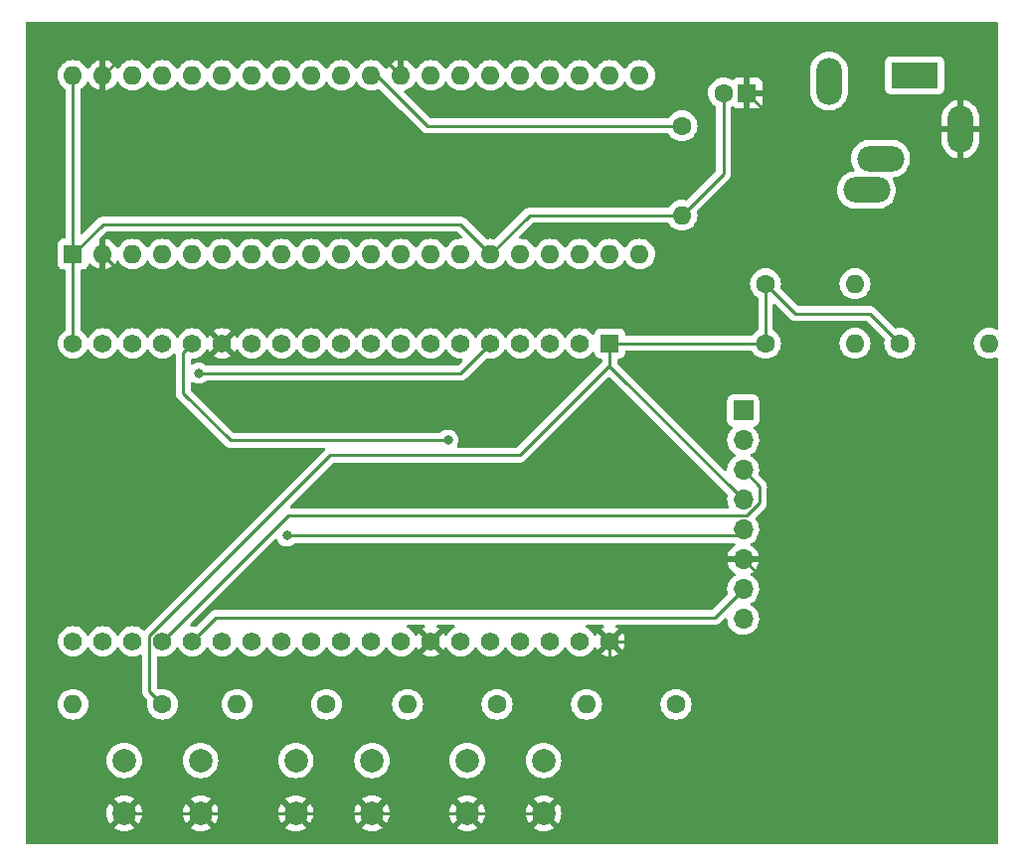
<source format=gbl>
G04 #@! TF.GenerationSoftware,KiCad,Pcbnew,(6.0.1)*
G04 #@! TF.CreationDate,2022-01-31T09:15:29+09:00*
G04 #@! TF.ProjectId,KPD02-YMF288Solo-20220117,4b504430-322d-4594-9d46-323838536f6c,rev?*
G04 #@! TF.SameCoordinates,Original*
G04 #@! TF.FileFunction,Copper,L2,Bot*
G04 #@! TF.FilePolarity,Positive*
%FSLAX46Y46*%
G04 Gerber Fmt 4.6, Leading zero omitted, Abs format (unit mm)*
G04 Created by KiCad (PCBNEW (6.0.1)) date 2022-01-31 09:15:29*
%MOMM*%
%LPD*%
G01*
G04 APERTURE LIST*
G04 #@! TA.AperFunction,ComponentPad*
%ADD10C,1.600000*%
G04 #@! TD*
G04 #@! TA.AperFunction,ComponentPad*
%ADD11O,1.600000X1.600000*%
G04 #@! TD*
G04 #@! TA.AperFunction,ComponentPad*
%ADD12R,1.600000X1.600000*%
G04 #@! TD*
G04 #@! TA.AperFunction,ComponentPad*
%ADD13O,2.200000X4.000000*%
G04 #@! TD*
G04 #@! TA.AperFunction,ComponentPad*
%ADD14O,4.000000X2.200000*%
G04 #@! TD*
G04 #@! TA.AperFunction,ComponentPad*
%ADD15R,4.000000X2.200000*%
G04 #@! TD*
G04 #@! TA.AperFunction,ComponentPad*
%ADD16C,2.000000*%
G04 #@! TD*
G04 #@! TA.AperFunction,ComponentPad*
%ADD17R,1.700000X1.700000*%
G04 #@! TD*
G04 #@! TA.AperFunction,ComponentPad*
%ADD18O,1.700000X1.700000*%
G04 #@! TD*
G04 #@! TA.AperFunction,ComponentPad*
%ADD19R,1.560000X1.560000*%
G04 #@! TD*
G04 #@! TA.AperFunction,ComponentPad*
%ADD20C,1.560000*%
G04 #@! TD*
G04 #@! TA.AperFunction,ViaPad*
%ADD21C,0.800000*%
G04 #@! TD*
G04 #@! TA.AperFunction,Conductor*
%ADD22C,0.250000*%
G04 #@! TD*
G04 APERTURE END LIST*
D10*
G04 #@! TO.P,R8,1*
G04 #@! TO.N,Net-(U1-Pad30)*
X198628000Y-90678000D03*
D11*
G04 #@! TO.P,R8,2*
G04 #@! TO.N,+5V*
X198628000Y-98298000D03*
G04 #@! TD*
D12*
G04 #@! TO.P,C1,1*
G04 #@! TO.N,GND*
X204155113Y-87884000D03*
D10*
G04 #@! TO.P,C1,2*
G04 #@! TO.N,+5V*
X202155113Y-87884000D03*
G04 #@! TD*
D13*
G04 #@! TO.P,J2,1*
G04 #@! TO.N,GND*
X222340000Y-90960000D03*
D14*
G04 #@! TO.P,J2,2*
G04 #@! TO.N,Net-(J2-Pad2)*
X214340000Y-96160000D03*
G04 #@! TO.P,J2,3*
G04 #@! TO.N,unconnected-(J2-Pad3)*
X215540000Y-93460000D03*
D13*
G04 #@! TO.P,J2,4*
G04 #@! TO.N,unconnected-(J2-Pad4)*
X211140000Y-86860000D03*
D15*
G04 #@! TO.P,J2,5*
G04 #@! TO.N,Net-(J2-Pad5)*
X218440000Y-86360000D03*
G04 #@! TD*
D16*
G04 #@! TO.P,SW2,1,1*
G04 #@! TO.N,Net-(R6-Pad2)*
X165735000Y-144780000D03*
X172235000Y-144780000D03*
G04 #@! TO.P,SW2,2,2*
G04 #@! TO.N,GND*
X165735000Y-149280000D03*
X172235000Y-149280000D03*
G04 #@! TD*
D10*
G04 #@! TO.P,R3,1*
G04 #@! TO.N,+3V3*
X217170000Y-109220000D03*
D11*
G04 #@! TO.P,R3,2*
G04 #@! TO.N,/IO2_DAT0*
X224790000Y-109220000D03*
G04 #@! TD*
D17*
G04 #@! TO.P,J1,1,DAT2*
G04 #@! TO.N,unconnected-(J1-Pad1)*
X203835000Y-114935000D03*
D18*
G04 #@! TO.P,J1,2,DAT3/CD*
G04 #@! TO.N,/IO13_DAT3{slash}CD*
X203835000Y-117475000D03*
G04 #@! TO.P,J1,3,CMD*
G04 #@! TO.N,/IO15_CMD*
X203835000Y-120015000D03*
G04 #@! TO.P,J1,4,VDD*
G04 #@! TO.N,+3V3*
X203835000Y-122555000D03*
G04 #@! TO.P,J1,5,CLK*
G04 #@! TO.N,/IO14_CLK*
X203835000Y-125095000D03*
G04 #@! TO.P,J1,6,VSS*
G04 #@! TO.N,GND*
X203835000Y-127635000D03*
G04 #@! TO.P,J1,7,DAT0*
G04 #@! TO.N,/IO2_DAT0*
X203835000Y-130175000D03*
G04 #@! TO.P,J1,8,DAT1*
G04 #@! TO.N,unconnected-(J1-Pad8)*
X203835000Y-132715000D03*
G04 #@! TD*
D10*
G04 #@! TO.P,R1,1*
G04 #@! TO.N,+3V3*
X205740000Y-104140000D03*
D11*
G04 #@! TO.P,R1,2*
G04 #@! TO.N,/IO13_DAT3{slash}CD*
X213360000Y-104140000D03*
G04 #@! TD*
D10*
G04 #@! TO.P,R2,1*
G04 #@! TO.N,+3V3*
X205740000Y-109220000D03*
D11*
G04 #@! TO.P,R2,2*
G04 #@! TO.N,/IO15_CMD*
X213360000Y-109220000D03*
G04 #@! TD*
D19*
G04 #@! TO.P,U2,1,3V3*
G04 #@! TO.N,+3V3*
X192480000Y-109220000D03*
D20*
G04 #@! TO.P,U2,2,EN*
G04 #@! TO.N,unconnected-(U2-Pad2)*
X189940000Y-109220000D03*
G04 #@! TO.P,U2,3,SENSOR_VP*
G04 #@! TO.N,unconnected-(U2-Pad3)*
X187400000Y-109220000D03*
G04 #@! TO.P,U2,4,SENSOR_VN*
G04 #@! TO.N,unconnected-(U2-Pad4)*
X184860000Y-109220000D03*
G04 #@! TO.P,U2,5,IO34*
G04 #@! TO.N,Net-(R4-Pad2)*
X182320000Y-109220000D03*
G04 #@! TO.P,U2,6,IO35*
G04 #@! TO.N,unconnected-(U2-Pad6)*
X179780000Y-109220000D03*
G04 #@! TO.P,U2,7,IO32*
G04 #@! TO.N,unconnected-(U2-Pad7)*
X177240000Y-109220000D03*
G04 #@! TO.P,U2,8,IO33*
G04 #@! TO.N,/IO33_RST*
X174700000Y-109220000D03*
G04 #@! TO.P,U2,9,IO25*
G04 #@! TO.N,/IO25_A0*
X172160000Y-109220000D03*
G04 #@! TO.P,U2,10,IO26*
G04 #@! TO.N,/IO26_A1*
X169620000Y-109220000D03*
G04 #@! TO.P,U2,11,IO27*
G04 #@! TO.N,/IO27_CS*
X167080000Y-109220000D03*
G04 #@! TO.P,U2,12,IO14*
G04 #@! TO.N,/IO14_CLK*
X164540000Y-109220000D03*
G04 #@! TO.P,U2,13,IO12*
G04 #@! TO.N,unconnected-(U2-Pad13)*
X162000000Y-109220000D03*
G04 #@! TO.P,U2,14,GND1*
G04 #@! TO.N,GND*
X159460000Y-109220000D03*
G04 #@! TO.P,U2,15,IO13*
G04 #@! TO.N,/IO13_DAT3{slash}CD*
X156920000Y-109220000D03*
G04 #@! TO.P,U2,16,SD2*
G04 #@! TO.N,unconnected-(U2-Pad16)*
X154380000Y-109220000D03*
G04 #@! TO.P,U2,17,SD3*
G04 #@! TO.N,unconnected-(U2-Pad17)*
X151840000Y-109220000D03*
G04 #@! TO.P,U2,18,CMD*
G04 #@! TO.N,unconnected-(U2-Pad18)*
X149300000Y-109220000D03*
G04 #@! TO.P,U2,19,EXT_5V*
G04 #@! TO.N,+5V*
X146760000Y-109220000D03*
G04 #@! TO.P,U2,20,GND3*
G04 #@! TO.N,GND*
X192480000Y-134620000D03*
G04 #@! TO.P,U2,21,IO23*
G04 #@! TO.N,unconnected-(U2-Pad21)*
X189940000Y-134620000D03*
G04 #@! TO.P,U2,22,IO22*
G04 #@! TO.N,/IO22_D7*
X187400000Y-134620000D03*
G04 #@! TO.P,U2,23,TXD0*
G04 #@! TO.N,unconnected-(U2-Pad23)*
X184860000Y-134620000D03*
G04 #@! TO.P,U2,24,RXD0*
G04 #@! TO.N,unconnected-(U2-Pad24)*
X182320000Y-134620000D03*
G04 #@! TO.P,U2,25,IO21*
G04 #@! TO.N,/IO21_D6*
X179780000Y-134620000D03*
G04 #@! TO.P,U2,26,GND2*
G04 #@! TO.N,GND*
X177240000Y-134620000D03*
G04 #@! TO.P,U2,27,IO19*
G04 #@! TO.N,/IO19_D5*
X174700000Y-134620000D03*
G04 #@! TO.P,U2,28,IO18*
G04 #@! TO.N,/IO18_D4*
X172160000Y-134620000D03*
G04 #@! TO.P,U2,29,IO5*
G04 #@! TO.N,/IO5_D3*
X169620000Y-134620000D03*
G04 #@! TO.P,U2,30,IO17*
G04 #@! TO.N,/IO17_D2*
X167080000Y-134620000D03*
G04 #@! TO.P,U2,31,IO16*
G04 #@! TO.N,/IO16_D1*
X164540000Y-134620000D03*
G04 #@! TO.P,U2,32,IO4*
G04 #@! TO.N,/IO4_D0*
X162000000Y-134620000D03*
G04 #@! TO.P,U2,33,IO0*
G04 #@! TO.N,unconnected-(U2-Pad33)*
X159460000Y-134620000D03*
G04 #@! TO.P,U2,34,IO2*
G04 #@! TO.N,/IO2_DAT0*
X156920000Y-134620000D03*
G04 #@! TO.P,U2,35,IO15*
G04 #@! TO.N,/IO15_CMD*
X154380000Y-134620000D03*
G04 #@! TO.P,U2,36,SD1*
G04 #@! TO.N,unconnected-(U2-Pad36)*
X151840000Y-134620000D03*
G04 #@! TO.P,U2,37,SD0*
G04 #@! TO.N,unconnected-(U2-Pad37)*
X149300000Y-134620000D03*
G04 #@! TO.P,U2,38,CLK*
G04 #@! TO.N,unconnected-(U2-Pad38)*
X146760000Y-134620000D03*
G04 #@! TD*
D16*
G04 #@! TO.P,SW1,1,1*
G04 #@! TO.N,Net-(R5-Pad2)*
X151130000Y-144780000D03*
X157630000Y-144780000D03*
G04 #@! TO.P,SW1,2,2*
G04 #@! TO.N,GND*
X151130000Y-149280000D03*
X157630000Y-149280000D03*
G04 #@! TD*
D10*
G04 #@! TO.P,R6,1*
G04 #@! TO.N,Net-(R5-Pad2)*
X182880000Y-139990000D03*
D11*
G04 #@! TO.P,R6,2*
G04 #@! TO.N,Net-(R6-Pad2)*
X175260000Y-139990000D03*
G04 #@! TD*
D12*
G04 #@! TO.P,U1,1,DVCC*
G04 #@! TO.N,+5V*
X146765000Y-101605000D03*
D11*
G04 #@! TO.P,U1,2,DGND*
G04 #@! TO.N,GND*
X149305000Y-101605000D03*
G04 #@! TO.P,U1,3,MOSC*
G04 #@! TO.N,unconnected-(U1-Pad3)*
X151845000Y-101605000D03*
G04 #@! TO.P,U1,4,DGND*
G04 #@! TO.N,unconnected-(U1-Pad4)*
X154385000Y-101605000D03*
G04 #@! TO.P,U1,5,D0*
G04 #@! TO.N,/IO4_D0*
X156925000Y-101605000D03*
G04 #@! TO.P,U1,6,D1*
G04 #@! TO.N,/IO16_D1*
X159465000Y-101605000D03*
G04 #@! TO.P,U1,7,D2*
G04 #@! TO.N,/IO17_D2*
X162005000Y-101605000D03*
G04 #@! TO.P,U1,8,D3*
G04 #@! TO.N,/IO5_D3*
X164545000Y-101605000D03*
G04 #@! TO.P,U1,9,D4*
G04 #@! TO.N,/IO18_D4*
X167085000Y-101605000D03*
G04 #@! TO.P,U1,10,D5*
G04 #@! TO.N,/IO19_D5*
X169625000Y-101605000D03*
G04 #@! TO.P,U1,11,D6*
G04 #@! TO.N,/IO21_D6*
X172165000Y-101605000D03*
G04 #@! TO.P,U1,12,D7*
G04 #@! TO.N,/IO22_D7*
X174705000Y-101605000D03*
G04 #@! TO.P,U1,13,RST*
G04 #@! TO.N,/IO33_RST*
X177245000Y-101605000D03*
G04 #@! TO.P,U1,14,DVCC*
G04 #@! TO.N,unconnected-(U1-Pad14)*
X179785000Y-101605000D03*
G04 #@! TO.P,U1,15,AVCC*
G04 #@! TO.N,+5V*
X182325000Y-101605000D03*
G04 #@! TO.P,U1,16,AGND*
G04 #@! TO.N,unconnected-(U1-Pad16)*
X184865000Y-101605000D03*
G04 #@! TO.P,U1,17,AGND*
G04 #@! TO.N,unconnected-(U1-Pad17)*
X187405000Y-101605000D03*
G04 #@! TO.P,U1,18,AGND*
G04 #@! TO.N,unconnected-(U1-Pad18)*
X189945000Y-101605000D03*
G04 #@! TO.P,U1,19,AOUTR*
G04 #@! TO.N,unconnected-(U1-Pad19)*
X192485000Y-101605000D03*
G04 #@! TO.P,U1,20,AOUTR*
G04 #@! TO.N,Net-(J2-Pad2)*
X195025000Y-101605000D03*
G04 #@! TO.P,U1,21,AOUTL*
G04 #@! TO.N,Net-(J2-Pad5)*
X195025000Y-86365000D03*
G04 #@! TO.P,U1,22,AOUTL*
G04 #@! TO.N,unconnected-(U1-Pad22)*
X192485000Y-86365000D03*
G04 #@! TO.P,U1,23,AGND*
G04 #@! TO.N,unconnected-(U1-Pad23)*
X189945000Y-86365000D03*
G04 #@! TO.P,U1,24,AGND*
G04 #@! TO.N,unconnected-(U1-Pad24)*
X187405000Y-86365000D03*
G04 #@! TO.P,U1,25,AGND*
G04 #@! TO.N,unconnected-(U1-Pad25)*
X184865000Y-86365000D03*
G04 #@! TO.P,U1,26,DGND*
G04 #@! TO.N,unconnected-(U1-Pad26)*
X182325000Y-86365000D03*
G04 #@! TO.P,U1,27,IRQ*
G04 #@! TO.N,unconnected-(U1-Pad27)*
X179785000Y-86365000D03*
G04 #@! TO.P,U1,28,CS*
G04 #@! TO.N,/IO27_CS*
X177245000Y-86365000D03*
G04 #@! TO.P,U1,29,WR*
G04 #@! TO.N,GND*
X174705000Y-86365000D03*
G04 #@! TO.P,U1,30,RD*
G04 #@! TO.N,Net-(U1-Pad30)*
X172165000Y-86365000D03*
G04 #@! TO.P,U1,31,A0*
G04 #@! TO.N,/IO25_A0*
X169625000Y-86365000D03*
G04 #@! TO.P,U1,32,A1*
G04 #@! TO.N,/IO25_A1*
X167085000Y-86365000D03*
G04 #@! TO.P,U1,33,BCLK*
G04 #@! TO.N,unconnected-(U1-Pad33)*
X164545000Y-86365000D03*
G04 #@! TO.P,U1,34,SOUT*
G04 #@! TO.N,unconnected-(U1-Pad34)*
X162005000Y-86365000D03*
G04 #@! TO.P,U1,35,WCLK*
G04 #@! TO.N,unconnected-(U1-Pad35)*
X159465000Y-86365000D03*
G04 #@! TO.P,U1,36,LCLK*
G04 #@! TO.N,unconnected-(U1-Pad36)*
X156925000Y-86365000D03*
G04 #@! TO.P,U1,37,DGND*
G04 #@! TO.N,unconnected-(U1-Pad37)*
X154385000Y-86365000D03*
G04 #@! TO.P,U1,38,FMOSC*
G04 #@! TO.N,unconnected-(U1-Pad38)*
X151845000Y-86365000D03*
G04 #@! TO.P,U1,39,DGND*
G04 #@! TO.N,GND*
X149305000Y-86365000D03*
G04 #@! TO.P,U1,40,DVCC*
G04 #@! TO.N,+5V*
X146765000Y-86365000D03*
G04 #@! TD*
D10*
G04 #@! TO.P,R5,1*
G04 #@! TO.N,Net-(R4-Pad2)*
X168350000Y-139990000D03*
D11*
G04 #@! TO.P,R5,2*
G04 #@! TO.N,Net-(R5-Pad2)*
X160730000Y-139990000D03*
G04 #@! TD*
D16*
G04 #@! TO.P,SW3,1,1*
G04 #@! TO.N,Net-(R7-Pad2)*
X180340000Y-144780000D03*
X186840000Y-144780000D03*
G04 #@! TO.P,SW3,2,2*
G04 #@! TO.N,GND*
X180340000Y-149280000D03*
X186840000Y-149280000D03*
G04 #@! TD*
D10*
G04 #@! TO.P,R4,1*
G04 #@! TO.N,+3V3*
X154380000Y-139990000D03*
D11*
G04 #@! TO.P,R4,2*
G04 #@! TO.N,Net-(R4-Pad2)*
X146760000Y-139990000D03*
G04 #@! TD*
D10*
G04 #@! TO.P,R7,1*
G04 #@! TO.N,Net-(R6-Pad2)*
X198120000Y-139990000D03*
D11*
G04 #@! TO.P,R7,2*
G04 #@! TO.N,Net-(R7-Pad2)*
X190500000Y-139990000D03*
G04 #@! TD*
D21*
G04 #@! TO.N,GND*
X205740000Y-93980000D03*
X149860000Y-129540000D03*
X193040000Y-129540000D03*
X220980000Y-101600000D03*
X162560000Y-144780000D03*
X205740000Y-142240000D03*
X215900000Y-127000000D03*
X152400000Y-121920000D03*
X187960000Y-93980000D03*
X157480000Y-93980000D03*
G04 #@! TO.N,/IO13_DAT3{slash}CD*
X178689000Y-117475000D03*
G04 #@! TO.N,/IO14_CLK*
X164983010Y-125613010D03*
G04 #@! TO.N,Net-(R4-Pad2)*
X157480000Y-111760000D03*
G04 #@! TO.N,GND*
X195580000Y-119380000D03*
X185420000Y-114300000D03*
X187960000Y-121920000D03*
G04 #@! TD*
D22*
G04 #@! TO.N,GND*
X207231113Y-90960000D02*
X222340000Y-90960000D01*
X204155113Y-87884000D02*
X207231113Y-90960000D01*
G04 #@! TO.N,+3V3*
X208280000Y-106680000D02*
X214630000Y-106680000D01*
X214630000Y-106680000D02*
X217170000Y-109220000D01*
X154380000Y-139990000D02*
X153275489Y-138885489D01*
X192480000Y-109220000D02*
X192480000Y-111200000D01*
X205740000Y-104140000D02*
X208280000Y-106680000D01*
X205740000Y-109220000D02*
X205740000Y-104140000D01*
X192480000Y-109220000D02*
X205740000Y-109220000D01*
X168692984Y-118745000D02*
X184785000Y-118745000D01*
X153275489Y-138885489D02*
X153275489Y-134162495D01*
X192480000Y-111200000D02*
X203835000Y-122555000D01*
X153275489Y-134162495D02*
X168692984Y-118745000D01*
X184785000Y-118745000D02*
X192405000Y-111125000D01*
G04 #@! TO.N,/IO13_DAT3{slash}CD*
X160147000Y-117475000D02*
X156140000Y-113468000D01*
X156140000Y-113468000D02*
X156140000Y-110000000D01*
X156140000Y-110000000D02*
X156920000Y-109220000D01*
X160147000Y-117475000D02*
X178689000Y-117475000D01*
G04 #@! TO.N,/IO15_CMD*
X204130521Y-123920489D02*
X205232000Y-122819010D01*
X205232000Y-122819010D02*
X205232000Y-121412000D01*
X205232000Y-121412000D02*
X203835000Y-120015000D01*
X154380000Y-134620000D02*
X165079511Y-123920489D01*
X165079511Y-123920489D02*
X204130521Y-123920489D01*
G04 #@! TO.N,/IO14_CLK*
X203316990Y-125613010D02*
X164983010Y-125613010D01*
X203835000Y-125095000D02*
X203316990Y-125613010D01*
G04 #@! TO.N,/IO2_DAT0*
X201422000Y-132588000D02*
X203835000Y-130175000D01*
X156920000Y-134620000D02*
X158952000Y-132588000D01*
X158952000Y-132588000D02*
X201422000Y-132588000D01*
G04 #@! TO.N,Net-(R4-Pad2)*
X179780000Y-111760000D02*
X157480000Y-111760000D01*
X182320000Y-109220000D02*
X179780000Y-111760000D01*
G04 #@! TO.N,GND*
X162000000Y-106680000D02*
X198120000Y-106680000D01*
X159460000Y-109220000D02*
X162000000Y-106680000D01*
X151840000Y-104140000D02*
X149305000Y-101605000D01*
X180340000Y-149280000D02*
X186840000Y-149280000D01*
X159460000Y-109220000D02*
X154380000Y-104140000D01*
X172235000Y-149280000D02*
X180340000Y-149280000D01*
X204155113Y-100644887D02*
X204155113Y-87884000D01*
X207010000Y-133350000D02*
X207010000Y-130810000D01*
X192480000Y-134620000D02*
X190956000Y-136144000D01*
X151130000Y-149280000D02*
X157630000Y-149280000D01*
X205740000Y-134620000D02*
X207010000Y-133350000D01*
X149305000Y-86365000D02*
X151850000Y-83820000D01*
X165735000Y-149280000D02*
X172235000Y-149280000D01*
X207010000Y-130810000D02*
X203835000Y-127635000D01*
X192480000Y-134620000D02*
X205740000Y-134620000D01*
X186840000Y-149280000D02*
X192480000Y-143640000D01*
X178764000Y-136144000D02*
X177240000Y-134620000D01*
X154380000Y-104140000D02*
X151840000Y-104140000D01*
X198120000Y-106680000D02*
X204155113Y-100644887D01*
X157630000Y-149280000D02*
X165735000Y-149280000D01*
X190956000Y-136144000D02*
X178764000Y-136144000D01*
X151850000Y-83820000D02*
X172160000Y-83820000D01*
X172160000Y-83820000D02*
X174705000Y-86365000D01*
X192480000Y-143640000D02*
X192480000Y-134620000D01*
G04 #@! TO.N,+5V*
X146765000Y-101605000D02*
X149310000Y-99060000D01*
X182325000Y-101605000D02*
X185632000Y-98298000D01*
X149310000Y-99060000D02*
X179780000Y-99060000D01*
X198628000Y-98298000D02*
X202155113Y-94770887D01*
X185632000Y-98298000D02*
X198628000Y-98298000D01*
X146765000Y-101605000D02*
X146765000Y-86365000D01*
X179780000Y-99060000D02*
X182325000Y-101605000D01*
X146765000Y-101605000D02*
X146765000Y-109215000D01*
X202155113Y-94770887D02*
X202155113Y-87884000D01*
X146765000Y-109215000D02*
X146760000Y-109220000D01*
G04 #@! TO.N,Net-(U1-Pad30)*
X198628000Y-90678000D02*
X176927520Y-90678000D01*
X176927520Y-90678000D02*
X172614520Y-86365000D01*
G04 #@! TD*
G04 #@! TA.AperFunction,Conductor*
G04 #@! TO.N,GND*
G36*
X225494121Y-81808002D02*
G01*
X225540614Y-81861658D01*
X225552000Y-81914000D01*
X225552000Y-107933776D01*
X225531998Y-108001897D01*
X225478342Y-108048390D01*
X225408068Y-108058494D01*
X225372750Y-108047971D01*
X225244225Y-107988039D01*
X225244224Y-107988039D01*
X225239243Y-107985716D01*
X225233935Y-107984294D01*
X225233933Y-107984293D01*
X225023402Y-107927881D01*
X225023400Y-107927881D01*
X225018087Y-107926457D01*
X224790000Y-107906502D01*
X224561913Y-107926457D01*
X224556600Y-107927881D01*
X224556598Y-107927881D01*
X224346067Y-107984293D01*
X224346065Y-107984294D01*
X224340757Y-107985716D01*
X224335776Y-107988039D01*
X224335775Y-107988039D01*
X224138238Y-108080151D01*
X224138233Y-108080154D01*
X224133251Y-108082477D01*
X224102772Y-108103819D01*
X223950211Y-108210643D01*
X223950208Y-108210645D01*
X223945700Y-108213802D01*
X223783802Y-108375700D01*
X223780645Y-108380208D01*
X223780643Y-108380211D01*
X223771607Y-108393116D01*
X223652477Y-108563251D01*
X223650154Y-108568233D01*
X223650151Y-108568238D01*
X223578206Y-108722527D01*
X223555716Y-108770757D01*
X223554294Y-108776065D01*
X223554293Y-108776067D01*
X223497883Y-108986591D01*
X223496457Y-108991913D01*
X223476502Y-109220000D01*
X223496457Y-109448087D01*
X223497881Y-109453400D01*
X223497881Y-109453402D01*
X223535025Y-109592022D01*
X223555716Y-109669243D01*
X223558039Y-109674224D01*
X223558039Y-109674225D01*
X223650151Y-109871762D01*
X223650154Y-109871767D01*
X223652477Y-109876749D01*
X223704906Y-109951625D01*
X223777494Y-110055291D01*
X223783802Y-110064300D01*
X223945700Y-110226198D01*
X223950208Y-110229355D01*
X223950211Y-110229357D01*
X224021403Y-110279206D01*
X224133251Y-110357523D01*
X224138233Y-110359846D01*
X224138238Y-110359849D01*
X224335775Y-110451961D01*
X224340757Y-110454284D01*
X224346065Y-110455706D01*
X224346067Y-110455707D01*
X224556598Y-110512119D01*
X224556600Y-110512119D01*
X224561913Y-110513543D01*
X224790000Y-110533498D01*
X225018087Y-110513543D01*
X225023400Y-110512119D01*
X225023402Y-110512119D01*
X225233933Y-110455707D01*
X225233935Y-110455706D01*
X225239243Y-110454284D01*
X225247112Y-110450615D01*
X225372750Y-110392029D01*
X225442942Y-110381368D01*
X225507755Y-110410348D01*
X225546611Y-110469768D01*
X225552000Y-110506224D01*
X225552000Y-151766000D01*
X225531998Y-151834121D01*
X225478342Y-151880614D01*
X225426000Y-151892000D01*
X142874000Y-151892000D01*
X142805879Y-151871998D01*
X142759386Y-151818342D01*
X142748000Y-151766000D01*
X142748000Y-150512670D01*
X150262160Y-150512670D01*
X150267887Y-150520320D01*
X150439042Y-150625205D01*
X150447837Y-150629687D01*
X150657988Y-150716734D01*
X150667373Y-150719783D01*
X150888554Y-150772885D01*
X150898301Y-150774428D01*
X151125070Y-150792275D01*
X151134930Y-150792275D01*
X151361699Y-150774428D01*
X151371446Y-150772885D01*
X151592627Y-150719783D01*
X151602012Y-150716734D01*
X151812163Y-150629687D01*
X151820958Y-150625205D01*
X151988445Y-150522568D01*
X151997400Y-150512670D01*
X156762160Y-150512670D01*
X156767887Y-150520320D01*
X156939042Y-150625205D01*
X156947837Y-150629687D01*
X157157988Y-150716734D01*
X157167373Y-150719783D01*
X157388554Y-150772885D01*
X157398301Y-150774428D01*
X157625070Y-150792275D01*
X157634930Y-150792275D01*
X157861699Y-150774428D01*
X157871446Y-150772885D01*
X158092627Y-150719783D01*
X158102012Y-150716734D01*
X158312163Y-150629687D01*
X158320958Y-150625205D01*
X158488445Y-150522568D01*
X158497400Y-150512670D01*
X164867160Y-150512670D01*
X164872887Y-150520320D01*
X165044042Y-150625205D01*
X165052837Y-150629687D01*
X165262988Y-150716734D01*
X165272373Y-150719783D01*
X165493554Y-150772885D01*
X165503301Y-150774428D01*
X165730070Y-150792275D01*
X165739930Y-150792275D01*
X165966699Y-150774428D01*
X165976446Y-150772885D01*
X166197627Y-150719783D01*
X166207012Y-150716734D01*
X166417163Y-150629687D01*
X166425958Y-150625205D01*
X166593445Y-150522568D01*
X166602400Y-150512670D01*
X171367160Y-150512670D01*
X171372887Y-150520320D01*
X171544042Y-150625205D01*
X171552837Y-150629687D01*
X171762988Y-150716734D01*
X171772373Y-150719783D01*
X171993554Y-150772885D01*
X172003301Y-150774428D01*
X172230070Y-150792275D01*
X172239930Y-150792275D01*
X172466699Y-150774428D01*
X172476446Y-150772885D01*
X172697627Y-150719783D01*
X172707012Y-150716734D01*
X172917163Y-150629687D01*
X172925958Y-150625205D01*
X173093445Y-150522568D01*
X173102400Y-150512670D01*
X179472160Y-150512670D01*
X179477887Y-150520320D01*
X179649042Y-150625205D01*
X179657837Y-150629687D01*
X179867988Y-150716734D01*
X179877373Y-150719783D01*
X180098554Y-150772885D01*
X180108301Y-150774428D01*
X180335070Y-150792275D01*
X180344930Y-150792275D01*
X180571699Y-150774428D01*
X180581446Y-150772885D01*
X180802627Y-150719783D01*
X180812012Y-150716734D01*
X181022163Y-150629687D01*
X181030958Y-150625205D01*
X181198445Y-150522568D01*
X181207400Y-150512670D01*
X185972160Y-150512670D01*
X185977887Y-150520320D01*
X186149042Y-150625205D01*
X186157837Y-150629687D01*
X186367988Y-150716734D01*
X186377373Y-150719783D01*
X186598554Y-150772885D01*
X186608301Y-150774428D01*
X186835070Y-150792275D01*
X186844930Y-150792275D01*
X187071699Y-150774428D01*
X187081446Y-150772885D01*
X187302627Y-150719783D01*
X187312012Y-150716734D01*
X187522163Y-150629687D01*
X187530958Y-150625205D01*
X187698445Y-150522568D01*
X187707907Y-150512110D01*
X187704124Y-150503334D01*
X186852812Y-149652022D01*
X186838868Y-149644408D01*
X186837035Y-149644539D01*
X186830420Y-149648790D01*
X185978920Y-150500290D01*
X185972160Y-150512670D01*
X181207400Y-150512670D01*
X181207907Y-150512110D01*
X181204124Y-150503334D01*
X180352812Y-149652022D01*
X180338868Y-149644408D01*
X180337035Y-149644539D01*
X180330420Y-149648790D01*
X179478920Y-150500290D01*
X179472160Y-150512670D01*
X173102400Y-150512670D01*
X173102907Y-150512110D01*
X173099124Y-150503334D01*
X172247812Y-149652022D01*
X172233868Y-149644408D01*
X172232035Y-149644539D01*
X172225420Y-149648790D01*
X171373920Y-150500290D01*
X171367160Y-150512670D01*
X166602400Y-150512670D01*
X166602907Y-150512110D01*
X166599124Y-150503334D01*
X165747812Y-149652022D01*
X165733868Y-149644408D01*
X165732035Y-149644539D01*
X165725420Y-149648790D01*
X164873920Y-150500290D01*
X164867160Y-150512670D01*
X158497400Y-150512670D01*
X158497907Y-150512110D01*
X158494124Y-150503334D01*
X157642812Y-149652022D01*
X157628868Y-149644408D01*
X157627035Y-149644539D01*
X157620420Y-149648790D01*
X156768920Y-150500290D01*
X156762160Y-150512670D01*
X151997400Y-150512670D01*
X151997907Y-150512110D01*
X151994124Y-150503334D01*
X151142812Y-149652022D01*
X151128868Y-149644408D01*
X151127035Y-149644539D01*
X151120420Y-149648790D01*
X150268920Y-150500290D01*
X150262160Y-150512670D01*
X142748000Y-150512670D01*
X142748000Y-149284930D01*
X149617725Y-149284930D01*
X149635572Y-149511699D01*
X149637115Y-149521446D01*
X149690217Y-149742627D01*
X149693266Y-149752012D01*
X149780313Y-149962163D01*
X149784795Y-149970958D01*
X149887432Y-150138445D01*
X149897890Y-150147907D01*
X149906666Y-150144124D01*
X150757978Y-149292812D01*
X150764356Y-149281132D01*
X151494408Y-149281132D01*
X151494539Y-149282965D01*
X151498790Y-149289580D01*
X152350290Y-150141080D01*
X152362670Y-150147840D01*
X152370320Y-150142113D01*
X152475205Y-149970958D01*
X152479687Y-149962163D01*
X152566734Y-149752012D01*
X152569783Y-149742627D01*
X152622885Y-149521446D01*
X152624428Y-149511699D01*
X152642275Y-149284930D01*
X156117725Y-149284930D01*
X156135572Y-149511699D01*
X156137115Y-149521446D01*
X156190217Y-149742627D01*
X156193266Y-149752012D01*
X156280313Y-149962163D01*
X156284795Y-149970958D01*
X156387432Y-150138445D01*
X156397890Y-150147907D01*
X156406666Y-150144124D01*
X157257978Y-149292812D01*
X157264356Y-149281132D01*
X157994408Y-149281132D01*
X157994539Y-149282965D01*
X157998790Y-149289580D01*
X158850290Y-150141080D01*
X158862670Y-150147840D01*
X158870320Y-150142113D01*
X158975205Y-149970958D01*
X158979687Y-149962163D01*
X159066734Y-149752012D01*
X159069783Y-149742627D01*
X159122885Y-149521446D01*
X159124428Y-149511699D01*
X159142275Y-149284930D01*
X164222725Y-149284930D01*
X164240572Y-149511699D01*
X164242115Y-149521446D01*
X164295217Y-149742627D01*
X164298266Y-149752012D01*
X164385313Y-149962163D01*
X164389795Y-149970958D01*
X164492432Y-150138445D01*
X164502890Y-150147907D01*
X164511666Y-150144124D01*
X165362978Y-149292812D01*
X165369356Y-149281132D01*
X166099408Y-149281132D01*
X166099539Y-149282965D01*
X166103790Y-149289580D01*
X166955290Y-150141080D01*
X166967670Y-150147840D01*
X166975320Y-150142113D01*
X167080205Y-149970958D01*
X167084687Y-149962163D01*
X167171734Y-149752012D01*
X167174783Y-149742627D01*
X167227885Y-149521446D01*
X167229428Y-149511699D01*
X167247275Y-149284930D01*
X170722725Y-149284930D01*
X170740572Y-149511699D01*
X170742115Y-149521446D01*
X170795217Y-149742627D01*
X170798266Y-149752012D01*
X170885313Y-149962163D01*
X170889795Y-149970958D01*
X170992432Y-150138445D01*
X171002890Y-150147907D01*
X171011666Y-150144124D01*
X171862978Y-149292812D01*
X171869356Y-149281132D01*
X172599408Y-149281132D01*
X172599539Y-149282965D01*
X172603790Y-149289580D01*
X173455290Y-150141080D01*
X173467670Y-150147840D01*
X173475320Y-150142113D01*
X173580205Y-149970958D01*
X173584687Y-149962163D01*
X173671734Y-149752012D01*
X173674783Y-149742627D01*
X173727885Y-149521446D01*
X173729428Y-149511699D01*
X173747275Y-149284930D01*
X178827725Y-149284930D01*
X178845572Y-149511699D01*
X178847115Y-149521446D01*
X178900217Y-149742627D01*
X178903266Y-149752012D01*
X178990313Y-149962163D01*
X178994795Y-149970958D01*
X179097432Y-150138445D01*
X179107890Y-150147907D01*
X179116666Y-150144124D01*
X179967978Y-149292812D01*
X179974356Y-149281132D01*
X180704408Y-149281132D01*
X180704539Y-149282965D01*
X180708790Y-149289580D01*
X181560290Y-150141080D01*
X181572670Y-150147840D01*
X181580320Y-150142113D01*
X181685205Y-149970958D01*
X181689687Y-149962163D01*
X181776734Y-149752012D01*
X181779783Y-149742627D01*
X181832885Y-149521446D01*
X181834428Y-149511699D01*
X181852275Y-149284930D01*
X185327725Y-149284930D01*
X185345572Y-149511699D01*
X185347115Y-149521446D01*
X185400217Y-149742627D01*
X185403266Y-149752012D01*
X185490313Y-149962163D01*
X185494795Y-149970958D01*
X185597432Y-150138445D01*
X185607890Y-150147907D01*
X185616666Y-150144124D01*
X186467978Y-149292812D01*
X186474356Y-149281132D01*
X187204408Y-149281132D01*
X187204539Y-149282965D01*
X187208790Y-149289580D01*
X188060290Y-150141080D01*
X188072670Y-150147840D01*
X188080320Y-150142113D01*
X188185205Y-149970958D01*
X188189687Y-149962163D01*
X188276734Y-149752012D01*
X188279783Y-149742627D01*
X188332885Y-149521446D01*
X188334428Y-149511699D01*
X188352275Y-149284930D01*
X188352275Y-149275070D01*
X188334428Y-149048301D01*
X188332885Y-149038554D01*
X188279783Y-148817373D01*
X188276734Y-148807988D01*
X188189687Y-148597837D01*
X188185205Y-148589042D01*
X188082568Y-148421555D01*
X188072110Y-148412093D01*
X188063334Y-148415876D01*
X187212022Y-149267188D01*
X187204408Y-149281132D01*
X186474356Y-149281132D01*
X186475592Y-149278868D01*
X186475461Y-149277035D01*
X186471210Y-149270420D01*
X185619710Y-148418920D01*
X185607330Y-148412160D01*
X185599680Y-148417887D01*
X185494795Y-148589042D01*
X185490313Y-148597837D01*
X185403266Y-148807988D01*
X185400217Y-148817373D01*
X185347115Y-149038554D01*
X185345572Y-149048301D01*
X185327725Y-149275070D01*
X185327725Y-149284930D01*
X181852275Y-149284930D01*
X181852275Y-149275070D01*
X181834428Y-149048301D01*
X181832885Y-149038554D01*
X181779783Y-148817373D01*
X181776734Y-148807988D01*
X181689687Y-148597837D01*
X181685205Y-148589042D01*
X181582568Y-148421555D01*
X181572110Y-148412093D01*
X181563334Y-148415876D01*
X180712022Y-149267188D01*
X180704408Y-149281132D01*
X179974356Y-149281132D01*
X179975592Y-149278868D01*
X179975461Y-149277035D01*
X179971210Y-149270420D01*
X179119710Y-148418920D01*
X179107330Y-148412160D01*
X179099680Y-148417887D01*
X178994795Y-148589042D01*
X178990313Y-148597837D01*
X178903266Y-148807988D01*
X178900217Y-148817373D01*
X178847115Y-149038554D01*
X178845572Y-149048301D01*
X178827725Y-149275070D01*
X178827725Y-149284930D01*
X173747275Y-149284930D01*
X173747275Y-149275070D01*
X173729428Y-149048301D01*
X173727885Y-149038554D01*
X173674783Y-148817373D01*
X173671734Y-148807988D01*
X173584687Y-148597837D01*
X173580205Y-148589042D01*
X173477568Y-148421555D01*
X173467110Y-148412093D01*
X173458334Y-148415876D01*
X172607022Y-149267188D01*
X172599408Y-149281132D01*
X171869356Y-149281132D01*
X171870592Y-149278868D01*
X171870461Y-149277035D01*
X171866210Y-149270420D01*
X171014710Y-148418920D01*
X171002330Y-148412160D01*
X170994680Y-148417887D01*
X170889795Y-148589042D01*
X170885313Y-148597837D01*
X170798266Y-148807988D01*
X170795217Y-148817373D01*
X170742115Y-149038554D01*
X170740572Y-149048301D01*
X170722725Y-149275070D01*
X170722725Y-149284930D01*
X167247275Y-149284930D01*
X167247275Y-149275070D01*
X167229428Y-149048301D01*
X167227885Y-149038554D01*
X167174783Y-148817373D01*
X167171734Y-148807988D01*
X167084687Y-148597837D01*
X167080205Y-148589042D01*
X166977568Y-148421555D01*
X166967110Y-148412093D01*
X166958334Y-148415876D01*
X166107022Y-149267188D01*
X166099408Y-149281132D01*
X165369356Y-149281132D01*
X165370592Y-149278868D01*
X165370461Y-149277035D01*
X165366210Y-149270420D01*
X164514710Y-148418920D01*
X164502330Y-148412160D01*
X164494680Y-148417887D01*
X164389795Y-148589042D01*
X164385313Y-148597837D01*
X164298266Y-148807988D01*
X164295217Y-148817373D01*
X164242115Y-149038554D01*
X164240572Y-149048301D01*
X164222725Y-149275070D01*
X164222725Y-149284930D01*
X159142275Y-149284930D01*
X159142275Y-149275070D01*
X159124428Y-149048301D01*
X159122885Y-149038554D01*
X159069783Y-148817373D01*
X159066734Y-148807988D01*
X158979687Y-148597837D01*
X158975205Y-148589042D01*
X158872568Y-148421555D01*
X158862110Y-148412093D01*
X158853334Y-148415876D01*
X158002022Y-149267188D01*
X157994408Y-149281132D01*
X157264356Y-149281132D01*
X157265592Y-149278868D01*
X157265461Y-149277035D01*
X157261210Y-149270420D01*
X156409710Y-148418920D01*
X156397330Y-148412160D01*
X156389680Y-148417887D01*
X156284795Y-148589042D01*
X156280313Y-148597837D01*
X156193266Y-148807988D01*
X156190217Y-148817373D01*
X156137115Y-149038554D01*
X156135572Y-149048301D01*
X156117725Y-149275070D01*
X156117725Y-149284930D01*
X152642275Y-149284930D01*
X152642275Y-149275070D01*
X152624428Y-149048301D01*
X152622885Y-149038554D01*
X152569783Y-148817373D01*
X152566734Y-148807988D01*
X152479687Y-148597837D01*
X152475205Y-148589042D01*
X152372568Y-148421555D01*
X152362110Y-148412093D01*
X152353334Y-148415876D01*
X151502022Y-149267188D01*
X151494408Y-149281132D01*
X150764356Y-149281132D01*
X150765592Y-149278868D01*
X150765461Y-149277035D01*
X150761210Y-149270420D01*
X149909710Y-148418920D01*
X149897330Y-148412160D01*
X149889680Y-148417887D01*
X149784795Y-148589042D01*
X149780313Y-148597837D01*
X149693266Y-148807988D01*
X149690217Y-148817373D01*
X149637115Y-149038554D01*
X149635572Y-149048301D01*
X149617725Y-149275070D01*
X149617725Y-149284930D01*
X142748000Y-149284930D01*
X142748000Y-148047890D01*
X150262093Y-148047890D01*
X150265876Y-148056666D01*
X151117188Y-148907978D01*
X151131132Y-148915592D01*
X151132965Y-148915461D01*
X151139580Y-148911210D01*
X151991080Y-148059710D01*
X151997534Y-148047890D01*
X156762093Y-148047890D01*
X156765876Y-148056666D01*
X157617188Y-148907978D01*
X157631132Y-148915592D01*
X157632965Y-148915461D01*
X157639580Y-148911210D01*
X158491080Y-148059710D01*
X158497534Y-148047890D01*
X164867093Y-148047890D01*
X164870876Y-148056666D01*
X165722188Y-148907978D01*
X165736132Y-148915592D01*
X165737965Y-148915461D01*
X165744580Y-148911210D01*
X166596080Y-148059710D01*
X166602534Y-148047890D01*
X171367093Y-148047890D01*
X171370876Y-148056666D01*
X172222188Y-148907978D01*
X172236132Y-148915592D01*
X172237965Y-148915461D01*
X172244580Y-148911210D01*
X173096080Y-148059710D01*
X173102534Y-148047890D01*
X179472093Y-148047890D01*
X179475876Y-148056666D01*
X180327188Y-148907978D01*
X180341132Y-148915592D01*
X180342965Y-148915461D01*
X180349580Y-148911210D01*
X181201080Y-148059710D01*
X181207534Y-148047890D01*
X185972093Y-148047890D01*
X185975876Y-148056666D01*
X186827188Y-148907978D01*
X186841132Y-148915592D01*
X186842965Y-148915461D01*
X186849580Y-148911210D01*
X187701080Y-148059710D01*
X187707840Y-148047330D01*
X187702113Y-148039680D01*
X187530958Y-147934795D01*
X187522163Y-147930313D01*
X187312012Y-147843266D01*
X187302627Y-147840217D01*
X187081446Y-147787115D01*
X187071699Y-147785572D01*
X186844930Y-147767725D01*
X186835070Y-147767725D01*
X186608301Y-147785572D01*
X186598554Y-147787115D01*
X186377373Y-147840217D01*
X186367988Y-147843266D01*
X186157837Y-147930313D01*
X186149042Y-147934795D01*
X185981555Y-148037432D01*
X185972093Y-148047890D01*
X181207534Y-148047890D01*
X181207840Y-148047330D01*
X181202113Y-148039680D01*
X181030958Y-147934795D01*
X181022163Y-147930313D01*
X180812012Y-147843266D01*
X180802627Y-147840217D01*
X180581446Y-147787115D01*
X180571699Y-147785572D01*
X180344930Y-147767725D01*
X180335070Y-147767725D01*
X180108301Y-147785572D01*
X180098554Y-147787115D01*
X179877373Y-147840217D01*
X179867988Y-147843266D01*
X179657837Y-147930313D01*
X179649042Y-147934795D01*
X179481555Y-148037432D01*
X179472093Y-148047890D01*
X173102534Y-148047890D01*
X173102840Y-148047330D01*
X173097113Y-148039680D01*
X172925958Y-147934795D01*
X172917163Y-147930313D01*
X172707012Y-147843266D01*
X172697627Y-147840217D01*
X172476446Y-147787115D01*
X172466699Y-147785572D01*
X172239930Y-147767725D01*
X172230070Y-147767725D01*
X172003301Y-147785572D01*
X171993554Y-147787115D01*
X171772373Y-147840217D01*
X171762988Y-147843266D01*
X171552837Y-147930313D01*
X171544042Y-147934795D01*
X171376555Y-148037432D01*
X171367093Y-148047890D01*
X166602534Y-148047890D01*
X166602840Y-148047330D01*
X166597113Y-148039680D01*
X166425958Y-147934795D01*
X166417163Y-147930313D01*
X166207012Y-147843266D01*
X166197627Y-147840217D01*
X165976446Y-147787115D01*
X165966699Y-147785572D01*
X165739930Y-147767725D01*
X165730070Y-147767725D01*
X165503301Y-147785572D01*
X165493554Y-147787115D01*
X165272373Y-147840217D01*
X165262988Y-147843266D01*
X165052837Y-147930313D01*
X165044042Y-147934795D01*
X164876555Y-148037432D01*
X164867093Y-148047890D01*
X158497534Y-148047890D01*
X158497840Y-148047330D01*
X158492113Y-148039680D01*
X158320958Y-147934795D01*
X158312163Y-147930313D01*
X158102012Y-147843266D01*
X158092627Y-147840217D01*
X157871446Y-147787115D01*
X157861699Y-147785572D01*
X157634930Y-147767725D01*
X157625070Y-147767725D01*
X157398301Y-147785572D01*
X157388554Y-147787115D01*
X157167373Y-147840217D01*
X157157988Y-147843266D01*
X156947837Y-147930313D01*
X156939042Y-147934795D01*
X156771555Y-148037432D01*
X156762093Y-148047890D01*
X151997534Y-148047890D01*
X151997840Y-148047330D01*
X151992113Y-148039680D01*
X151820958Y-147934795D01*
X151812163Y-147930313D01*
X151602012Y-147843266D01*
X151592627Y-147840217D01*
X151371446Y-147787115D01*
X151361699Y-147785572D01*
X151134930Y-147767725D01*
X151125070Y-147767725D01*
X150898301Y-147785572D01*
X150888554Y-147787115D01*
X150667373Y-147840217D01*
X150657988Y-147843266D01*
X150447837Y-147930313D01*
X150439042Y-147934795D01*
X150271555Y-148037432D01*
X150262093Y-148047890D01*
X142748000Y-148047890D01*
X142748000Y-144780000D01*
X149616835Y-144780000D01*
X149635465Y-145016711D01*
X149690895Y-145247594D01*
X149781760Y-145466963D01*
X149784346Y-145471183D01*
X149903241Y-145665202D01*
X149903245Y-145665208D01*
X149905824Y-145669416D01*
X150060031Y-145849969D01*
X150240584Y-146004176D01*
X150244792Y-146006755D01*
X150244798Y-146006759D01*
X150438817Y-146125654D01*
X150443037Y-146128240D01*
X150447607Y-146130133D01*
X150447611Y-146130135D01*
X150657833Y-146217211D01*
X150662406Y-146219105D01*
X150742609Y-146238360D01*
X150888476Y-146273380D01*
X150888482Y-146273381D01*
X150893289Y-146274535D01*
X151130000Y-146293165D01*
X151366711Y-146274535D01*
X151371518Y-146273381D01*
X151371524Y-146273380D01*
X151517391Y-146238360D01*
X151597594Y-146219105D01*
X151602167Y-146217211D01*
X151812389Y-146130135D01*
X151812393Y-146130133D01*
X151816963Y-146128240D01*
X151821183Y-146125654D01*
X152015202Y-146006759D01*
X152015208Y-146006755D01*
X152019416Y-146004176D01*
X152199969Y-145849969D01*
X152354176Y-145669416D01*
X152356755Y-145665208D01*
X152356759Y-145665202D01*
X152475654Y-145471183D01*
X152478240Y-145466963D01*
X152569105Y-145247594D01*
X152624535Y-145016711D01*
X152643165Y-144780000D01*
X156116835Y-144780000D01*
X156135465Y-145016711D01*
X156190895Y-145247594D01*
X156281760Y-145466963D01*
X156284346Y-145471183D01*
X156403241Y-145665202D01*
X156403245Y-145665208D01*
X156405824Y-145669416D01*
X156560031Y-145849969D01*
X156740584Y-146004176D01*
X156744792Y-146006755D01*
X156744798Y-146006759D01*
X156938817Y-146125654D01*
X156943037Y-146128240D01*
X156947607Y-146130133D01*
X156947611Y-146130135D01*
X157157833Y-146217211D01*
X157162406Y-146219105D01*
X157242609Y-146238360D01*
X157388476Y-146273380D01*
X157388482Y-146273381D01*
X157393289Y-146274535D01*
X157630000Y-146293165D01*
X157866711Y-146274535D01*
X157871518Y-146273381D01*
X157871524Y-146273380D01*
X158017391Y-146238360D01*
X158097594Y-146219105D01*
X158102167Y-146217211D01*
X158312389Y-146130135D01*
X158312393Y-146130133D01*
X158316963Y-146128240D01*
X158321183Y-146125654D01*
X158515202Y-146006759D01*
X158515208Y-146006755D01*
X158519416Y-146004176D01*
X158699969Y-145849969D01*
X158854176Y-145669416D01*
X158856755Y-145665208D01*
X158856759Y-145665202D01*
X158975654Y-145471183D01*
X158978240Y-145466963D01*
X159069105Y-145247594D01*
X159124535Y-145016711D01*
X159143165Y-144780000D01*
X164221835Y-144780000D01*
X164240465Y-145016711D01*
X164295895Y-145247594D01*
X164386760Y-145466963D01*
X164389346Y-145471183D01*
X164508241Y-145665202D01*
X164508245Y-145665208D01*
X164510824Y-145669416D01*
X164665031Y-145849969D01*
X164845584Y-146004176D01*
X164849792Y-146006755D01*
X164849798Y-146006759D01*
X165043817Y-146125654D01*
X165048037Y-146128240D01*
X165052607Y-146130133D01*
X165052611Y-146130135D01*
X165262833Y-146217211D01*
X165267406Y-146219105D01*
X165347609Y-146238360D01*
X165493476Y-146273380D01*
X165493482Y-146273381D01*
X165498289Y-146274535D01*
X165735000Y-146293165D01*
X165971711Y-146274535D01*
X165976518Y-146273381D01*
X165976524Y-146273380D01*
X166122391Y-146238360D01*
X166202594Y-146219105D01*
X166207167Y-146217211D01*
X166417389Y-146130135D01*
X166417393Y-146130133D01*
X166421963Y-146128240D01*
X166426183Y-146125654D01*
X166620202Y-146006759D01*
X166620208Y-146006755D01*
X166624416Y-146004176D01*
X166804969Y-145849969D01*
X166959176Y-145669416D01*
X166961755Y-145665208D01*
X166961759Y-145665202D01*
X167080654Y-145471183D01*
X167083240Y-145466963D01*
X167174105Y-145247594D01*
X167229535Y-145016711D01*
X167248165Y-144780000D01*
X170721835Y-144780000D01*
X170740465Y-145016711D01*
X170795895Y-145247594D01*
X170886760Y-145466963D01*
X170889346Y-145471183D01*
X171008241Y-145665202D01*
X171008245Y-145665208D01*
X171010824Y-145669416D01*
X171165031Y-145849969D01*
X171345584Y-146004176D01*
X171349792Y-146006755D01*
X171349798Y-146006759D01*
X171543817Y-146125654D01*
X171548037Y-146128240D01*
X171552607Y-146130133D01*
X171552611Y-146130135D01*
X171762833Y-146217211D01*
X171767406Y-146219105D01*
X171847609Y-146238360D01*
X171993476Y-146273380D01*
X171993482Y-146273381D01*
X171998289Y-146274535D01*
X172235000Y-146293165D01*
X172471711Y-146274535D01*
X172476518Y-146273381D01*
X172476524Y-146273380D01*
X172622391Y-146238360D01*
X172702594Y-146219105D01*
X172707167Y-146217211D01*
X172917389Y-146130135D01*
X172917393Y-146130133D01*
X172921963Y-146128240D01*
X172926183Y-146125654D01*
X173120202Y-146006759D01*
X173120208Y-146006755D01*
X173124416Y-146004176D01*
X173304969Y-145849969D01*
X173459176Y-145669416D01*
X173461755Y-145665208D01*
X173461759Y-145665202D01*
X173580654Y-145471183D01*
X173583240Y-145466963D01*
X173674105Y-145247594D01*
X173729535Y-145016711D01*
X173748165Y-144780000D01*
X178826835Y-144780000D01*
X178845465Y-145016711D01*
X178900895Y-145247594D01*
X178991760Y-145466963D01*
X178994346Y-145471183D01*
X179113241Y-145665202D01*
X179113245Y-145665208D01*
X179115824Y-145669416D01*
X179270031Y-145849969D01*
X179450584Y-146004176D01*
X179454792Y-146006755D01*
X179454798Y-146006759D01*
X179648817Y-146125654D01*
X179653037Y-146128240D01*
X179657607Y-146130133D01*
X179657611Y-146130135D01*
X179867833Y-146217211D01*
X179872406Y-146219105D01*
X179952609Y-146238360D01*
X180098476Y-146273380D01*
X180098482Y-146273381D01*
X180103289Y-146274535D01*
X180340000Y-146293165D01*
X180576711Y-146274535D01*
X180581518Y-146273381D01*
X180581524Y-146273380D01*
X180727391Y-146238360D01*
X180807594Y-146219105D01*
X180812167Y-146217211D01*
X181022389Y-146130135D01*
X181022393Y-146130133D01*
X181026963Y-146128240D01*
X181031183Y-146125654D01*
X181225202Y-146006759D01*
X181225208Y-146006755D01*
X181229416Y-146004176D01*
X181409969Y-145849969D01*
X181564176Y-145669416D01*
X181566755Y-145665208D01*
X181566759Y-145665202D01*
X181685654Y-145471183D01*
X181688240Y-145466963D01*
X181779105Y-145247594D01*
X181834535Y-145016711D01*
X181853165Y-144780000D01*
X185326835Y-144780000D01*
X185345465Y-145016711D01*
X185400895Y-145247594D01*
X185491760Y-145466963D01*
X185494346Y-145471183D01*
X185613241Y-145665202D01*
X185613245Y-145665208D01*
X185615824Y-145669416D01*
X185770031Y-145849969D01*
X185950584Y-146004176D01*
X185954792Y-146006755D01*
X185954798Y-146006759D01*
X186148817Y-146125654D01*
X186153037Y-146128240D01*
X186157607Y-146130133D01*
X186157611Y-146130135D01*
X186367833Y-146217211D01*
X186372406Y-146219105D01*
X186452609Y-146238360D01*
X186598476Y-146273380D01*
X186598482Y-146273381D01*
X186603289Y-146274535D01*
X186840000Y-146293165D01*
X187076711Y-146274535D01*
X187081518Y-146273381D01*
X187081524Y-146273380D01*
X187227391Y-146238360D01*
X187307594Y-146219105D01*
X187312167Y-146217211D01*
X187522389Y-146130135D01*
X187522393Y-146130133D01*
X187526963Y-146128240D01*
X187531183Y-146125654D01*
X187725202Y-146006759D01*
X187725208Y-146006755D01*
X187729416Y-146004176D01*
X187909969Y-145849969D01*
X188064176Y-145669416D01*
X188066755Y-145665208D01*
X188066759Y-145665202D01*
X188185654Y-145471183D01*
X188188240Y-145466963D01*
X188279105Y-145247594D01*
X188334535Y-145016711D01*
X188353165Y-144780000D01*
X188334535Y-144543289D01*
X188279105Y-144312406D01*
X188188240Y-144093037D01*
X188185654Y-144088817D01*
X188066759Y-143894798D01*
X188066755Y-143894792D01*
X188064176Y-143890584D01*
X187909969Y-143710031D01*
X187729416Y-143555824D01*
X187725208Y-143553245D01*
X187725202Y-143553241D01*
X187531183Y-143434346D01*
X187526963Y-143431760D01*
X187522393Y-143429867D01*
X187522389Y-143429865D01*
X187312167Y-143342789D01*
X187312165Y-143342788D01*
X187307594Y-143340895D01*
X187227391Y-143321640D01*
X187081524Y-143286620D01*
X187081518Y-143286619D01*
X187076711Y-143285465D01*
X186840000Y-143266835D01*
X186603289Y-143285465D01*
X186598482Y-143286619D01*
X186598476Y-143286620D01*
X186452609Y-143321640D01*
X186372406Y-143340895D01*
X186367835Y-143342788D01*
X186367833Y-143342789D01*
X186157611Y-143429865D01*
X186157607Y-143429867D01*
X186153037Y-143431760D01*
X186148817Y-143434346D01*
X185954798Y-143553241D01*
X185954792Y-143553245D01*
X185950584Y-143555824D01*
X185770031Y-143710031D01*
X185615824Y-143890584D01*
X185613245Y-143894792D01*
X185613241Y-143894798D01*
X185494346Y-144088817D01*
X185491760Y-144093037D01*
X185400895Y-144312406D01*
X185345465Y-144543289D01*
X185326835Y-144780000D01*
X181853165Y-144780000D01*
X181834535Y-144543289D01*
X181779105Y-144312406D01*
X181688240Y-144093037D01*
X181685654Y-144088817D01*
X181566759Y-143894798D01*
X181566755Y-143894792D01*
X181564176Y-143890584D01*
X181409969Y-143710031D01*
X181229416Y-143555824D01*
X181225208Y-143553245D01*
X181225202Y-143553241D01*
X181031183Y-143434346D01*
X181026963Y-143431760D01*
X181022393Y-143429867D01*
X181022389Y-143429865D01*
X180812167Y-143342789D01*
X180812165Y-143342788D01*
X180807594Y-143340895D01*
X180727391Y-143321640D01*
X180581524Y-143286620D01*
X180581518Y-143286619D01*
X180576711Y-143285465D01*
X180340000Y-143266835D01*
X180103289Y-143285465D01*
X180098482Y-143286619D01*
X180098476Y-143286620D01*
X179952609Y-143321640D01*
X179872406Y-143340895D01*
X179867835Y-143342788D01*
X179867833Y-143342789D01*
X179657611Y-143429865D01*
X179657607Y-143429867D01*
X179653037Y-143431760D01*
X179648817Y-143434346D01*
X179454798Y-143553241D01*
X179454792Y-143553245D01*
X179450584Y-143555824D01*
X179270031Y-143710031D01*
X179115824Y-143890584D01*
X179113245Y-143894792D01*
X179113241Y-143894798D01*
X178994346Y-144088817D01*
X178991760Y-144093037D01*
X178900895Y-144312406D01*
X178845465Y-144543289D01*
X178826835Y-144780000D01*
X173748165Y-144780000D01*
X173729535Y-144543289D01*
X173674105Y-144312406D01*
X173583240Y-144093037D01*
X173580654Y-144088817D01*
X173461759Y-143894798D01*
X173461755Y-143894792D01*
X173459176Y-143890584D01*
X173304969Y-143710031D01*
X173124416Y-143555824D01*
X173120208Y-143553245D01*
X173120202Y-143553241D01*
X172926183Y-143434346D01*
X172921963Y-143431760D01*
X172917393Y-143429867D01*
X172917389Y-143429865D01*
X172707167Y-143342789D01*
X172707165Y-143342788D01*
X172702594Y-143340895D01*
X172622391Y-143321640D01*
X172476524Y-143286620D01*
X172476518Y-143286619D01*
X172471711Y-143285465D01*
X172235000Y-143266835D01*
X171998289Y-143285465D01*
X171993482Y-143286619D01*
X171993476Y-143286620D01*
X171847609Y-143321640D01*
X171767406Y-143340895D01*
X171762835Y-143342788D01*
X171762833Y-143342789D01*
X171552611Y-143429865D01*
X171552607Y-143429867D01*
X171548037Y-143431760D01*
X171543817Y-143434346D01*
X171349798Y-143553241D01*
X171349792Y-143553245D01*
X171345584Y-143555824D01*
X171165031Y-143710031D01*
X171010824Y-143890584D01*
X171008245Y-143894792D01*
X171008241Y-143894798D01*
X170889346Y-144088817D01*
X170886760Y-144093037D01*
X170795895Y-144312406D01*
X170740465Y-144543289D01*
X170721835Y-144780000D01*
X167248165Y-144780000D01*
X167229535Y-144543289D01*
X167174105Y-144312406D01*
X167083240Y-144093037D01*
X167080654Y-144088817D01*
X166961759Y-143894798D01*
X166961755Y-143894792D01*
X166959176Y-143890584D01*
X166804969Y-143710031D01*
X166624416Y-143555824D01*
X166620208Y-143553245D01*
X166620202Y-143553241D01*
X166426183Y-143434346D01*
X166421963Y-143431760D01*
X166417393Y-143429867D01*
X166417389Y-143429865D01*
X166207167Y-143342789D01*
X166207165Y-143342788D01*
X166202594Y-143340895D01*
X166122391Y-143321640D01*
X165976524Y-143286620D01*
X165976518Y-143286619D01*
X165971711Y-143285465D01*
X165735000Y-143266835D01*
X165498289Y-143285465D01*
X165493482Y-143286619D01*
X165493476Y-143286620D01*
X165347609Y-143321640D01*
X165267406Y-143340895D01*
X165262835Y-143342788D01*
X165262833Y-143342789D01*
X165052611Y-143429865D01*
X165052607Y-143429867D01*
X165048037Y-143431760D01*
X165043817Y-143434346D01*
X164849798Y-143553241D01*
X164849792Y-143553245D01*
X164845584Y-143555824D01*
X164665031Y-143710031D01*
X164510824Y-143890584D01*
X164508245Y-143894792D01*
X164508241Y-143894798D01*
X164389346Y-144088817D01*
X164386760Y-144093037D01*
X164295895Y-144312406D01*
X164240465Y-144543289D01*
X164221835Y-144780000D01*
X159143165Y-144780000D01*
X159124535Y-144543289D01*
X159069105Y-144312406D01*
X158978240Y-144093037D01*
X158975654Y-144088817D01*
X158856759Y-143894798D01*
X158856755Y-143894792D01*
X158854176Y-143890584D01*
X158699969Y-143710031D01*
X158519416Y-143555824D01*
X158515208Y-143553245D01*
X158515202Y-143553241D01*
X158321183Y-143434346D01*
X158316963Y-143431760D01*
X158312393Y-143429867D01*
X158312389Y-143429865D01*
X158102167Y-143342789D01*
X158102165Y-143342788D01*
X158097594Y-143340895D01*
X158017391Y-143321640D01*
X157871524Y-143286620D01*
X157871518Y-143286619D01*
X157866711Y-143285465D01*
X157630000Y-143266835D01*
X157393289Y-143285465D01*
X157388482Y-143286619D01*
X157388476Y-143286620D01*
X157242609Y-143321640D01*
X157162406Y-143340895D01*
X157157835Y-143342788D01*
X157157833Y-143342789D01*
X156947611Y-143429865D01*
X156947607Y-143429867D01*
X156943037Y-143431760D01*
X156938817Y-143434346D01*
X156744798Y-143553241D01*
X156744792Y-143553245D01*
X156740584Y-143555824D01*
X156560031Y-143710031D01*
X156405824Y-143890584D01*
X156403245Y-143894792D01*
X156403241Y-143894798D01*
X156284346Y-144088817D01*
X156281760Y-144093037D01*
X156190895Y-144312406D01*
X156135465Y-144543289D01*
X156116835Y-144780000D01*
X152643165Y-144780000D01*
X152624535Y-144543289D01*
X152569105Y-144312406D01*
X152478240Y-144093037D01*
X152475654Y-144088817D01*
X152356759Y-143894798D01*
X152356755Y-143894792D01*
X152354176Y-143890584D01*
X152199969Y-143710031D01*
X152019416Y-143555824D01*
X152015208Y-143553245D01*
X152015202Y-143553241D01*
X151821183Y-143434346D01*
X151816963Y-143431760D01*
X151812393Y-143429867D01*
X151812389Y-143429865D01*
X151602167Y-143342789D01*
X151602165Y-143342788D01*
X151597594Y-143340895D01*
X151517391Y-143321640D01*
X151371524Y-143286620D01*
X151371518Y-143286619D01*
X151366711Y-143285465D01*
X151130000Y-143266835D01*
X150893289Y-143285465D01*
X150888482Y-143286619D01*
X150888476Y-143286620D01*
X150742609Y-143321640D01*
X150662406Y-143340895D01*
X150657835Y-143342788D01*
X150657833Y-143342789D01*
X150447611Y-143429865D01*
X150447607Y-143429867D01*
X150443037Y-143431760D01*
X150438817Y-143434346D01*
X150244798Y-143553241D01*
X150244792Y-143553245D01*
X150240584Y-143555824D01*
X150060031Y-143710031D01*
X149905824Y-143890584D01*
X149903245Y-143894792D01*
X149903241Y-143894798D01*
X149784346Y-144088817D01*
X149781760Y-144093037D01*
X149690895Y-144312406D01*
X149635465Y-144543289D01*
X149616835Y-144780000D01*
X142748000Y-144780000D01*
X142748000Y-139990000D01*
X145446502Y-139990000D01*
X145466457Y-140218087D01*
X145525716Y-140439243D01*
X145528039Y-140444224D01*
X145528039Y-140444225D01*
X145620151Y-140641762D01*
X145620154Y-140641767D01*
X145622477Y-140646749D01*
X145753802Y-140834300D01*
X145915700Y-140996198D01*
X145920208Y-140999355D01*
X145920211Y-140999357D01*
X145998389Y-141054098D01*
X146103251Y-141127523D01*
X146108233Y-141129846D01*
X146108238Y-141129849D01*
X146305775Y-141221961D01*
X146310757Y-141224284D01*
X146316065Y-141225706D01*
X146316067Y-141225707D01*
X146526598Y-141282119D01*
X146526600Y-141282119D01*
X146531913Y-141283543D01*
X146760000Y-141303498D01*
X146988087Y-141283543D01*
X146993400Y-141282119D01*
X146993402Y-141282119D01*
X147203933Y-141225707D01*
X147203935Y-141225706D01*
X147209243Y-141224284D01*
X147214225Y-141221961D01*
X147411762Y-141129849D01*
X147411767Y-141129846D01*
X147416749Y-141127523D01*
X147521611Y-141054098D01*
X147599789Y-140999357D01*
X147599792Y-140999355D01*
X147604300Y-140996198D01*
X147766198Y-140834300D01*
X147897523Y-140646749D01*
X147899846Y-140641767D01*
X147899849Y-140641762D01*
X147991961Y-140444225D01*
X147991961Y-140444224D01*
X147994284Y-140439243D01*
X148053543Y-140218087D01*
X148073498Y-139990000D01*
X148053543Y-139761913D01*
X148052117Y-139756591D01*
X147995707Y-139546067D01*
X147995706Y-139546065D01*
X147994284Y-139540757D01*
X147909426Y-139358777D01*
X147899849Y-139338238D01*
X147899846Y-139338233D01*
X147897523Y-139333251D01*
X147824098Y-139228389D01*
X147769357Y-139150211D01*
X147769355Y-139150208D01*
X147766198Y-139145700D01*
X147604300Y-138983802D01*
X147599792Y-138980645D01*
X147599789Y-138980643D01*
X147475300Y-138893475D01*
X147416749Y-138852477D01*
X147411767Y-138850154D01*
X147411762Y-138850151D01*
X147214225Y-138758039D01*
X147214224Y-138758039D01*
X147209243Y-138755716D01*
X147203935Y-138754294D01*
X147203933Y-138754293D01*
X146993402Y-138697881D01*
X146993400Y-138697881D01*
X146988087Y-138696457D01*
X146760000Y-138676502D01*
X146531913Y-138696457D01*
X146526600Y-138697881D01*
X146526598Y-138697881D01*
X146316067Y-138754293D01*
X146316065Y-138754294D01*
X146310757Y-138755716D01*
X146305776Y-138758039D01*
X146305775Y-138758039D01*
X146108238Y-138850151D01*
X146108233Y-138850154D01*
X146103251Y-138852477D01*
X146044700Y-138893475D01*
X145920211Y-138980643D01*
X145920208Y-138980645D01*
X145915700Y-138983802D01*
X145753802Y-139145700D01*
X145750645Y-139150208D01*
X145750643Y-139150211D01*
X145695902Y-139228389D01*
X145622477Y-139333251D01*
X145620154Y-139338233D01*
X145620151Y-139338238D01*
X145610574Y-139358777D01*
X145525716Y-139540757D01*
X145524294Y-139546065D01*
X145524293Y-139546067D01*
X145467883Y-139756591D01*
X145466457Y-139761913D01*
X145446502Y-139990000D01*
X142748000Y-139990000D01*
X142748000Y-86365000D01*
X145451502Y-86365000D01*
X145471457Y-86593087D01*
X145472881Y-86598400D01*
X145472881Y-86598402D01*
X145518989Y-86770476D01*
X145530716Y-86814243D01*
X145533039Y-86819224D01*
X145533039Y-86819225D01*
X145625151Y-87016762D01*
X145625154Y-87016767D01*
X145627477Y-87021749D01*
X145758802Y-87209300D01*
X145920700Y-87371198D01*
X145925208Y-87374355D01*
X145925211Y-87374357D01*
X146077771Y-87481181D01*
X146122099Y-87536638D01*
X146131500Y-87584394D01*
X146131500Y-100170500D01*
X146111498Y-100238621D01*
X146057842Y-100285114D01*
X146005500Y-100296500D01*
X145916866Y-100296500D01*
X145854684Y-100303255D01*
X145718295Y-100354385D01*
X145601739Y-100441739D01*
X145514385Y-100558295D01*
X145463255Y-100694684D01*
X145456500Y-100756866D01*
X145456500Y-102453134D01*
X145463255Y-102515316D01*
X145514385Y-102651705D01*
X145601739Y-102768261D01*
X145718295Y-102855615D01*
X145854684Y-102906745D01*
X145916866Y-102913500D01*
X146005500Y-102913500D01*
X146073621Y-102933502D01*
X146120114Y-102987158D01*
X146131500Y-103039500D01*
X146131500Y-108021522D01*
X146111498Y-108089643D01*
X146077774Y-108124731D01*
X145928604Y-108229181D01*
X145769181Y-108388604D01*
X145639864Y-108573289D01*
X145637543Y-108578267D01*
X145637541Y-108578270D01*
X145579348Y-108703066D01*
X145544581Y-108777624D01*
X145543159Y-108782932D01*
X145543158Y-108782934D01*
X145522993Y-108858192D01*
X145486228Y-108995400D01*
X145466578Y-109220000D01*
X145486228Y-109444600D01*
X145487652Y-109449913D01*
X145487652Y-109449915D01*
X145525730Y-109592022D01*
X145544581Y-109662376D01*
X145546903Y-109667357D01*
X145546904Y-109667358D01*
X145637420Y-109861469D01*
X145639864Y-109866711D01*
X145769181Y-110051396D01*
X145928604Y-110210819D01*
X146113289Y-110340136D01*
X146118267Y-110342457D01*
X146118270Y-110342459D01*
X146263859Y-110410348D01*
X146317624Y-110435419D01*
X146322932Y-110436841D01*
X146322934Y-110436842D01*
X146530085Y-110492348D01*
X146530087Y-110492348D01*
X146535400Y-110493772D01*
X146760000Y-110513422D01*
X146984600Y-110493772D01*
X146989913Y-110492348D01*
X146989915Y-110492348D01*
X147197066Y-110436842D01*
X147197068Y-110436841D01*
X147202376Y-110435419D01*
X147256141Y-110410348D01*
X147401730Y-110342459D01*
X147401733Y-110342457D01*
X147406711Y-110340136D01*
X147591396Y-110210819D01*
X147750819Y-110051396D01*
X147880136Y-109866711D01*
X147882581Y-109861469D01*
X147915805Y-109790219D01*
X147962723Y-109736934D01*
X148031000Y-109717473D01*
X148098960Y-109738015D01*
X148144195Y-109790219D01*
X148177420Y-109861469D01*
X148179864Y-109866711D01*
X148309181Y-110051396D01*
X148468604Y-110210819D01*
X148653289Y-110340136D01*
X148658267Y-110342457D01*
X148658270Y-110342459D01*
X148803859Y-110410348D01*
X148857624Y-110435419D01*
X148862932Y-110436841D01*
X148862934Y-110436842D01*
X149070085Y-110492348D01*
X149070087Y-110492348D01*
X149075400Y-110493772D01*
X149300000Y-110513422D01*
X149524600Y-110493772D01*
X149529913Y-110492348D01*
X149529915Y-110492348D01*
X149737066Y-110436842D01*
X149737068Y-110436841D01*
X149742376Y-110435419D01*
X149796141Y-110410348D01*
X149941730Y-110342459D01*
X149941733Y-110342457D01*
X149946711Y-110340136D01*
X150131396Y-110210819D01*
X150290819Y-110051396D01*
X150420136Y-109866711D01*
X150422581Y-109861469D01*
X150455805Y-109790219D01*
X150502723Y-109736934D01*
X150571000Y-109717473D01*
X150638960Y-109738015D01*
X150684195Y-109790219D01*
X150717420Y-109861469D01*
X150719864Y-109866711D01*
X150849181Y-110051396D01*
X151008604Y-110210819D01*
X151193289Y-110340136D01*
X151198267Y-110342457D01*
X151198270Y-110342459D01*
X151343859Y-110410348D01*
X151397624Y-110435419D01*
X151402932Y-110436841D01*
X151402934Y-110436842D01*
X151610085Y-110492348D01*
X151610087Y-110492348D01*
X151615400Y-110493772D01*
X151840000Y-110513422D01*
X152064600Y-110493772D01*
X152069913Y-110492348D01*
X152069915Y-110492348D01*
X152277066Y-110436842D01*
X152277068Y-110436841D01*
X152282376Y-110435419D01*
X152336141Y-110410348D01*
X152481730Y-110342459D01*
X152481733Y-110342457D01*
X152486711Y-110340136D01*
X152671396Y-110210819D01*
X152830819Y-110051396D01*
X152960136Y-109866711D01*
X152962581Y-109861469D01*
X152995805Y-109790219D01*
X153042723Y-109736934D01*
X153111000Y-109717473D01*
X153178960Y-109738015D01*
X153224195Y-109790219D01*
X153257420Y-109861469D01*
X153259864Y-109866711D01*
X153389181Y-110051396D01*
X153548604Y-110210819D01*
X153733289Y-110340136D01*
X153738267Y-110342457D01*
X153738270Y-110342459D01*
X153883859Y-110410348D01*
X153937624Y-110435419D01*
X153942932Y-110436841D01*
X153942934Y-110436842D01*
X154150085Y-110492348D01*
X154150087Y-110492348D01*
X154155400Y-110493772D01*
X154380000Y-110513422D01*
X154604600Y-110493772D01*
X154609913Y-110492348D01*
X154609915Y-110492348D01*
X154817066Y-110436842D01*
X154817068Y-110436841D01*
X154822376Y-110435419D01*
X154876141Y-110410348D01*
X155021730Y-110342459D01*
X155021733Y-110342457D01*
X155026711Y-110340136D01*
X155211396Y-110210819D01*
X155291405Y-110130810D01*
X155353717Y-110096784D01*
X155424532Y-110101849D01*
X155481368Y-110144396D01*
X155506179Y-110210916D01*
X155506500Y-110219905D01*
X155506500Y-113389233D01*
X155505973Y-113400416D01*
X155504298Y-113407909D01*
X155504547Y-113415835D01*
X155504547Y-113415836D01*
X155506438Y-113475986D01*
X155506500Y-113479945D01*
X155506500Y-113507856D01*
X155506997Y-113511790D01*
X155506997Y-113511791D01*
X155507005Y-113511856D01*
X155507938Y-113523693D01*
X155509327Y-113567889D01*
X155514597Y-113586029D01*
X155514978Y-113587339D01*
X155518987Y-113606700D01*
X155521526Y-113626797D01*
X155524445Y-113634168D01*
X155524445Y-113634170D01*
X155537804Y-113667912D01*
X155541649Y-113679142D01*
X155553982Y-113721593D01*
X155558015Y-113728412D01*
X155558017Y-113728417D01*
X155564293Y-113739028D01*
X155572988Y-113756776D01*
X155580448Y-113775617D01*
X155585110Y-113782033D01*
X155585110Y-113782034D01*
X155606436Y-113811387D01*
X155612952Y-113821307D01*
X155635458Y-113859362D01*
X155649779Y-113873683D01*
X155662619Y-113888716D01*
X155674528Y-113905107D01*
X155680634Y-113910158D01*
X155708605Y-113933298D01*
X155717384Y-113941288D01*
X159643348Y-117867253D01*
X159650888Y-117875539D01*
X159655000Y-117882018D01*
X159660777Y-117887443D01*
X159704651Y-117928643D01*
X159707493Y-117931398D01*
X159727230Y-117951135D01*
X159730427Y-117953615D01*
X159739447Y-117961318D01*
X159771679Y-117991586D01*
X159778625Y-117995405D01*
X159778628Y-117995407D01*
X159789434Y-118001348D01*
X159805953Y-118012199D01*
X159821959Y-118024614D01*
X159829228Y-118027759D01*
X159829232Y-118027762D01*
X159862537Y-118042174D01*
X159873187Y-118047391D01*
X159911940Y-118068695D01*
X159919615Y-118070666D01*
X159919616Y-118070666D01*
X159931562Y-118073733D01*
X159950267Y-118080137D01*
X159968855Y-118088181D01*
X159976678Y-118089420D01*
X159976688Y-118089423D01*
X160012524Y-118095099D01*
X160024144Y-118097505D01*
X160059289Y-118106528D01*
X160066970Y-118108500D01*
X160087224Y-118108500D01*
X160106934Y-118110051D01*
X160126943Y-118113220D01*
X160134835Y-118112474D01*
X160170961Y-118109059D01*
X160182819Y-118108500D01*
X168129390Y-118108500D01*
X168197511Y-118128502D01*
X168244004Y-118182158D01*
X168254108Y-118252432D01*
X168224614Y-118317012D01*
X168218485Y-118323595D01*
X152883236Y-133658843D01*
X152874957Y-133666379D01*
X152869602Y-133669777D01*
X152807067Y-133696645D01*
X152737039Y-133684955D01*
X152702864Y-133660649D01*
X152671396Y-133629181D01*
X152486711Y-133499864D01*
X152481733Y-133497543D01*
X152481730Y-133497541D01*
X152287358Y-133406904D01*
X152287357Y-133406903D01*
X152282376Y-133404581D01*
X152277068Y-133403159D01*
X152277066Y-133403158D01*
X152069915Y-133347652D01*
X152069913Y-133347652D01*
X152064600Y-133346228D01*
X151840000Y-133326578D01*
X151615400Y-133346228D01*
X151610087Y-133347652D01*
X151610085Y-133347652D01*
X151402934Y-133403158D01*
X151402932Y-133403159D01*
X151397624Y-133404581D01*
X151392643Y-133406903D01*
X151392642Y-133406904D01*
X151198270Y-133497541D01*
X151198267Y-133497543D01*
X151193289Y-133499864D01*
X151008604Y-133629181D01*
X150849181Y-133788604D01*
X150719864Y-133973289D01*
X150717543Y-133978267D01*
X150717541Y-133978270D01*
X150684195Y-134049781D01*
X150637277Y-134103066D01*
X150569000Y-134122527D01*
X150501040Y-134101985D01*
X150455805Y-134049781D01*
X150422459Y-133978270D01*
X150422457Y-133978267D01*
X150420136Y-133973289D01*
X150290819Y-133788604D01*
X150131396Y-133629181D01*
X149946711Y-133499864D01*
X149941733Y-133497543D01*
X149941730Y-133497541D01*
X149747358Y-133406904D01*
X149747357Y-133406903D01*
X149742376Y-133404581D01*
X149737068Y-133403159D01*
X149737066Y-133403158D01*
X149529915Y-133347652D01*
X149529913Y-133347652D01*
X149524600Y-133346228D01*
X149300000Y-133326578D01*
X149075400Y-133346228D01*
X149070087Y-133347652D01*
X149070085Y-133347652D01*
X148862934Y-133403158D01*
X148862932Y-133403159D01*
X148857624Y-133404581D01*
X148852643Y-133406903D01*
X148852642Y-133406904D01*
X148658270Y-133497541D01*
X148658267Y-133497543D01*
X148653289Y-133499864D01*
X148468604Y-133629181D01*
X148309181Y-133788604D01*
X148179864Y-133973289D01*
X148177543Y-133978267D01*
X148177541Y-133978270D01*
X148144195Y-134049781D01*
X148097277Y-134103066D01*
X148029000Y-134122527D01*
X147961040Y-134101985D01*
X147915805Y-134049781D01*
X147882459Y-133978270D01*
X147882457Y-133978267D01*
X147880136Y-133973289D01*
X147750819Y-133788604D01*
X147591396Y-133629181D01*
X147406711Y-133499864D01*
X147401733Y-133497543D01*
X147401730Y-133497541D01*
X147207358Y-133406904D01*
X147207357Y-133406903D01*
X147202376Y-133404581D01*
X147197068Y-133403159D01*
X147197066Y-133403158D01*
X146989915Y-133347652D01*
X146989913Y-133347652D01*
X146984600Y-133346228D01*
X146760000Y-133326578D01*
X146535400Y-133346228D01*
X146530087Y-133347652D01*
X146530085Y-133347652D01*
X146322934Y-133403158D01*
X146322932Y-133403159D01*
X146317624Y-133404581D01*
X146312643Y-133406903D01*
X146312642Y-133406904D01*
X146118270Y-133497541D01*
X146118267Y-133497543D01*
X146113289Y-133499864D01*
X145928604Y-133629181D01*
X145769181Y-133788604D01*
X145639864Y-133973289D01*
X145637543Y-133978267D01*
X145637541Y-133978270D01*
X145579348Y-134103066D01*
X145544581Y-134177624D01*
X145543159Y-134182932D01*
X145543158Y-134182934D01*
X145518617Y-134274521D01*
X145486228Y-134395400D01*
X145466578Y-134620000D01*
X145486228Y-134844600D01*
X145487652Y-134849913D01*
X145487652Y-134849915D01*
X145525730Y-134992022D01*
X145544581Y-135062376D01*
X145546903Y-135067357D01*
X145546904Y-135067358D01*
X145637420Y-135261469D01*
X145639864Y-135266711D01*
X145769181Y-135451396D01*
X145928604Y-135610819D01*
X146113289Y-135740136D01*
X146118267Y-135742457D01*
X146118270Y-135742459D01*
X146288988Y-135822066D01*
X146317624Y-135835419D01*
X146322932Y-135836841D01*
X146322934Y-135836842D01*
X146530085Y-135892348D01*
X146530087Y-135892348D01*
X146535400Y-135893772D01*
X146760000Y-135913422D01*
X146984600Y-135893772D01*
X146989913Y-135892348D01*
X146989915Y-135892348D01*
X147197066Y-135836842D01*
X147197068Y-135836841D01*
X147202376Y-135835419D01*
X147231012Y-135822066D01*
X147401730Y-135742459D01*
X147401733Y-135742457D01*
X147406711Y-135740136D01*
X147591396Y-135610819D01*
X147750819Y-135451396D01*
X147880136Y-135266711D01*
X147882581Y-135261469D01*
X147915805Y-135190219D01*
X147962723Y-135136934D01*
X148031000Y-135117473D01*
X148098960Y-135138015D01*
X148144195Y-135190219D01*
X148177420Y-135261469D01*
X148179864Y-135266711D01*
X148309181Y-135451396D01*
X148468604Y-135610819D01*
X148653289Y-135740136D01*
X148658267Y-135742457D01*
X148658270Y-135742459D01*
X148828988Y-135822066D01*
X148857624Y-135835419D01*
X148862932Y-135836841D01*
X148862934Y-135836842D01*
X149070085Y-135892348D01*
X149070087Y-135892348D01*
X149075400Y-135893772D01*
X149300000Y-135913422D01*
X149524600Y-135893772D01*
X149529913Y-135892348D01*
X149529915Y-135892348D01*
X149737066Y-135836842D01*
X149737068Y-135836841D01*
X149742376Y-135835419D01*
X149771012Y-135822066D01*
X149941730Y-135742459D01*
X149941733Y-135742457D01*
X149946711Y-135740136D01*
X150131396Y-135610819D01*
X150290819Y-135451396D01*
X150420136Y-135266711D01*
X150422581Y-135261469D01*
X150455805Y-135190219D01*
X150502723Y-135136934D01*
X150571000Y-135117473D01*
X150638960Y-135138015D01*
X150684195Y-135190219D01*
X150717420Y-135261469D01*
X150719864Y-135266711D01*
X150849181Y-135451396D01*
X151008604Y-135610819D01*
X151193289Y-135740136D01*
X151198267Y-135742457D01*
X151198270Y-135742459D01*
X151368988Y-135822066D01*
X151397624Y-135835419D01*
X151402932Y-135836841D01*
X151402934Y-135836842D01*
X151610085Y-135892348D01*
X151610087Y-135892348D01*
X151615400Y-135893772D01*
X151840000Y-135913422D01*
X152064600Y-135893772D01*
X152069913Y-135892348D01*
X152069915Y-135892348D01*
X152277066Y-135836842D01*
X152277068Y-135836841D01*
X152282376Y-135835419D01*
X152462740Y-135751314D01*
X152532930Y-135740653D01*
X152597743Y-135769633D01*
X152636600Y-135829053D01*
X152641989Y-135865509D01*
X152641989Y-138806722D01*
X152641462Y-138817905D01*
X152639787Y-138825398D01*
X152640036Y-138833324D01*
X152640036Y-138833325D01*
X152641927Y-138893475D01*
X152641989Y-138897434D01*
X152641989Y-138925345D01*
X152642486Y-138929279D01*
X152642486Y-138929280D01*
X152642494Y-138929345D01*
X152643427Y-138941182D01*
X152644816Y-138985378D01*
X152650467Y-139004828D01*
X152654476Y-139024189D01*
X152657015Y-139044286D01*
X152659934Y-139051657D01*
X152659934Y-139051659D01*
X152673293Y-139085401D01*
X152677138Y-139096631D01*
X152689471Y-139139082D01*
X152693504Y-139145901D01*
X152693506Y-139145906D01*
X152699782Y-139156517D01*
X152708477Y-139174265D01*
X152715937Y-139193106D01*
X152720599Y-139199522D01*
X152720599Y-139199523D01*
X152741925Y-139228876D01*
X152748441Y-139238796D01*
X152770947Y-139276851D01*
X152785268Y-139291172D01*
X152798108Y-139306205D01*
X152810017Y-139322596D01*
X152822897Y-139333251D01*
X152844094Y-139350787D01*
X152852873Y-139358777D01*
X153070848Y-139576752D01*
X153104874Y-139639064D01*
X153103459Y-139698459D01*
X153087882Y-139756591D01*
X153087881Y-139756598D01*
X153086457Y-139761913D01*
X153066502Y-139990000D01*
X153086457Y-140218087D01*
X153145716Y-140439243D01*
X153148039Y-140444224D01*
X153148039Y-140444225D01*
X153240151Y-140641762D01*
X153240154Y-140641767D01*
X153242477Y-140646749D01*
X153373802Y-140834300D01*
X153535700Y-140996198D01*
X153540208Y-140999355D01*
X153540211Y-140999357D01*
X153618389Y-141054098D01*
X153723251Y-141127523D01*
X153728233Y-141129846D01*
X153728238Y-141129849D01*
X153925775Y-141221961D01*
X153930757Y-141224284D01*
X153936065Y-141225706D01*
X153936067Y-141225707D01*
X154146598Y-141282119D01*
X154146600Y-141282119D01*
X154151913Y-141283543D01*
X154380000Y-141303498D01*
X154608087Y-141283543D01*
X154613400Y-141282119D01*
X154613402Y-141282119D01*
X154823933Y-141225707D01*
X154823935Y-141225706D01*
X154829243Y-141224284D01*
X154834225Y-141221961D01*
X155031762Y-141129849D01*
X155031767Y-141129846D01*
X155036749Y-141127523D01*
X155141611Y-141054098D01*
X155219789Y-140999357D01*
X155219792Y-140999355D01*
X155224300Y-140996198D01*
X155386198Y-140834300D01*
X155517523Y-140646749D01*
X155519846Y-140641767D01*
X155519849Y-140641762D01*
X155611961Y-140444225D01*
X155611961Y-140444224D01*
X155614284Y-140439243D01*
X155673543Y-140218087D01*
X155693498Y-139990000D01*
X159416502Y-139990000D01*
X159436457Y-140218087D01*
X159495716Y-140439243D01*
X159498039Y-140444224D01*
X159498039Y-140444225D01*
X159590151Y-140641762D01*
X159590154Y-140641767D01*
X159592477Y-140646749D01*
X159723802Y-140834300D01*
X159885700Y-140996198D01*
X159890208Y-140999355D01*
X159890211Y-140999357D01*
X159968389Y-141054098D01*
X160073251Y-141127523D01*
X160078233Y-141129846D01*
X160078238Y-141129849D01*
X160275775Y-141221961D01*
X160280757Y-141224284D01*
X160286065Y-141225706D01*
X160286067Y-141225707D01*
X160496598Y-141282119D01*
X160496600Y-141282119D01*
X160501913Y-141283543D01*
X160730000Y-141303498D01*
X160958087Y-141283543D01*
X160963400Y-141282119D01*
X160963402Y-141282119D01*
X161173933Y-141225707D01*
X161173935Y-141225706D01*
X161179243Y-141224284D01*
X161184225Y-141221961D01*
X161381762Y-141129849D01*
X161381767Y-141129846D01*
X161386749Y-141127523D01*
X161491611Y-141054098D01*
X161569789Y-140999357D01*
X161569792Y-140999355D01*
X161574300Y-140996198D01*
X161736198Y-140834300D01*
X161867523Y-140646749D01*
X161869846Y-140641767D01*
X161869849Y-140641762D01*
X161961961Y-140444225D01*
X161961961Y-140444224D01*
X161964284Y-140439243D01*
X162023543Y-140218087D01*
X162043498Y-139990000D01*
X167036502Y-139990000D01*
X167056457Y-140218087D01*
X167115716Y-140439243D01*
X167118039Y-140444224D01*
X167118039Y-140444225D01*
X167210151Y-140641762D01*
X167210154Y-140641767D01*
X167212477Y-140646749D01*
X167343802Y-140834300D01*
X167505700Y-140996198D01*
X167510208Y-140999355D01*
X167510211Y-140999357D01*
X167588389Y-141054098D01*
X167693251Y-141127523D01*
X167698233Y-141129846D01*
X167698238Y-141129849D01*
X167895775Y-141221961D01*
X167900757Y-141224284D01*
X167906065Y-141225706D01*
X167906067Y-141225707D01*
X168116598Y-141282119D01*
X168116600Y-141282119D01*
X168121913Y-141283543D01*
X168350000Y-141303498D01*
X168578087Y-141283543D01*
X168583400Y-141282119D01*
X168583402Y-141282119D01*
X168793933Y-141225707D01*
X168793935Y-141225706D01*
X168799243Y-141224284D01*
X168804225Y-141221961D01*
X169001762Y-141129849D01*
X169001767Y-141129846D01*
X169006749Y-141127523D01*
X169111611Y-141054098D01*
X169189789Y-140999357D01*
X169189792Y-140999355D01*
X169194300Y-140996198D01*
X169356198Y-140834300D01*
X169487523Y-140646749D01*
X169489846Y-140641767D01*
X169489849Y-140641762D01*
X169581961Y-140444225D01*
X169581961Y-140444224D01*
X169584284Y-140439243D01*
X169643543Y-140218087D01*
X169663498Y-139990000D01*
X173946502Y-139990000D01*
X173966457Y-140218087D01*
X174025716Y-140439243D01*
X174028039Y-140444224D01*
X174028039Y-140444225D01*
X174120151Y-140641762D01*
X174120154Y-140641767D01*
X174122477Y-140646749D01*
X174253802Y-140834300D01*
X174415700Y-140996198D01*
X174420208Y-140999355D01*
X174420211Y-140999357D01*
X174498389Y-141054098D01*
X174603251Y-141127523D01*
X174608233Y-141129846D01*
X174608238Y-141129849D01*
X174805775Y-141221961D01*
X174810757Y-141224284D01*
X174816065Y-141225706D01*
X174816067Y-141225707D01*
X175026598Y-141282119D01*
X175026600Y-141282119D01*
X175031913Y-141283543D01*
X175260000Y-141303498D01*
X175488087Y-141283543D01*
X175493400Y-141282119D01*
X175493402Y-141282119D01*
X175703933Y-141225707D01*
X175703935Y-141225706D01*
X175709243Y-141224284D01*
X175714225Y-141221961D01*
X175911762Y-141129849D01*
X175911767Y-141129846D01*
X175916749Y-141127523D01*
X176021611Y-141054098D01*
X176099789Y-140999357D01*
X176099792Y-140999355D01*
X176104300Y-140996198D01*
X176266198Y-140834300D01*
X176397523Y-140646749D01*
X176399846Y-140641767D01*
X176399849Y-140641762D01*
X176491961Y-140444225D01*
X176491961Y-140444224D01*
X176494284Y-140439243D01*
X176553543Y-140218087D01*
X176573498Y-139990000D01*
X181566502Y-139990000D01*
X181586457Y-140218087D01*
X181645716Y-140439243D01*
X181648039Y-140444224D01*
X181648039Y-140444225D01*
X181740151Y-140641762D01*
X181740154Y-140641767D01*
X181742477Y-140646749D01*
X181873802Y-140834300D01*
X182035700Y-140996198D01*
X182040208Y-140999355D01*
X182040211Y-140999357D01*
X182118389Y-141054098D01*
X182223251Y-141127523D01*
X182228233Y-141129846D01*
X182228238Y-141129849D01*
X182425775Y-141221961D01*
X182430757Y-141224284D01*
X182436065Y-141225706D01*
X182436067Y-141225707D01*
X182646598Y-141282119D01*
X182646600Y-141282119D01*
X182651913Y-141283543D01*
X182880000Y-141303498D01*
X183108087Y-141283543D01*
X183113400Y-141282119D01*
X183113402Y-141282119D01*
X183323933Y-141225707D01*
X183323935Y-141225706D01*
X183329243Y-141224284D01*
X183334225Y-141221961D01*
X183531762Y-141129849D01*
X183531767Y-141129846D01*
X183536749Y-141127523D01*
X183641611Y-141054098D01*
X183719789Y-140999357D01*
X183719792Y-140999355D01*
X183724300Y-140996198D01*
X183886198Y-140834300D01*
X184017523Y-140646749D01*
X184019846Y-140641767D01*
X184019849Y-140641762D01*
X184111961Y-140444225D01*
X184111961Y-140444224D01*
X184114284Y-140439243D01*
X184173543Y-140218087D01*
X184193498Y-139990000D01*
X189186502Y-139990000D01*
X189206457Y-140218087D01*
X189265716Y-140439243D01*
X189268039Y-140444224D01*
X189268039Y-140444225D01*
X189360151Y-140641762D01*
X189360154Y-140641767D01*
X189362477Y-140646749D01*
X189493802Y-140834300D01*
X189655700Y-140996198D01*
X189660208Y-140999355D01*
X189660211Y-140999357D01*
X189738389Y-141054098D01*
X189843251Y-141127523D01*
X189848233Y-141129846D01*
X189848238Y-141129849D01*
X190045775Y-141221961D01*
X190050757Y-141224284D01*
X190056065Y-141225706D01*
X190056067Y-141225707D01*
X190266598Y-141282119D01*
X190266600Y-141282119D01*
X190271913Y-141283543D01*
X190500000Y-141303498D01*
X190728087Y-141283543D01*
X190733400Y-141282119D01*
X190733402Y-141282119D01*
X190943933Y-141225707D01*
X190943935Y-141225706D01*
X190949243Y-141224284D01*
X190954225Y-141221961D01*
X191151762Y-141129849D01*
X191151767Y-141129846D01*
X191156749Y-141127523D01*
X191261611Y-141054098D01*
X191339789Y-140999357D01*
X191339792Y-140999355D01*
X191344300Y-140996198D01*
X191506198Y-140834300D01*
X191637523Y-140646749D01*
X191639846Y-140641767D01*
X191639849Y-140641762D01*
X191731961Y-140444225D01*
X191731961Y-140444224D01*
X191734284Y-140439243D01*
X191793543Y-140218087D01*
X191813498Y-139990000D01*
X196806502Y-139990000D01*
X196826457Y-140218087D01*
X196885716Y-140439243D01*
X196888039Y-140444224D01*
X196888039Y-140444225D01*
X196980151Y-140641762D01*
X196980154Y-140641767D01*
X196982477Y-140646749D01*
X197113802Y-140834300D01*
X197275700Y-140996198D01*
X197280208Y-140999355D01*
X197280211Y-140999357D01*
X197358389Y-141054098D01*
X197463251Y-141127523D01*
X197468233Y-141129846D01*
X197468238Y-141129849D01*
X197665775Y-141221961D01*
X197670757Y-141224284D01*
X197676065Y-141225706D01*
X197676067Y-141225707D01*
X197886598Y-141282119D01*
X197886600Y-141282119D01*
X197891913Y-141283543D01*
X198120000Y-141303498D01*
X198348087Y-141283543D01*
X198353400Y-141282119D01*
X198353402Y-141282119D01*
X198563933Y-141225707D01*
X198563935Y-141225706D01*
X198569243Y-141224284D01*
X198574225Y-141221961D01*
X198771762Y-141129849D01*
X198771767Y-141129846D01*
X198776749Y-141127523D01*
X198881611Y-141054098D01*
X198959789Y-140999357D01*
X198959792Y-140999355D01*
X198964300Y-140996198D01*
X199126198Y-140834300D01*
X199257523Y-140646749D01*
X199259846Y-140641767D01*
X199259849Y-140641762D01*
X199351961Y-140444225D01*
X199351961Y-140444224D01*
X199354284Y-140439243D01*
X199413543Y-140218087D01*
X199433498Y-139990000D01*
X199413543Y-139761913D01*
X199412117Y-139756591D01*
X199355707Y-139546067D01*
X199355706Y-139546065D01*
X199354284Y-139540757D01*
X199269426Y-139358777D01*
X199259849Y-139338238D01*
X199259846Y-139338233D01*
X199257523Y-139333251D01*
X199184098Y-139228389D01*
X199129357Y-139150211D01*
X199129355Y-139150208D01*
X199126198Y-139145700D01*
X198964300Y-138983802D01*
X198959792Y-138980645D01*
X198959789Y-138980643D01*
X198835300Y-138893475D01*
X198776749Y-138852477D01*
X198771767Y-138850154D01*
X198771762Y-138850151D01*
X198574225Y-138758039D01*
X198574224Y-138758039D01*
X198569243Y-138755716D01*
X198563935Y-138754294D01*
X198563933Y-138754293D01*
X198353402Y-138697881D01*
X198353400Y-138697881D01*
X198348087Y-138696457D01*
X198120000Y-138676502D01*
X197891913Y-138696457D01*
X197886600Y-138697881D01*
X197886598Y-138697881D01*
X197676067Y-138754293D01*
X197676065Y-138754294D01*
X197670757Y-138755716D01*
X197665776Y-138758039D01*
X197665775Y-138758039D01*
X197468238Y-138850151D01*
X197468233Y-138850154D01*
X197463251Y-138852477D01*
X197404700Y-138893475D01*
X197280211Y-138980643D01*
X197280208Y-138980645D01*
X197275700Y-138983802D01*
X197113802Y-139145700D01*
X197110645Y-139150208D01*
X197110643Y-139150211D01*
X197055902Y-139228389D01*
X196982477Y-139333251D01*
X196980154Y-139338233D01*
X196980151Y-139338238D01*
X196970574Y-139358777D01*
X196885716Y-139540757D01*
X196884294Y-139546065D01*
X196884293Y-139546067D01*
X196827883Y-139756591D01*
X196826457Y-139761913D01*
X196806502Y-139990000D01*
X191813498Y-139990000D01*
X191793543Y-139761913D01*
X191792117Y-139756591D01*
X191735707Y-139546067D01*
X191735706Y-139546065D01*
X191734284Y-139540757D01*
X191649426Y-139358777D01*
X191639849Y-139338238D01*
X191639846Y-139338233D01*
X191637523Y-139333251D01*
X191564098Y-139228389D01*
X191509357Y-139150211D01*
X191509355Y-139150208D01*
X191506198Y-139145700D01*
X191344300Y-138983802D01*
X191339792Y-138980645D01*
X191339789Y-138980643D01*
X191215300Y-138893475D01*
X191156749Y-138852477D01*
X191151767Y-138850154D01*
X191151762Y-138850151D01*
X190954225Y-138758039D01*
X190954224Y-138758039D01*
X190949243Y-138755716D01*
X190943935Y-138754294D01*
X190943933Y-138754293D01*
X190733402Y-138697881D01*
X190733400Y-138697881D01*
X190728087Y-138696457D01*
X190500000Y-138676502D01*
X190271913Y-138696457D01*
X190266600Y-138697881D01*
X190266598Y-138697881D01*
X190056067Y-138754293D01*
X190056065Y-138754294D01*
X190050757Y-138755716D01*
X190045776Y-138758039D01*
X190045775Y-138758039D01*
X189848238Y-138850151D01*
X189848233Y-138850154D01*
X189843251Y-138852477D01*
X189784700Y-138893475D01*
X189660211Y-138980643D01*
X189660208Y-138980645D01*
X189655700Y-138983802D01*
X189493802Y-139145700D01*
X189490645Y-139150208D01*
X189490643Y-139150211D01*
X189435902Y-139228389D01*
X189362477Y-139333251D01*
X189360154Y-139338233D01*
X189360151Y-139338238D01*
X189350574Y-139358777D01*
X189265716Y-139540757D01*
X189264294Y-139546065D01*
X189264293Y-139546067D01*
X189207883Y-139756591D01*
X189206457Y-139761913D01*
X189186502Y-139990000D01*
X184193498Y-139990000D01*
X184173543Y-139761913D01*
X184172117Y-139756591D01*
X184115707Y-139546067D01*
X184115706Y-139546065D01*
X184114284Y-139540757D01*
X184029426Y-139358777D01*
X184019849Y-139338238D01*
X184019846Y-139338233D01*
X184017523Y-139333251D01*
X183944098Y-139228389D01*
X183889357Y-139150211D01*
X183889355Y-139150208D01*
X183886198Y-139145700D01*
X183724300Y-138983802D01*
X183719792Y-138980645D01*
X183719789Y-138980643D01*
X183595300Y-138893475D01*
X183536749Y-138852477D01*
X183531767Y-138850154D01*
X183531762Y-138850151D01*
X183334225Y-138758039D01*
X183334224Y-138758039D01*
X183329243Y-138755716D01*
X183323935Y-138754294D01*
X183323933Y-138754293D01*
X183113402Y-138697881D01*
X183113400Y-138697881D01*
X183108087Y-138696457D01*
X182880000Y-138676502D01*
X182651913Y-138696457D01*
X182646600Y-138697881D01*
X182646598Y-138697881D01*
X182436067Y-138754293D01*
X182436065Y-138754294D01*
X182430757Y-138755716D01*
X182425776Y-138758039D01*
X182425775Y-138758039D01*
X182228238Y-138850151D01*
X182228233Y-138850154D01*
X182223251Y-138852477D01*
X182164700Y-138893475D01*
X182040211Y-138980643D01*
X182040208Y-138980645D01*
X182035700Y-138983802D01*
X181873802Y-139145700D01*
X181870645Y-139150208D01*
X181870643Y-139150211D01*
X181815902Y-139228389D01*
X181742477Y-139333251D01*
X181740154Y-139338233D01*
X181740151Y-139338238D01*
X181730574Y-139358777D01*
X181645716Y-139540757D01*
X181644294Y-139546065D01*
X181644293Y-139546067D01*
X181587883Y-139756591D01*
X181586457Y-139761913D01*
X181566502Y-139990000D01*
X176573498Y-139990000D01*
X176553543Y-139761913D01*
X176552117Y-139756591D01*
X176495707Y-139546067D01*
X176495706Y-139546065D01*
X176494284Y-139540757D01*
X176409426Y-139358777D01*
X176399849Y-139338238D01*
X176399846Y-139338233D01*
X176397523Y-139333251D01*
X176324098Y-139228389D01*
X176269357Y-139150211D01*
X176269355Y-139150208D01*
X176266198Y-139145700D01*
X176104300Y-138983802D01*
X176099792Y-138980645D01*
X176099789Y-138980643D01*
X175975300Y-138893475D01*
X175916749Y-138852477D01*
X175911767Y-138850154D01*
X175911762Y-138850151D01*
X175714225Y-138758039D01*
X175714224Y-138758039D01*
X175709243Y-138755716D01*
X175703935Y-138754294D01*
X175703933Y-138754293D01*
X175493402Y-138697881D01*
X175493400Y-138697881D01*
X175488087Y-138696457D01*
X175260000Y-138676502D01*
X175031913Y-138696457D01*
X175026600Y-138697881D01*
X175026598Y-138697881D01*
X174816067Y-138754293D01*
X174816065Y-138754294D01*
X174810757Y-138755716D01*
X174805776Y-138758039D01*
X174805775Y-138758039D01*
X174608238Y-138850151D01*
X174608233Y-138850154D01*
X174603251Y-138852477D01*
X174544700Y-138893475D01*
X174420211Y-138980643D01*
X174420208Y-138980645D01*
X174415700Y-138983802D01*
X174253802Y-139145700D01*
X174250645Y-139150208D01*
X174250643Y-139150211D01*
X174195902Y-139228389D01*
X174122477Y-139333251D01*
X174120154Y-139338233D01*
X174120151Y-139338238D01*
X174110574Y-139358777D01*
X174025716Y-139540757D01*
X174024294Y-139546065D01*
X174024293Y-139546067D01*
X173967883Y-139756591D01*
X173966457Y-139761913D01*
X173946502Y-139990000D01*
X169663498Y-139990000D01*
X169643543Y-139761913D01*
X169642117Y-139756591D01*
X169585707Y-139546067D01*
X169585706Y-139546065D01*
X169584284Y-139540757D01*
X169499426Y-139358777D01*
X169489849Y-139338238D01*
X169489846Y-139338233D01*
X169487523Y-139333251D01*
X169414098Y-139228389D01*
X169359357Y-139150211D01*
X169359355Y-139150208D01*
X169356198Y-139145700D01*
X169194300Y-138983802D01*
X169189792Y-138980645D01*
X169189789Y-138980643D01*
X169065300Y-138893475D01*
X169006749Y-138852477D01*
X169001767Y-138850154D01*
X169001762Y-138850151D01*
X168804225Y-138758039D01*
X168804224Y-138758039D01*
X168799243Y-138755716D01*
X168793935Y-138754294D01*
X168793933Y-138754293D01*
X168583402Y-138697881D01*
X168583400Y-138697881D01*
X168578087Y-138696457D01*
X168350000Y-138676502D01*
X168121913Y-138696457D01*
X168116600Y-138697881D01*
X168116598Y-138697881D01*
X167906067Y-138754293D01*
X167906065Y-138754294D01*
X167900757Y-138755716D01*
X167895776Y-138758039D01*
X167895775Y-138758039D01*
X167698238Y-138850151D01*
X167698233Y-138850154D01*
X167693251Y-138852477D01*
X167634700Y-138893475D01*
X167510211Y-138980643D01*
X167510208Y-138980645D01*
X167505700Y-138983802D01*
X167343802Y-139145700D01*
X167340645Y-139150208D01*
X167340643Y-139150211D01*
X167285902Y-139228389D01*
X167212477Y-139333251D01*
X167210154Y-139338233D01*
X167210151Y-139338238D01*
X167200574Y-139358777D01*
X167115716Y-139540757D01*
X167114294Y-139546065D01*
X167114293Y-139546067D01*
X167057883Y-139756591D01*
X167056457Y-139761913D01*
X167036502Y-139990000D01*
X162043498Y-139990000D01*
X162023543Y-139761913D01*
X162022117Y-139756591D01*
X161965707Y-139546067D01*
X161965706Y-139546065D01*
X161964284Y-139540757D01*
X161879426Y-139358777D01*
X161869849Y-139338238D01*
X161869846Y-139338233D01*
X161867523Y-139333251D01*
X161794098Y-139228389D01*
X161739357Y-139150211D01*
X161739355Y-139150208D01*
X161736198Y-139145700D01*
X161574300Y-138983802D01*
X161569792Y-138980645D01*
X161569789Y-138980643D01*
X161445300Y-138893475D01*
X161386749Y-138852477D01*
X161381767Y-138850154D01*
X161381762Y-138850151D01*
X161184225Y-138758039D01*
X161184224Y-138758039D01*
X161179243Y-138755716D01*
X161173935Y-138754294D01*
X161173933Y-138754293D01*
X160963402Y-138697881D01*
X160963400Y-138697881D01*
X160958087Y-138696457D01*
X160730000Y-138676502D01*
X160501913Y-138696457D01*
X160496600Y-138697881D01*
X160496598Y-138697881D01*
X160286067Y-138754293D01*
X160286065Y-138754294D01*
X160280757Y-138755716D01*
X160275776Y-138758039D01*
X160275775Y-138758039D01*
X160078238Y-138850151D01*
X160078233Y-138850154D01*
X160073251Y-138852477D01*
X160014700Y-138893475D01*
X159890211Y-138980643D01*
X159890208Y-138980645D01*
X159885700Y-138983802D01*
X159723802Y-139145700D01*
X159720645Y-139150208D01*
X159720643Y-139150211D01*
X159665902Y-139228389D01*
X159592477Y-139333251D01*
X159590154Y-139338233D01*
X159590151Y-139338238D01*
X159580574Y-139358777D01*
X159495716Y-139540757D01*
X159494294Y-139546065D01*
X159494293Y-139546067D01*
X159437883Y-139756591D01*
X159436457Y-139761913D01*
X159416502Y-139990000D01*
X155693498Y-139990000D01*
X155673543Y-139761913D01*
X155672117Y-139756591D01*
X155615707Y-139546067D01*
X155615706Y-139546065D01*
X155614284Y-139540757D01*
X155529426Y-139358777D01*
X155519849Y-139338238D01*
X155519846Y-139338233D01*
X155517523Y-139333251D01*
X155444098Y-139228389D01*
X155389357Y-139150211D01*
X155389355Y-139150208D01*
X155386198Y-139145700D01*
X155224300Y-138983802D01*
X155219792Y-138980645D01*
X155219789Y-138980643D01*
X155095300Y-138893475D01*
X155036749Y-138852477D01*
X155031767Y-138850154D01*
X155031762Y-138850151D01*
X154834225Y-138758039D01*
X154834224Y-138758039D01*
X154829243Y-138755716D01*
X154823935Y-138754294D01*
X154823933Y-138754293D01*
X154613402Y-138697881D01*
X154613400Y-138697881D01*
X154608087Y-138696457D01*
X154380000Y-138676502D01*
X154151913Y-138696457D01*
X154088458Y-138713460D01*
X154017482Y-138711770D01*
X153966753Y-138680848D01*
X153945894Y-138659989D01*
X153911868Y-138597677D01*
X153908989Y-138570894D01*
X153908989Y-135991953D01*
X153928991Y-135923832D01*
X153982647Y-135877339D01*
X154052921Y-135867235D01*
X154067600Y-135870246D01*
X154150085Y-135892348D01*
X154150087Y-135892348D01*
X154155400Y-135893772D01*
X154380000Y-135913422D01*
X154604600Y-135893772D01*
X154609913Y-135892348D01*
X154609915Y-135892348D01*
X154817066Y-135836842D01*
X154817068Y-135836841D01*
X154822376Y-135835419D01*
X154851012Y-135822066D01*
X155021730Y-135742459D01*
X155021733Y-135742457D01*
X155026711Y-135740136D01*
X155211396Y-135610819D01*
X155370819Y-135451396D01*
X155500136Y-135266711D01*
X155502581Y-135261469D01*
X155535805Y-135190219D01*
X155582723Y-135136934D01*
X155651000Y-135117473D01*
X155718960Y-135138015D01*
X155764195Y-135190219D01*
X155797420Y-135261469D01*
X155799864Y-135266711D01*
X155929181Y-135451396D01*
X156088604Y-135610819D01*
X156273289Y-135740136D01*
X156278267Y-135742457D01*
X156278270Y-135742459D01*
X156448988Y-135822066D01*
X156477624Y-135835419D01*
X156482932Y-135836841D01*
X156482934Y-135836842D01*
X156690085Y-135892348D01*
X156690087Y-135892348D01*
X156695400Y-135893772D01*
X156920000Y-135913422D01*
X157144600Y-135893772D01*
X157149913Y-135892348D01*
X157149915Y-135892348D01*
X157357066Y-135836842D01*
X157357068Y-135836841D01*
X157362376Y-135835419D01*
X157391012Y-135822066D01*
X157561730Y-135742459D01*
X157561733Y-135742457D01*
X157566711Y-135740136D01*
X157751396Y-135610819D01*
X157910819Y-135451396D01*
X158040136Y-135266711D01*
X158042581Y-135261469D01*
X158075805Y-135190219D01*
X158122723Y-135136934D01*
X158191000Y-135117473D01*
X158258960Y-135138015D01*
X158304195Y-135190219D01*
X158337420Y-135261469D01*
X158339864Y-135266711D01*
X158469181Y-135451396D01*
X158628604Y-135610819D01*
X158813289Y-135740136D01*
X158818267Y-135742457D01*
X158818270Y-135742459D01*
X158988988Y-135822066D01*
X159017624Y-135835419D01*
X159022932Y-135836841D01*
X159022934Y-135836842D01*
X159230085Y-135892348D01*
X159230087Y-135892348D01*
X159235400Y-135893772D01*
X159460000Y-135913422D01*
X159684600Y-135893772D01*
X159689913Y-135892348D01*
X159689915Y-135892348D01*
X159897066Y-135836842D01*
X159897068Y-135836841D01*
X159902376Y-135835419D01*
X159931012Y-135822066D01*
X160101730Y-135742459D01*
X160101733Y-135742457D01*
X160106711Y-135740136D01*
X160291396Y-135610819D01*
X160450819Y-135451396D01*
X160580136Y-135266711D01*
X160582581Y-135261469D01*
X160615805Y-135190219D01*
X160662723Y-135136934D01*
X160731000Y-135117473D01*
X160798960Y-135138015D01*
X160844195Y-135190219D01*
X160877420Y-135261469D01*
X160879864Y-135266711D01*
X161009181Y-135451396D01*
X161168604Y-135610819D01*
X161353289Y-135740136D01*
X161358267Y-135742457D01*
X161358270Y-135742459D01*
X161528988Y-135822066D01*
X161557624Y-135835419D01*
X161562932Y-135836841D01*
X161562934Y-135836842D01*
X161770085Y-135892348D01*
X161770087Y-135892348D01*
X161775400Y-135893772D01*
X162000000Y-135913422D01*
X162224600Y-135893772D01*
X162229913Y-135892348D01*
X162229915Y-135892348D01*
X162437066Y-135836842D01*
X162437068Y-135836841D01*
X162442376Y-135835419D01*
X162471012Y-135822066D01*
X162641730Y-135742459D01*
X162641733Y-135742457D01*
X162646711Y-135740136D01*
X162831396Y-135610819D01*
X162990819Y-135451396D01*
X163120136Y-135266711D01*
X163122581Y-135261469D01*
X163155805Y-135190219D01*
X163202723Y-135136934D01*
X163271000Y-135117473D01*
X163338960Y-135138015D01*
X163384195Y-135190219D01*
X163417420Y-135261469D01*
X163419864Y-135266711D01*
X163549181Y-135451396D01*
X163708604Y-135610819D01*
X163893289Y-135740136D01*
X163898267Y-135742457D01*
X163898270Y-135742459D01*
X164068988Y-135822066D01*
X164097624Y-135835419D01*
X164102932Y-135836841D01*
X164102934Y-135836842D01*
X164310085Y-135892348D01*
X164310087Y-135892348D01*
X164315400Y-135893772D01*
X164540000Y-135913422D01*
X164764600Y-135893772D01*
X164769913Y-135892348D01*
X164769915Y-135892348D01*
X164977066Y-135836842D01*
X164977068Y-135836841D01*
X164982376Y-135835419D01*
X165011012Y-135822066D01*
X165181730Y-135742459D01*
X165181733Y-135742457D01*
X165186711Y-135740136D01*
X165371396Y-135610819D01*
X165530819Y-135451396D01*
X165660136Y-135266711D01*
X165662581Y-135261469D01*
X165695805Y-135190219D01*
X165742723Y-135136934D01*
X165811000Y-135117473D01*
X165878960Y-135138015D01*
X165924195Y-135190219D01*
X165957420Y-135261469D01*
X165959864Y-135266711D01*
X166089181Y-135451396D01*
X166248604Y-135610819D01*
X166433289Y-135740136D01*
X166438267Y-135742457D01*
X166438270Y-135742459D01*
X166608988Y-135822066D01*
X166637624Y-135835419D01*
X166642932Y-135836841D01*
X166642934Y-135836842D01*
X166850085Y-135892348D01*
X166850087Y-135892348D01*
X166855400Y-135893772D01*
X167080000Y-135913422D01*
X167304600Y-135893772D01*
X167309913Y-135892348D01*
X167309915Y-135892348D01*
X167517066Y-135836842D01*
X167517068Y-135836841D01*
X167522376Y-135835419D01*
X167551012Y-135822066D01*
X167721730Y-135742459D01*
X167721733Y-135742457D01*
X167726711Y-135740136D01*
X167911396Y-135610819D01*
X168070819Y-135451396D01*
X168200136Y-135266711D01*
X168202581Y-135261469D01*
X168235805Y-135190219D01*
X168282723Y-135136934D01*
X168351000Y-135117473D01*
X168418960Y-135138015D01*
X168464195Y-135190219D01*
X168497420Y-135261469D01*
X168499864Y-135266711D01*
X168629181Y-135451396D01*
X168788604Y-135610819D01*
X168973289Y-135740136D01*
X168978267Y-135742457D01*
X168978270Y-135742459D01*
X169148988Y-135822066D01*
X169177624Y-135835419D01*
X169182932Y-135836841D01*
X169182934Y-135836842D01*
X169390085Y-135892348D01*
X169390087Y-135892348D01*
X169395400Y-135893772D01*
X169620000Y-135913422D01*
X169844600Y-135893772D01*
X169849913Y-135892348D01*
X169849915Y-135892348D01*
X170057066Y-135836842D01*
X170057068Y-135836841D01*
X170062376Y-135835419D01*
X170091012Y-135822066D01*
X170261730Y-135742459D01*
X170261733Y-135742457D01*
X170266711Y-135740136D01*
X170451396Y-135610819D01*
X170610819Y-135451396D01*
X170740136Y-135266711D01*
X170742581Y-135261469D01*
X170775805Y-135190219D01*
X170822723Y-135136934D01*
X170891000Y-135117473D01*
X170958960Y-135138015D01*
X171004195Y-135190219D01*
X171037420Y-135261469D01*
X171039864Y-135266711D01*
X171169181Y-135451396D01*
X171328604Y-135610819D01*
X171513289Y-135740136D01*
X171518267Y-135742457D01*
X171518270Y-135742459D01*
X171688988Y-135822066D01*
X171717624Y-135835419D01*
X171722932Y-135836841D01*
X171722934Y-135836842D01*
X171930085Y-135892348D01*
X171930087Y-135892348D01*
X171935400Y-135893772D01*
X172160000Y-135913422D01*
X172384600Y-135893772D01*
X172389913Y-135892348D01*
X172389915Y-135892348D01*
X172597066Y-135836842D01*
X172597068Y-135836841D01*
X172602376Y-135835419D01*
X172631012Y-135822066D01*
X172801730Y-135742459D01*
X172801733Y-135742457D01*
X172806711Y-135740136D01*
X172991396Y-135610819D01*
X173150819Y-135451396D01*
X173280136Y-135266711D01*
X173282581Y-135261469D01*
X173315805Y-135190219D01*
X173362723Y-135136934D01*
X173431000Y-135117473D01*
X173498960Y-135138015D01*
X173544195Y-135190219D01*
X173577420Y-135261469D01*
X173579864Y-135266711D01*
X173709181Y-135451396D01*
X173868604Y-135610819D01*
X174053289Y-135740136D01*
X174058267Y-135742457D01*
X174058270Y-135742459D01*
X174228988Y-135822066D01*
X174257624Y-135835419D01*
X174262932Y-135836841D01*
X174262934Y-135836842D01*
X174470085Y-135892348D01*
X174470087Y-135892348D01*
X174475400Y-135893772D01*
X174700000Y-135913422D01*
X174924600Y-135893772D01*
X174929913Y-135892348D01*
X174929915Y-135892348D01*
X175137066Y-135836842D01*
X175137068Y-135836841D01*
X175142376Y-135835419D01*
X175171012Y-135822066D01*
X175341730Y-135742459D01*
X175341733Y-135742457D01*
X175346711Y-135740136D01*
X175415882Y-135691702D01*
X176532853Y-135691702D01*
X176542149Y-135703717D01*
X176589032Y-135736545D01*
X176598527Y-135742028D01*
X176792810Y-135832622D01*
X176803106Y-135836370D01*
X177010177Y-135891855D01*
X177020964Y-135893757D01*
X177234525Y-135912441D01*
X177245475Y-135912441D01*
X177459036Y-135893757D01*
X177469823Y-135891855D01*
X177676894Y-135836370D01*
X177687190Y-135832622D01*
X177881473Y-135742028D01*
X177890968Y-135736545D01*
X177938689Y-135703130D01*
X177947064Y-135692653D01*
X177939996Y-135679206D01*
X177252812Y-134992022D01*
X177238868Y-134984408D01*
X177237035Y-134984539D01*
X177230420Y-134988790D01*
X176539283Y-135679927D01*
X176532853Y-135691702D01*
X175415882Y-135691702D01*
X175531396Y-135610819D01*
X175690819Y-135451396D01*
X175820136Y-135266711D01*
X175822581Y-135261469D01*
X175856081Y-135189627D01*
X175902998Y-135136342D01*
X175971276Y-135116881D01*
X176039236Y-135137423D01*
X176084471Y-135189628D01*
X176117970Y-135261469D01*
X176123455Y-135270968D01*
X176156870Y-135318689D01*
X176167347Y-135327064D01*
X176180794Y-135319996D01*
X176867978Y-134632812D01*
X176875592Y-134618868D01*
X176875461Y-134617035D01*
X176871210Y-134610420D01*
X176180073Y-133919283D01*
X176168298Y-133912853D01*
X176156283Y-133922149D01*
X176123455Y-133969032D01*
X176117970Y-133978531D01*
X176084471Y-134050372D01*
X176037555Y-134103657D01*
X175969278Y-134123119D01*
X175901317Y-134102578D01*
X175856081Y-134050373D01*
X175822459Y-133978270D01*
X175822457Y-133978267D01*
X175820136Y-133973289D01*
X175690819Y-133788604D01*
X175531396Y-133629181D01*
X175346711Y-133499864D01*
X175341733Y-133497543D01*
X175341730Y-133497541D01*
X175264857Y-133461695D01*
X175211572Y-133414778D01*
X175192111Y-133346501D01*
X175212653Y-133278541D01*
X175266675Y-133232475D01*
X175318107Y-133221500D01*
X176623075Y-133221500D01*
X176691196Y-133241502D01*
X176737689Y-133295158D01*
X176747793Y-133365432D01*
X176718299Y-133430012D01*
X176676325Y-133461695D01*
X176598527Y-133497972D01*
X176589032Y-133503455D01*
X176541311Y-133536870D01*
X176532936Y-133547347D01*
X176540004Y-133560794D01*
X177227188Y-134247978D01*
X177241132Y-134255592D01*
X177242965Y-134255461D01*
X177249580Y-134251210D01*
X177940717Y-133560073D01*
X177947147Y-133548298D01*
X177937851Y-133536283D01*
X177890968Y-133503455D01*
X177881473Y-133497972D01*
X177803675Y-133461695D01*
X177750390Y-133414778D01*
X177730929Y-133346501D01*
X177751471Y-133278541D01*
X177805493Y-133232475D01*
X177856925Y-133221500D01*
X179161893Y-133221500D01*
X179230014Y-133241502D01*
X179276507Y-133295158D01*
X179286611Y-133365432D01*
X179257117Y-133430012D01*
X179215143Y-133461695D01*
X179138270Y-133497541D01*
X179138267Y-133497543D01*
X179133289Y-133499864D01*
X178948604Y-133629181D01*
X178789181Y-133788604D01*
X178659864Y-133973289D01*
X178657543Y-133978267D01*
X178657541Y-133978270D01*
X178623919Y-134050373D01*
X178577002Y-134103658D01*
X178508724Y-134123119D01*
X178440764Y-134102577D01*
X178395529Y-134050372D01*
X178362030Y-133978531D01*
X178356545Y-133969032D01*
X178323130Y-133921311D01*
X178312653Y-133912936D01*
X178299206Y-133920004D01*
X177612022Y-134607188D01*
X177604408Y-134621132D01*
X177604539Y-134622965D01*
X177608790Y-134629580D01*
X178299927Y-135320717D01*
X178311702Y-135327147D01*
X178323717Y-135317851D01*
X178356545Y-135270968D01*
X178362030Y-135261469D01*
X178395529Y-135189628D01*
X178442445Y-135136343D01*
X178510722Y-135116881D01*
X178578683Y-135137422D01*
X178623919Y-135189627D01*
X178657420Y-135261469D01*
X178659864Y-135266711D01*
X178789181Y-135451396D01*
X178948604Y-135610819D01*
X179133289Y-135740136D01*
X179138267Y-135742457D01*
X179138270Y-135742459D01*
X179308988Y-135822066D01*
X179337624Y-135835419D01*
X179342932Y-135836841D01*
X179342934Y-135836842D01*
X179550085Y-135892348D01*
X179550087Y-135892348D01*
X179555400Y-135893772D01*
X179780000Y-135913422D01*
X180004600Y-135893772D01*
X180009913Y-135892348D01*
X180009915Y-135892348D01*
X180217066Y-135836842D01*
X180217068Y-135836841D01*
X180222376Y-135835419D01*
X180251012Y-135822066D01*
X180421730Y-135742459D01*
X180421733Y-135742457D01*
X180426711Y-135740136D01*
X180611396Y-135610819D01*
X180770819Y-135451396D01*
X180900136Y-135266711D01*
X180902581Y-135261469D01*
X180935805Y-135190219D01*
X180982723Y-135136934D01*
X181051000Y-135117473D01*
X181118960Y-135138015D01*
X181164195Y-135190219D01*
X181197420Y-135261469D01*
X181199864Y-135266711D01*
X181329181Y-135451396D01*
X181488604Y-135610819D01*
X181673289Y-135740136D01*
X181678267Y-135742457D01*
X181678270Y-135742459D01*
X181848988Y-135822066D01*
X181877624Y-135835419D01*
X181882932Y-135836841D01*
X181882934Y-135836842D01*
X182090085Y-135892348D01*
X182090087Y-135892348D01*
X182095400Y-135893772D01*
X182320000Y-135913422D01*
X182544600Y-135893772D01*
X182549913Y-135892348D01*
X182549915Y-135892348D01*
X182757066Y-135836842D01*
X182757068Y-135836841D01*
X182762376Y-135835419D01*
X182791012Y-135822066D01*
X182961730Y-135742459D01*
X182961733Y-135742457D01*
X182966711Y-135740136D01*
X183151396Y-135610819D01*
X183310819Y-135451396D01*
X183440136Y-135266711D01*
X183442581Y-135261469D01*
X183475805Y-135190219D01*
X183522723Y-135136934D01*
X183591000Y-135117473D01*
X183658960Y-135138015D01*
X183704195Y-135190219D01*
X183737420Y-135261469D01*
X183739864Y-135266711D01*
X183869181Y-135451396D01*
X184028604Y-135610819D01*
X184213289Y-135740136D01*
X184218267Y-135742457D01*
X184218270Y-135742459D01*
X184388988Y-135822066D01*
X184417624Y-135835419D01*
X184422932Y-135836841D01*
X184422934Y-135836842D01*
X184630085Y-135892348D01*
X184630087Y-135892348D01*
X184635400Y-135893772D01*
X184860000Y-135913422D01*
X185084600Y-135893772D01*
X185089913Y-135892348D01*
X185089915Y-135892348D01*
X185297066Y-135836842D01*
X185297068Y-135836841D01*
X185302376Y-135835419D01*
X185331012Y-135822066D01*
X185501730Y-135742459D01*
X185501733Y-135742457D01*
X185506711Y-135740136D01*
X185691396Y-135610819D01*
X185850819Y-135451396D01*
X185980136Y-135266711D01*
X185982581Y-135261469D01*
X186015805Y-135190219D01*
X186062723Y-135136934D01*
X186131000Y-135117473D01*
X186198960Y-135138015D01*
X186244195Y-135190219D01*
X186277420Y-135261469D01*
X186279864Y-135266711D01*
X186409181Y-135451396D01*
X186568604Y-135610819D01*
X186753289Y-135740136D01*
X186758267Y-135742457D01*
X186758270Y-135742459D01*
X186928988Y-135822066D01*
X186957624Y-135835419D01*
X186962932Y-135836841D01*
X186962934Y-135836842D01*
X187170085Y-135892348D01*
X187170087Y-135892348D01*
X187175400Y-135893772D01*
X187400000Y-135913422D01*
X187624600Y-135893772D01*
X187629913Y-135892348D01*
X187629915Y-135892348D01*
X187837066Y-135836842D01*
X187837068Y-135836841D01*
X187842376Y-135835419D01*
X187871012Y-135822066D01*
X188041730Y-135742459D01*
X188041733Y-135742457D01*
X188046711Y-135740136D01*
X188231396Y-135610819D01*
X188390819Y-135451396D01*
X188520136Y-135266711D01*
X188522581Y-135261469D01*
X188555805Y-135190219D01*
X188602723Y-135136934D01*
X188671000Y-135117473D01*
X188738960Y-135138015D01*
X188784195Y-135190219D01*
X188817420Y-135261469D01*
X188819864Y-135266711D01*
X188949181Y-135451396D01*
X189108604Y-135610819D01*
X189293289Y-135740136D01*
X189298267Y-135742457D01*
X189298270Y-135742459D01*
X189468988Y-135822066D01*
X189497624Y-135835419D01*
X189502932Y-135836841D01*
X189502934Y-135836842D01*
X189710085Y-135892348D01*
X189710087Y-135892348D01*
X189715400Y-135893772D01*
X189940000Y-135913422D01*
X190164600Y-135893772D01*
X190169913Y-135892348D01*
X190169915Y-135892348D01*
X190377066Y-135836842D01*
X190377068Y-135836841D01*
X190382376Y-135835419D01*
X190411012Y-135822066D01*
X190581730Y-135742459D01*
X190581733Y-135742457D01*
X190586711Y-135740136D01*
X190655882Y-135691702D01*
X191772853Y-135691702D01*
X191782149Y-135703717D01*
X191829032Y-135736545D01*
X191838527Y-135742028D01*
X192032810Y-135832622D01*
X192043106Y-135836370D01*
X192250177Y-135891855D01*
X192260964Y-135893757D01*
X192474525Y-135912441D01*
X192485475Y-135912441D01*
X192699036Y-135893757D01*
X192709823Y-135891855D01*
X192916894Y-135836370D01*
X192927190Y-135832622D01*
X193121473Y-135742028D01*
X193130968Y-135736545D01*
X193178689Y-135703130D01*
X193187064Y-135692653D01*
X193179996Y-135679206D01*
X192492812Y-134992022D01*
X192478868Y-134984408D01*
X192477035Y-134984539D01*
X192470420Y-134988790D01*
X191779283Y-135679927D01*
X191772853Y-135691702D01*
X190655882Y-135691702D01*
X190771396Y-135610819D01*
X190930819Y-135451396D01*
X191060136Y-135266711D01*
X191062581Y-135261469D01*
X191096081Y-135189627D01*
X191142998Y-135136342D01*
X191211276Y-135116881D01*
X191279236Y-135137423D01*
X191324471Y-135189628D01*
X191357970Y-135261469D01*
X191363455Y-135270968D01*
X191396870Y-135318689D01*
X191407347Y-135327064D01*
X191420794Y-135319996D01*
X192107978Y-134632812D01*
X192114356Y-134621132D01*
X192844408Y-134621132D01*
X192844539Y-134622965D01*
X192848790Y-134629580D01*
X193539927Y-135320717D01*
X193551702Y-135327147D01*
X193563717Y-135317851D01*
X193596545Y-135270968D01*
X193602028Y-135261473D01*
X193692622Y-135067190D01*
X193696370Y-135056894D01*
X193751855Y-134849823D01*
X193753757Y-134839036D01*
X193772441Y-134625475D01*
X193772441Y-134614525D01*
X193753757Y-134400964D01*
X193751855Y-134390177D01*
X193696370Y-134183106D01*
X193692622Y-134172810D01*
X193602028Y-133978527D01*
X193596545Y-133969032D01*
X193563130Y-133921311D01*
X193552653Y-133912936D01*
X193539206Y-133920004D01*
X192852022Y-134607188D01*
X192844408Y-134621132D01*
X192114356Y-134621132D01*
X192115592Y-134618868D01*
X192115461Y-134617035D01*
X192111210Y-134610420D01*
X191420073Y-133919283D01*
X191408298Y-133912853D01*
X191396283Y-133922149D01*
X191363455Y-133969032D01*
X191357970Y-133978531D01*
X191324471Y-134050372D01*
X191277555Y-134103657D01*
X191209278Y-134123119D01*
X191141317Y-134102578D01*
X191096081Y-134050373D01*
X191062459Y-133978270D01*
X191062457Y-133978267D01*
X191060136Y-133973289D01*
X190930819Y-133788604D01*
X190771396Y-133629181D01*
X190586711Y-133499864D01*
X190581733Y-133497543D01*
X190581730Y-133497541D01*
X190504857Y-133461695D01*
X190451572Y-133414778D01*
X190432111Y-133346501D01*
X190452653Y-133278541D01*
X190506675Y-133232475D01*
X190558107Y-133221500D01*
X191863075Y-133221500D01*
X191931196Y-133241502D01*
X191977689Y-133295158D01*
X191987793Y-133365432D01*
X191958299Y-133430012D01*
X191916325Y-133461695D01*
X191838527Y-133497972D01*
X191829032Y-133503455D01*
X191781311Y-133536870D01*
X191772936Y-133547347D01*
X191780004Y-133560794D01*
X192467188Y-134247978D01*
X192481132Y-134255592D01*
X192482965Y-134255461D01*
X192489580Y-134251210D01*
X193180717Y-133560073D01*
X193187147Y-133548298D01*
X193177851Y-133536283D01*
X193130968Y-133503455D01*
X193121473Y-133497972D01*
X193043675Y-133461695D01*
X192990390Y-133414778D01*
X192970929Y-133346501D01*
X192991471Y-133278541D01*
X193045493Y-133232475D01*
X193096925Y-133221500D01*
X201343233Y-133221500D01*
X201354416Y-133222027D01*
X201361909Y-133223702D01*
X201369835Y-133223453D01*
X201369836Y-133223453D01*
X201429986Y-133221562D01*
X201433945Y-133221500D01*
X201461856Y-133221500D01*
X201465791Y-133221003D01*
X201465856Y-133220995D01*
X201477693Y-133220062D01*
X201509951Y-133219048D01*
X201513970Y-133218922D01*
X201521889Y-133218673D01*
X201541343Y-133213021D01*
X201560700Y-133209013D01*
X201572930Y-133207468D01*
X201572931Y-133207468D01*
X201580797Y-133206474D01*
X201588168Y-133203555D01*
X201588170Y-133203555D01*
X201621912Y-133190196D01*
X201633142Y-133186351D01*
X201667983Y-133176229D01*
X201667984Y-133176229D01*
X201675593Y-133174018D01*
X201682412Y-133169985D01*
X201682417Y-133169983D01*
X201693028Y-133163707D01*
X201710776Y-133155012D01*
X201729617Y-133147552D01*
X201765387Y-133121564D01*
X201775307Y-133115048D01*
X201806535Y-133096580D01*
X201806538Y-133096578D01*
X201813362Y-133092542D01*
X201827683Y-133078221D01*
X201842717Y-133065380D01*
X201852694Y-133058131D01*
X201859107Y-133053472D01*
X201887298Y-133019395D01*
X201895288Y-133010616D01*
X202260019Y-132645885D01*
X202322331Y-132611859D01*
X202393146Y-132616924D01*
X202449982Y-132659471D01*
X202474905Y-132727727D01*
X202485110Y-132904715D01*
X202486247Y-132909761D01*
X202486248Y-132909767D01*
X202506119Y-132997939D01*
X202534222Y-133122639D01*
X202618266Y-133329616D01*
X202640214Y-133365432D01*
X202679789Y-133430012D01*
X202734987Y-133520088D01*
X202881250Y-133688938D01*
X203053126Y-133831632D01*
X203246000Y-133944338D01*
X203250825Y-133946180D01*
X203250826Y-133946181D01*
X203310667Y-133969032D01*
X203454692Y-134024030D01*
X203459760Y-134025061D01*
X203459763Y-134025062D01*
X203567017Y-134046883D01*
X203673597Y-134068567D01*
X203678772Y-134068757D01*
X203678774Y-134068757D01*
X203891673Y-134076564D01*
X203891677Y-134076564D01*
X203896837Y-134076753D01*
X203901957Y-134076097D01*
X203901959Y-134076097D01*
X204113288Y-134049025D01*
X204113289Y-134049025D01*
X204118416Y-134048368D01*
X204123366Y-134046883D01*
X204327429Y-133985661D01*
X204327434Y-133985659D01*
X204332384Y-133984174D01*
X204532994Y-133885896D01*
X204714860Y-133756173D01*
X204720438Y-133750615D01*
X204838388Y-133633076D01*
X204873096Y-133598489D01*
X204900183Y-133560794D01*
X205000435Y-133421277D01*
X205003453Y-133417077D01*
X205028978Y-133365432D01*
X205100136Y-133221453D01*
X205100137Y-133221451D01*
X205102430Y-133216811D01*
X205152056Y-133053472D01*
X205165865Y-133008023D01*
X205165865Y-133008021D01*
X205167370Y-133003069D01*
X205196529Y-132781590D01*
X205198156Y-132715000D01*
X205179852Y-132492361D01*
X205125431Y-132275702D01*
X205036354Y-132070840D01*
X204964350Y-131959539D01*
X204917822Y-131887617D01*
X204917820Y-131887614D01*
X204915014Y-131883277D01*
X204764670Y-131718051D01*
X204760619Y-131714852D01*
X204760615Y-131714848D01*
X204593414Y-131582800D01*
X204593410Y-131582798D01*
X204589359Y-131579598D01*
X204548053Y-131556796D01*
X204498084Y-131506364D01*
X204483312Y-131436921D01*
X204508428Y-131370516D01*
X204535780Y-131343909D01*
X204579603Y-131312650D01*
X204714860Y-131216173D01*
X204873096Y-131058489D01*
X205003453Y-130877077D01*
X205102430Y-130676811D01*
X205167370Y-130463069D01*
X205196529Y-130241590D01*
X205198156Y-130175000D01*
X205179852Y-129952361D01*
X205125431Y-129735702D01*
X205036354Y-129530840D01*
X204915014Y-129343277D01*
X204764670Y-129178051D01*
X204760619Y-129174852D01*
X204760615Y-129174848D01*
X204593414Y-129042800D01*
X204593410Y-129042798D01*
X204589359Y-129039598D01*
X204547569Y-129016529D01*
X204497598Y-128966097D01*
X204482826Y-128896654D01*
X204507942Y-128830248D01*
X204535294Y-128803641D01*
X204710328Y-128678792D01*
X204718200Y-128672139D01*
X204869052Y-128521812D01*
X204875730Y-128513965D01*
X205000003Y-128341020D01*
X205005313Y-128332183D01*
X205099670Y-128141267D01*
X205103469Y-128131672D01*
X205165377Y-127927910D01*
X205167555Y-127917837D01*
X205168986Y-127906962D01*
X205166775Y-127892778D01*
X205153617Y-127889000D01*
X202518225Y-127889000D01*
X202504694Y-127892973D01*
X202503257Y-127902966D01*
X202533565Y-128037446D01*
X202536645Y-128047275D01*
X202616770Y-128244603D01*
X202621413Y-128253794D01*
X202732694Y-128435388D01*
X202738777Y-128443699D01*
X202878213Y-128604667D01*
X202885580Y-128611883D01*
X203049434Y-128747916D01*
X203057881Y-128753831D01*
X203126969Y-128794203D01*
X203175693Y-128845842D01*
X203188764Y-128915625D01*
X203162033Y-128981396D01*
X203121584Y-129014752D01*
X203108607Y-129021507D01*
X203104474Y-129024610D01*
X203104471Y-129024612D01*
X203080247Y-129042800D01*
X202929965Y-129155635D01*
X202775629Y-129317138D01*
X202649743Y-129501680D01*
X202555688Y-129704305D01*
X202495989Y-129919570D01*
X202472251Y-130141695D01*
X202472548Y-130146848D01*
X202472548Y-130146851D01*
X202478011Y-130241590D01*
X202485110Y-130364715D01*
X202486247Y-130369761D01*
X202486248Y-130369767D01*
X202518453Y-130512668D01*
X202513917Y-130583520D01*
X202484631Y-130629464D01*
X201196500Y-131917595D01*
X201134188Y-131951621D01*
X201107405Y-131954500D01*
X159030767Y-131954500D01*
X159019584Y-131953973D01*
X159012091Y-131952298D01*
X159004165Y-131952547D01*
X159004164Y-131952547D01*
X158944001Y-131954438D01*
X158940043Y-131954500D01*
X158912144Y-131954500D01*
X158908154Y-131955004D01*
X158896320Y-131955936D01*
X158852111Y-131957326D01*
X158844497Y-131959538D01*
X158844492Y-131959539D01*
X158832659Y-131962977D01*
X158813296Y-131966988D01*
X158793203Y-131969526D01*
X158785836Y-131972443D01*
X158785831Y-131972444D01*
X158752092Y-131985802D01*
X158740865Y-131989646D01*
X158698407Y-132001982D01*
X158691581Y-132006019D01*
X158680972Y-132012293D01*
X158663224Y-132020988D01*
X158644383Y-132028448D01*
X158637967Y-132033110D01*
X158637966Y-132033110D01*
X158608613Y-132054436D01*
X158598693Y-132060952D01*
X158567465Y-132079420D01*
X158567462Y-132079422D01*
X158560638Y-132083458D01*
X158546317Y-132097779D01*
X158531284Y-132110619D01*
X158514893Y-132122528D01*
X158509842Y-132128634D01*
X158486702Y-132156605D01*
X158478712Y-132165384D01*
X157316918Y-133327177D01*
X157254606Y-133361203D01*
X157195213Y-133359789D01*
X157149918Y-133347653D01*
X157149919Y-133347653D01*
X157144600Y-133346228D01*
X156920000Y-133326578D01*
X156914525Y-133327057D01*
X156914514Y-133327057D01*
X156880569Y-133330027D01*
X156810964Y-133316039D01*
X156759972Y-133266640D01*
X156743781Y-133197514D01*
X156767533Y-133130608D01*
X156780492Y-133115412D01*
X163946315Y-125949589D01*
X164008627Y-125915563D01*
X164079442Y-125920628D01*
X164136278Y-125963175D01*
X164148050Y-125983235D01*
X164148483Y-125984566D01*
X164243970Y-126149954D01*
X164248388Y-126154861D01*
X164248389Y-126154862D01*
X164348919Y-126266512D01*
X164371757Y-126291876D01*
X164526258Y-126404128D01*
X164532286Y-126406812D01*
X164532288Y-126406813D01*
X164694691Y-126479119D01*
X164700722Y-126481804D01*
X164774660Y-126497520D01*
X164881066Y-126520138D01*
X164881071Y-126520138D01*
X164887523Y-126521510D01*
X165078497Y-126521510D01*
X165084949Y-126520138D01*
X165084954Y-126520138D01*
X165191360Y-126497520D01*
X165265298Y-126481804D01*
X165271329Y-126479119D01*
X165433732Y-126406813D01*
X165433734Y-126406812D01*
X165439762Y-126404128D01*
X165594263Y-126291876D01*
X165598678Y-126286973D01*
X165603590Y-126282550D01*
X165604715Y-126283799D01*
X165658024Y-126250959D01*
X165691210Y-126246510D01*
X203046975Y-126246510D01*
X203115096Y-126266512D01*
X203161589Y-126320168D01*
X203171693Y-126390442D01*
X203142199Y-126455022D01*
X203114115Y-126479132D01*
X203104735Y-126485039D01*
X202934433Y-126612905D01*
X202926726Y-126619748D01*
X202779590Y-126773717D01*
X202773104Y-126781727D01*
X202653098Y-126957649D01*
X202648000Y-126966623D01*
X202558338Y-127159783D01*
X202554775Y-127169470D01*
X202499389Y-127369183D01*
X202500912Y-127377607D01*
X202513292Y-127381000D01*
X205153344Y-127381000D01*
X205166875Y-127377027D01*
X205168180Y-127367947D01*
X205126214Y-127200875D01*
X205122894Y-127191124D01*
X205037972Y-126995814D01*
X205033105Y-126986739D01*
X204917426Y-126807926D01*
X204911136Y-126799757D01*
X204767806Y-126642240D01*
X204760273Y-126635215D01*
X204593139Y-126503222D01*
X204584556Y-126497520D01*
X204547602Y-126477120D01*
X204497631Y-126426687D01*
X204482859Y-126357245D01*
X204507975Y-126290839D01*
X204535327Y-126264232D01*
X204560172Y-126246510D01*
X204714860Y-126136173D01*
X204873096Y-125978489D01*
X205003453Y-125797077D01*
X205102430Y-125596811D01*
X205167370Y-125383069D01*
X205196529Y-125161590D01*
X205198156Y-125095000D01*
X205179852Y-124872361D01*
X205125431Y-124655702D01*
X205036354Y-124450840D01*
X204915014Y-124263277D01*
X204885676Y-124231035D01*
X204854624Y-124167189D01*
X204863019Y-124096690D01*
X204889774Y-124057140D01*
X205624247Y-123322667D01*
X205632537Y-123315123D01*
X205639018Y-123311010D01*
X205685659Y-123261342D01*
X205688413Y-123258501D01*
X205708135Y-123238779D01*
X205710612Y-123235586D01*
X205718317Y-123226565D01*
X205743159Y-123200110D01*
X205748586Y-123194331D01*
X205754141Y-123184226D01*
X205758346Y-123176578D01*
X205769202Y-123160051D01*
X205776757Y-123150312D01*
X205776758Y-123150310D01*
X205781614Y-123144050D01*
X205799174Y-123103470D01*
X205804391Y-123092822D01*
X205821875Y-123061019D01*
X205821876Y-123061017D01*
X205825695Y-123054070D01*
X205830733Y-123034447D01*
X205837137Y-123015744D01*
X205842033Y-123004430D01*
X205842033Y-123004429D01*
X205845181Y-122997155D01*
X205846420Y-122989332D01*
X205846423Y-122989322D01*
X205852099Y-122953486D01*
X205854505Y-122941866D01*
X205863528Y-122906721D01*
X205863528Y-122906720D01*
X205865500Y-122899040D01*
X205865500Y-122878786D01*
X205867051Y-122859075D01*
X205868980Y-122846896D01*
X205870220Y-122839067D01*
X205866059Y-122795048D01*
X205865500Y-122783191D01*
X205865500Y-121490763D01*
X205866027Y-121479579D01*
X205867701Y-121472091D01*
X205865562Y-121404032D01*
X205865500Y-121400075D01*
X205865500Y-121372144D01*
X205864994Y-121368138D01*
X205864061Y-121356292D01*
X205862922Y-121320037D01*
X205862673Y-121312110D01*
X205857022Y-121292658D01*
X205853014Y-121273306D01*
X205851467Y-121261063D01*
X205850474Y-121253203D01*
X205847556Y-121245832D01*
X205834200Y-121212097D01*
X205830355Y-121200870D01*
X205829721Y-121198687D01*
X205818018Y-121158407D01*
X205813984Y-121151585D01*
X205813981Y-121151579D01*
X205807706Y-121140968D01*
X205799010Y-121123218D01*
X205794472Y-121111756D01*
X205794469Y-121111751D01*
X205791552Y-121104383D01*
X205765573Y-121068625D01*
X205759057Y-121058707D01*
X205740575Y-121027457D01*
X205736542Y-121020637D01*
X205722218Y-121006313D01*
X205709376Y-120991278D01*
X205697472Y-120974893D01*
X205663406Y-120946711D01*
X205654627Y-120938722D01*
X205186218Y-120470313D01*
X205152192Y-120408001D01*
X205154755Y-120344589D01*
X205165865Y-120308022D01*
X205167370Y-120303069D01*
X205196529Y-120081590D01*
X205198156Y-120015000D01*
X205179852Y-119792361D01*
X205125431Y-119575702D01*
X205036354Y-119370840D01*
X204940311Y-119222380D01*
X204917822Y-119187617D01*
X204917820Y-119187614D01*
X204915014Y-119183277D01*
X204764670Y-119018051D01*
X204760619Y-119014852D01*
X204760615Y-119014848D01*
X204593414Y-118882800D01*
X204593410Y-118882798D01*
X204589359Y-118879598D01*
X204548053Y-118856796D01*
X204498084Y-118806364D01*
X204483312Y-118736921D01*
X204508428Y-118670516D01*
X204535780Y-118643909D01*
X204579603Y-118612650D01*
X204714860Y-118516173D01*
X204873096Y-118358489D01*
X204932594Y-118275689D01*
X205000435Y-118181277D01*
X205003453Y-118177077D01*
X205019314Y-118144986D01*
X205100136Y-117981453D01*
X205100137Y-117981451D01*
X205102430Y-117976811D01*
X205167370Y-117763069D01*
X205196529Y-117541590D01*
X205198156Y-117475000D01*
X205179852Y-117252361D01*
X205125431Y-117035702D01*
X205036354Y-116830840D01*
X204996906Y-116769862D01*
X204917822Y-116647617D01*
X204917820Y-116647614D01*
X204915014Y-116643277D01*
X204911532Y-116639450D01*
X204767798Y-116481488D01*
X204736746Y-116417642D01*
X204745141Y-116347143D01*
X204790317Y-116292375D01*
X204816761Y-116278706D01*
X204923297Y-116238767D01*
X204931705Y-116235615D01*
X205048261Y-116148261D01*
X205135615Y-116031705D01*
X205186745Y-115895316D01*
X205193500Y-115833134D01*
X205193500Y-114036866D01*
X205186745Y-113974684D01*
X205135615Y-113838295D01*
X205048261Y-113721739D01*
X204931705Y-113634385D01*
X204795316Y-113583255D01*
X204733134Y-113576500D01*
X202936866Y-113576500D01*
X202874684Y-113583255D01*
X202738295Y-113634385D01*
X202621739Y-113721739D01*
X202534385Y-113838295D01*
X202483255Y-113974684D01*
X202476500Y-114036866D01*
X202476500Y-115833134D01*
X202483255Y-115895316D01*
X202534385Y-116031705D01*
X202621739Y-116148261D01*
X202738295Y-116235615D01*
X202746704Y-116238767D01*
X202746705Y-116238768D01*
X202855451Y-116279535D01*
X202912216Y-116322176D01*
X202936916Y-116388738D01*
X202921709Y-116458087D01*
X202902316Y-116484568D01*
X202775629Y-116617138D01*
X202649743Y-116801680D01*
X202555688Y-117004305D01*
X202495989Y-117219570D01*
X202472251Y-117441695D01*
X202472548Y-117446848D01*
X202472548Y-117446851D01*
X202478011Y-117541590D01*
X202485110Y-117664715D01*
X202486247Y-117669761D01*
X202486248Y-117669767D01*
X202506119Y-117757939D01*
X202534222Y-117882639D01*
X202589900Y-118019758D01*
X202612167Y-118074595D01*
X202618266Y-118089616D01*
X202734987Y-118280088D01*
X202881250Y-118448938D01*
X203053126Y-118591632D01*
X203123595Y-118632811D01*
X203126445Y-118634476D01*
X203175169Y-118686114D01*
X203188240Y-118755897D01*
X203161509Y-118821669D01*
X203121055Y-118855027D01*
X203108607Y-118861507D01*
X203104474Y-118864610D01*
X203104471Y-118864612D01*
X203080247Y-118882800D01*
X202929965Y-118995635D01*
X202775629Y-119157138D01*
X202649743Y-119341680D01*
X202555688Y-119544305D01*
X202495989Y-119759570D01*
X202472251Y-119981695D01*
X202472548Y-119986853D01*
X202472422Y-119992024D01*
X202470914Y-119991987D01*
X202456410Y-120054485D01*
X202405518Y-120103988D01*
X202335942Y-120118118D01*
X202269771Y-120092389D01*
X202257574Y-120081670D01*
X193150405Y-110974500D01*
X193116379Y-110912188D01*
X193113500Y-110885405D01*
X193113500Y-110634500D01*
X193133502Y-110566379D01*
X193187158Y-110519886D01*
X193239500Y-110508500D01*
X193308134Y-110508500D01*
X193370316Y-110501745D01*
X193506705Y-110450615D01*
X193623261Y-110363261D01*
X193710615Y-110246705D01*
X193761745Y-110110316D01*
X193768500Y-110048134D01*
X193768500Y-109979500D01*
X193788502Y-109911379D01*
X193842158Y-109864886D01*
X193894500Y-109853500D01*
X204520606Y-109853500D01*
X204588727Y-109873502D01*
X204623819Y-109907229D01*
X204730643Y-110059789D01*
X204733802Y-110064300D01*
X204895700Y-110226198D01*
X204900208Y-110229355D01*
X204900211Y-110229357D01*
X204971403Y-110279206D01*
X205083251Y-110357523D01*
X205088233Y-110359846D01*
X205088238Y-110359849D01*
X205285775Y-110451961D01*
X205290757Y-110454284D01*
X205296065Y-110455706D01*
X205296067Y-110455707D01*
X205506598Y-110512119D01*
X205506600Y-110512119D01*
X205511913Y-110513543D01*
X205740000Y-110533498D01*
X205968087Y-110513543D01*
X205973400Y-110512119D01*
X205973402Y-110512119D01*
X206183933Y-110455707D01*
X206183935Y-110455706D01*
X206189243Y-110454284D01*
X206194225Y-110451961D01*
X206391762Y-110359849D01*
X206391767Y-110359846D01*
X206396749Y-110357523D01*
X206508597Y-110279206D01*
X206579789Y-110229357D01*
X206579792Y-110229355D01*
X206584300Y-110226198D01*
X206746198Y-110064300D01*
X206752507Y-110055291D01*
X206825094Y-109951625D01*
X206877523Y-109876749D01*
X206879846Y-109871767D01*
X206879849Y-109871762D01*
X206971961Y-109674225D01*
X206971961Y-109674224D01*
X206974284Y-109669243D01*
X206994976Y-109592022D01*
X207032119Y-109453402D01*
X207032119Y-109453400D01*
X207033543Y-109448087D01*
X207053498Y-109220000D01*
X212046502Y-109220000D01*
X212066457Y-109448087D01*
X212067881Y-109453400D01*
X212067881Y-109453402D01*
X212105025Y-109592022D01*
X212125716Y-109669243D01*
X212128039Y-109674224D01*
X212128039Y-109674225D01*
X212220151Y-109871762D01*
X212220154Y-109871767D01*
X212222477Y-109876749D01*
X212274906Y-109951625D01*
X212347494Y-110055291D01*
X212353802Y-110064300D01*
X212515700Y-110226198D01*
X212520208Y-110229355D01*
X212520211Y-110229357D01*
X212591403Y-110279206D01*
X212703251Y-110357523D01*
X212708233Y-110359846D01*
X212708238Y-110359849D01*
X212905775Y-110451961D01*
X212910757Y-110454284D01*
X212916065Y-110455706D01*
X212916067Y-110455707D01*
X213126598Y-110512119D01*
X213126600Y-110512119D01*
X213131913Y-110513543D01*
X213360000Y-110533498D01*
X213588087Y-110513543D01*
X213593400Y-110512119D01*
X213593402Y-110512119D01*
X213803933Y-110455707D01*
X213803935Y-110455706D01*
X213809243Y-110454284D01*
X213814225Y-110451961D01*
X214011762Y-110359849D01*
X214011767Y-110359846D01*
X214016749Y-110357523D01*
X214128597Y-110279206D01*
X214199789Y-110229357D01*
X214199792Y-110229355D01*
X214204300Y-110226198D01*
X214366198Y-110064300D01*
X214372507Y-110055291D01*
X214445094Y-109951625D01*
X214497523Y-109876749D01*
X214499846Y-109871767D01*
X214499849Y-109871762D01*
X214591961Y-109674225D01*
X214591961Y-109674224D01*
X214594284Y-109669243D01*
X214614976Y-109592022D01*
X214652119Y-109453402D01*
X214652119Y-109453400D01*
X214653543Y-109448087D01*
X214673498Y-109220000D01*
X214653543Y-108991913D01*
X214652117Y-108986591D01*
X214595707Y-108776067D01*
X214595706Y-108776065D01*
X214594284Y-108770757D01*
X214571794Y-108722527D01*
X214499849Y-108568238D01*
X214499846Y-108568233D01*
X214497523Y-108563251D01*
X214378393Y-108393116D01*
X214369357Y-108380211D01*
X214369355Y-108380208D01*
X214366198Y-108375700D01*
X214204300Y-108213802D01*
X214199792Y-108210645D01*
X214199789Y-108210643D01*
X214047228Y-108103819D01*
X214016749Y-108082477D01*
X214011767Y-108080154D01*
X214011762Y-108080151D01*
X213814225Y-107988039D01*
X213814224Y-107988039D01*
X213809243Y-107985716D01*
X213803935Y-107984294D01*
X213803933Y-107984293D01*
X213593402Y-107927881D01*
X213593400Y-107927881D01*
X213588087Y-107926457D01*
X213360000Y-107906502D01*
X213131913Y-107926457D01*
X213126600Y-107927881D01*
X213126598Y-107927881D01*
X212916067Y-107984293D01*
X212916065Y-107984294D01*
X212910757Y-107985716D01*
X212905776Y-107988039D01*
X212905775Y-107988039D01*
X212708238Y-108080151D01*
X212708233Y-108080154D01*
X212703251Y-108082477D01*
X212672772Y-108103819D01*
X212520211Y-108210643D01*
X212520208Y-108210645D01*
X212515700Y-108213802D01*
X212353802Y-108375700D01*
X212350645Y-108380208D01*
X212350643Y-108380211D01*
X212341607Y-108393116D01*
X212222477Y-108563251D01*
X212220154Y-108568233D01*
X212220151Y-108568238D01*
X212148206Y-108722527D01*
X212125716Y-108770757D01*
X212124294Y-108776065D01*
X212124293Y-108776067D01*
X212067883Y-108986591D01*
X212066457Y-108991913D01*
X212046502Y-109220000D01*
X207053498Y-109220000D01*
X207033543Y-108991913D01*
X207032117Y-108986591D01*
X206975707Y-108776067D01*
X206975706Y-108776065D01*
X206974284Y-108770757D01*
X206951794Y-108722527D01*
X206879849Y-108568238D01*
X206879846Y-108568233D01*
X206877523Y-108563251D01*
X206758393Y-108393116D01*
X206749357Y-108380211D01*
X206749355Y-108380208D01*
X206746198Y-108375700D01*
X206584300Y-108213802D01*
X206579792Y-108210645D01*
X206579789Y-108210643D01*
X206427229Y-108103819D01*
X206382901Y-108048362D01*
X206373500Y-108000606D01*
X206373500Y-105973594D01*
X206393502Y-105905473D01*
X206447158Y-105858980D01*
X206517432Y-105848876D01*
X206582012Y-105878370D01*
X206588595Y-105884499D01*
X207776343Y-107072247D01*
X207783887Y-107080537D01*
X207788000Y-107087018D01*
X207793777Y-107092443D01*
X207837667Y-107133658D01*
X207840509Y-107136413D01*
X207860230Y-107156134D01*
X207863425Y-107158612D01*
X207872447Y-107166318D01*
X207904679Y-107196586D01*
X207911628Y-107200406D01*
X207922432Y-107206346D01*
X207938956Y-107217199D01*
X207954959Y-107229613D01*
X207995543Y-107247176D01*
X208006173Y-107252383D01*
X208044940Y-107273695D01*
X208052617Y-107275666D01*
X208052622Y-107275668D01*
X208064558Y-107278732D01*
X208083266Y-107285137D01*
X208101855Y-107293181D01*
X208109680Y-107294420D01*
X208109682Y-107294421D01*
X208145519Y-107300097D01*
X208157140Y-107302504D01*
X208192289Y-107311528D01*
X208199970Y-107313500D01*
X208220231Y-107313500D01*
X208239940Y-107315051D01*
X208259943Y-107318219D01*
X208267835Y-107317473D01*
X208273062Y-107316979D01*
X208303954Y-107314059D01*
X208315811Y-107313500D01*
X214315406Y-107313500D01*
X214383527Y-107333502D01*
X214404501Y-107350405D01*
X215860848Y-108806752D01*
X215894874Y-108869064D01*
X215893459Y-108928459D01*
X215877882Y-108986591D01*
X215877881Y-108986598D01*
X215876457Y-108991913D01*
X215856502Y-109220000D01*
X215876457Y-109448087D01*
X215877881Y-109453400D01*
X215877881Y-109453402D01*
X215915025Y-109592022D01*
X215935716Y-109669243D01*
X215938039Y-109674224D01*
X215938039Y-109674225D01*
X216030151Y-109871762D01*
X216030154Y-109871767D01*
X216032477Y-109876749D01*
X216084906Y-109951625D01*
X216157494Y-110055291D01*
X216163802Y-110064300D01*
X216325700Y-110226198D01*
X216330208Y-110229355D01*
X216330211Y-110229357D01*
X216401403Y-110279206D01*
X216513251Y-110357523D01*
X216518233Y-110359846D01*
X216518238Y-110359849D01*
X216715775Y-110451961D01*
X216720757Y-110454284D01*
X216726065Y-110455706D01*
X216726067Y-110455707D01*
X216936598Y-110512119D01*
X216936600Y-110512119D01*
X216941913Y-110513543D01*
X217170000Y-110533498D01*
X217398087Y-110513543D01*
X217403400Y-110512119D01*
X217403402Y-110512119D01*
X217613933Y-110455707D01*
X217613935Y-110455706D01*
X217619243Y-110454284D01*
X217624225Y-110451961D01*
X217821762Y-110359849D01*
X217821767Y-110359846D01*
X217826749Y-110357523D01*
X217938597Y-110279206D01*
X218009789Y-110229357D01*
X218009792Y-110229355D01*
X218014300Y-110226198D01*
X218176198Y-110064300D01*
X218182507Y-110055291D01*
X218255094Y-109951625D01*
X218307523Y-109876749D01*
X218309846Y-109871767D01*
X218309849Y-109871762D01*
X218401961Y-109674225D01*
X218401961Y-109674224D01*
X218404284Y-109669243D01*
X218424976Y-109592022D01*
X218462119Y-109453402D01*
X218462119Y-109453400D01*
X218463543Y-109448087D01*
X218483498Y-109220000D01*
X218463543Y-108991913D01*
X218462117Y-108986591D01*
X218405707Y-108776067D01*
X218405706Y-108776065D01*
X218404284Y-108770757D01*
X218381794Y-108722527D01*
X218309849Y-108568238D01*
X218309846Y-108568233D01*
X218307523Y-108563251D01*
X218188393Y-108393116D01*
X218179357Y-108380211D01*
X218179355Y-108380208D01*
X218176198Y-108375700D01*
X218014300Y-108213802D01*
X218009792Y-108210645D01*
X218009789Y-108210643D01*
X217857228Y-108103819D01*
X217826749Y-108082477D01*
X217821767Y-108080154D01*
X217821762Y-108080151D01*
X217624225Y-107988039D01*
X217624224Y-107988039D01*
X217619243Y-107985716D01*
X217613935Y-107984294D01*
X217613933Y-107984293D01*
X217403402Y-107927881D01*
X217403400Y-107927881D01*
X217398087Y-107926457D01*
X217170000Y-107906502D01*
X216941913Y-107926457D01*
X216878458Y-107943460D01*
X216807482Y-107941770D01*
X216756753Y-107910848D01*
X215133652Y-106287747D01*
X215126112Y-106279461D01*
X215122000Y-106272982D01*
X215072348Y-106226356D01*
X215069507Y-106223602D01*
X215049770Y-106203865D01*
X215046573Y-106201385D01*
X215037551Y-106193680D01*
X215011100Y-106168841D01*
X215005321Y-106163414D01*
X214998375Y-106159595D01*
X214998372Y-106159593D01*
X214987566Y-106153652D01*
X214971047Y-106142801D01*
X214970583Y-106142441D01*
X214955041Y-106130386D01*
X214947772Y-106127241D01*
X214947768Y-106127238D01*
X214914463Y-106112826D01*
X214903813Y-106107609D01*
X214865060Y-106086305D01*
X214845437Y-106081267D01*
X214826734Y-106074863D01*
X214815420Y-106069967D01*
X214815419Y-106069967D01*
X214808145Y-106066819D01*
X214800322Y-106065580D01*
X214800312Y-106065577D01*
X214764476Y-106059901D01*
X214752856Y-106057495D01*
X214717711Y-106048472D01*
X214717710Y-106048472D01*
X214710030Y-106046500D01*
X214689776Y-106046500D01*
X214670065Y-106044949D01*
X214657886Y-106043020D01*
X214650057Y-106041780D01*
X214642165Y-106042526D01*
X214606039Y-106045941D01*
X214594181Y-106046500D01*
X208594595Y-106046500D01*
X208526474Y-106026498D01*
X208505500Y-106009595D01*
X207049152Y-104553247D01*
X207015126Y-104490935D01*
X207016540Y-104431541D01*
X207033543Y-104368087D01*
X207053498Y-104140000D01*
X212046502Y-104140000D01*
X212066457Y-104368087D01*
X212067880Y-104373398D01*
X212067881Y-104373402D01*
X212083460Y-104431541D01*
X212125716Y-104589243D01*
X212128039Y-104594224D01*
X212128039Y-104594225D01*
X212220151Y-104791762D01*
X212220154Y-104791767D01*
X212222477Y-104796749D01*
X212353802Y-104984300D01*
X212515700Y-105146198D01*
X212520208Y-105149355D01*
X212520211Y-105149357D01*
X212598389Y-105204098D01*
X212703251Y-105277523D01*
X212708233Y-105279846D01*
X212708238Y-105279849D01*
X212878825Y-105359394D01*
X212910757Y-105374284D01*
X212916065Y-105375706D01*
X212916067Y-105375707D01*
X213126598Y-105432119D01*
X213126600Y-105432119D01*
X213131913Y-105433543D01*
X213360000Y-105453498D01*
X213588087Y-105433543D01*
X213593400Y-105432119D01*
X213593402Y-105432119D01*
X213803933Y-105375707D01*
X213803935Y-105375706D01*
X213809243Y-105374284D01*
X213841175Y-105359394D01*
X214011762Y-105279849D01*
X214011767Y-105279846D01*
X214016749Y-105277523D01*
X214121611Y-105204098D01*
X214199789Y-105149357D01*
X214199792Y-105149355D01*
X214204300Y-105146198D01*
X214366198Y-104984300D01*
X214497523Y-104796749D01*
X214499846Y-104791767D01*
X214499849Y-104791762D01*
X214591961Y-104594225D01*
X214591961Y-104594224D01*
X214594284Y-104589243D01*
X214636541Y-104431541D01*
X214652119Y-104373402D01*
X214652120Y-104373398D01*
X214653543Y-104368087D01*
X214673498Y-104140000D01*
X214653543Y-103911913D01*
X214594284Y-103690757D01*
X214591961Y-103685775D01*
X214499849Y-103488238D01*
X214499846Y-103488233D01*
X214497523Y-103483251D01*
X214366198Y-103295700D01*
X214204300Y-103133802D01*
X214199792Y-103130645D01*
X214199789Y-103130643D01*
X214069623Y-103039500D01*
X214016749Y-103002477D01*
X214011767Y-103000154D01*
X214011762Y-103000151D01*
X213814225Y-102908039D01*
X213814224Y-102908039D01*
X213809243Y-102905716D01*
X213803935Y-102904294D01*
X213803933Y-102904293D01*
X213593402Y-102847881D01*
X213593400Y-102847881D01*
X213588087Y-102846457D01*
X213360000Y-102826502D01*
X213131913Y-102846457D01*
X213126600Y-102847881D01*
X213126598Y-102847881D01*
X212916067Y-102904293D01*
X212916065Y-102904294D01*
X212910757Y-102905716D01*
X212905776Y-102908039D01*
X212905775Y-102908039D01*
X212708238Y-103000151D01*
X212708233Y-103000154D01*
X212703251Y-103002477D01*
X212650377Y-103039500D01*
X212520211Y-103130643D01*
X212520208Y-103130645D01*
X212515700Y-103133802D01*
X212353802Y-103295700D01*
X212222477Y-103483251D01*
X212220154Y-103488233D01*
X212220151Y-103488238D01*
X212128039Y-103685775D01*
X212125716Y-103690757D01*
X212066457Y-103911913D01*
X212046502Y-104140000D01*
X207053498Y-104140000D01*
X207033543Y-103911913D01*
X206974284Y-103690757D01*
X206971961Y-103685775D01*
X206879849Y-103488238D01*
X206879846Y-103488233D01*
X206877523Y-103483251D01*
X206746198Y-103295700D01*
X206584300Y-103133802D01*
X206579792Y-103130645D01*
X206579789Y-103130643D01*
X206449623Y-103039500D01*
X206396749Y-103002477D01*
X206391767Y-103000154D01*
X206391762Y-103000151D01*
X206194225Y-102908039D01*
X206194224Y-102908039D01*
X206189243Y-102905716D01*
X206183935Y-102904294D01*
X206183933Y-102904293D01*
X205973402Y-102847881D01*
X205973400Y-102847881D01*
X205968087Y-102846457D01*
X205740000Y-102826502D01*
X205511913Y-102846457D01*
X205506600Y-102847881D01*
X205506598Y-102847881D01*
X205296067Y-102904293D01*
X205296065Y-102904294D01*
X205290757Y-102905716D01*
X205285776Y-102908039D01*
X205285775Y-102908039D01*
X205088238Y-103000151D01*
X205088233Y-103000154D01*
X205083251Y-103002477D01*
X205030377Y-103039500D01*
X204900211Y-103130643D01*
X204900208Y-103130645D01*
X204895700Y-103133802D01*
X204733802Y-103295700D01*
X204602477Y-103483251D01*
X204600154Y-103488233D01*
X204600151Y-103488238D01*
X204508039Y-103685775D01*
X204505716Y-103690757D01*
X204446457Y-103911913D01*
X204426502Y-104140000D01*
X204446457Y-104368087D01*
X204447880Y-104373398D01*
X204447881Y-104373402D01*
X204463460Y-104431541D01*
X204505716Y-104589243D01*
X204508039Y-104594224D01*
X204508039Y-104594225D01*
X204600151Y-104791762D01*
X204600154Y-104791767D01*
X204602477Y-104796749D01*
X204733802Y-104984300D01*
X204895700Y-105146198D01*
X204900208Y-105149355D01*
X204900211Y-105149357D01*
X205052771Y-105256181D01*
X205097099Y-105311638D01*
X205106500Y-105359394D01*
X205106500Y-108000606D01*
X205086498Y-108068727D01*
X205052771Y-108103819D01*
X204900211Y-108210643D01*
X204900208Y-108210645D01*
X204895700Y-108213802D01*
X204733802Y-108375700D01*
X204730645Y-108380208D01*
X204730643Y-108380211D01*
X204623819Y-108532771D01*
X204568362Y-108577099D01*
X204520606Y-108586500D01*
X193894500Y-108586500D01*
X193826379Y-108566498D01*
X193779886Y-108512842D01*
X193768500Y-108460500D01*
X193768500Y-108391866D01*
X193761745Y-108329684D01*
X193710615Y-108193295D01*
X193623261Y-108076739D01*
X193506705Y-107989385D01*
X193370316Y-107938255D01*
X193308134Y-107931500D01*
X191651866Y-107931500D01*
X191589684Y-107938255D01*
X191453295Y-107989385D01*
X191336739Y-108076739D01*
X191249385Y-108193295D01*
X191198255Y-108329684D01*
X191197402Y-108337540D01*
X191192998Y-108378075D01*
X191165756Y-108443637D01*
X191107393Y-108484063D01*
X191036439Y-108486518D01*
X190975421Y-108450223D01*
X190964526Y-108436743D01*
X190930819Y-108388604D01*
X190771396Y-108229181D01*
X190586711Y-108099864D01*
X190581733Y-108097543D01*
X190581730Y-108097541D01*
X190387358Y-108006904D01*
X190387357Y-108006903D01*
X190382376Y-108004581D01*
X190377068Y-108003159D01*
X190377066Y-108003158D01*
X190169915Y-107947652D01*
X190169913Y-107947652D01*
X190164600Y-107946228D01*
X189940000Y-107926578D01*
X189715400Y-107946228D01*
X189710087Y-107947652D01*
X189710085Y-107947652D01*
X189502934Y-108003158D01*
X189502932Y-108003159D01*
X189497624Y-108004581D01*
X189492643Y-108006903D01*
X189492642Y-108006904D01*
X189298270Y-108097541D01*
X189298267Y-108097543D01*
X189293289Y-108099864D01*
X189108604Y-108229181D01*
X188949181Y-108388604D01*
X188819864Y-108573289D01*
X188817543Y-108578267D01*
X188817541Y-108578270D01*
X188784195Y-108649781D01*
X188737277Y-108703066D01*
X188669000Y-108722527D01*
X188601040Y-108701985D01*
X188555805Y-108649781D01*
X188522459Y-108578270D01*
X188522457Y-108578267D01*
X188520136Y-108573289D01*
X188390819Y-108388604D01*
X188231396Y-108229181D01*
X188046711Y-108099864D01*
X188041733Y-108097543D01*
X188041730Y-108097541D01*
X187847358Y-108006904D01*
X187847357Y-108006903D01*
X187842376Y-108004581D01*
X187837068Y-108003159D01*
X187837066Y-108003158D01*
X187629915Y-107947652D01*
X187629913Y-107947652D01*
X187624600Y-107946228D01*
X187400000Y-107926578D01*
X187175400Y-107946228D01*
X187170087Y-107947652D01*
X187170085Y-107947652D01*
X186962934Y-108003158D01*
X186962932Y-108003159D01*
X186957624Y-108004581D01*
X186952643Y-108006903D01*
X186952642Y-108006904D01*
X186758270Y-108097541D01*
X186758267Y-108097543D01*
X186753289Y-108099864D01*
X186568604Y-108229181D01*
X186409181Y-108388604D01*
X186279864Y-108573289D01*
X186277543Y-108578267D01*
X186277541Y-108578270D01*
X186244195Y-108649781D01*
X186197277Y-108703066D01*
X186129000Y-108722527D01*
X186061040Y-108701985D01*
X186015805Y-108649781D01*
X185982459Y-108578270D01*
X185982457Y-108578267D01*
X185980136Y-108573289D01*
X185850819Y-108388604D01*
X185691396Y-108229181D01*
X185506711Y-108099864D01*
X185501733Y-108097543D01*
X185501730Y-108097541D01*
X185307358Y-108006904D01*
X185307357Y-108006903D01*
X185302376Y-108004581D01*
X185297068Y-108003159D01*
X185297066Y-108003158D01*
X185089915Y-107947652D01*
X185089913Y-107947652D01*
X185084600Y-107946228D01*
X184860000Y-107926578D01*
X184635400Y-107946228D01*
X184630087Y-107947652D01*
X184630085Y-107947652D01*
X184422934Y-108003158D01*
X184422932Y-108003159D01*
X184417624Y-108004581D01*
X184412643Y-108006903D01*
X184412642Y-108006904D01*
X184218270Y-108097541D01*
X184218267Y-108097543D01*
X184213289Y-108099864D01*
X184028604Y-108229181D01*
X183869181Y-108388604D01*
X183739864Y-108573289D01*
X183737543Y-108578267D01*
X183737541Y-108578270D01*
X183704195Y-108649781D01*
X183657277Y-108703066D01*
X183589000Y-108722527D01*
X183521040Y-108701985D01*
X183475805Y-108649781D01*
X183442459Y-108578270D01*
X183442457Y-108578267D01*
X183440136Y-108573289D01*
X183310819Y-108388604D01*
X183151396Y-108229181D01*
X182966711Y-108099864D01*
X182961733Y-108097543D01*
X182961730Y-108097541D01*
X182767358Y-108006904D01*
X182767357Y-108006903D01*
X182762376Y-108004581D01*
X182757068Y-108003159D01*
X182757066Y-108003158D01*
X182549915Y-107947652D01*
X182549913Y-107947652D01*
X182544600Y-107946228D01*
X182320000Y-107926578D01*
X182095400Y-107946228D01*
X182090087Y-107947652D01*
X182090085Y-107947652D01*
X181882934Y-108003158D01*
X181882932Y-108003159D01*
X181877624Y-108004581D01*
X181872643Y-108006903D01*
X181872642Y-108006904D01*
X181678270Y-108097541D01*
X181678267Y-108097543D01*
X181673289Y-108099864D01*
X181488604Y-108229181D01*
X181329181Y-108388604D01*
X181199864Y-108573289D01*
X181197543Y-108578267D01*
X181197541Y-108578270D01*
X181164195Y-108649781D01*
X181117277Y-108703066D01*
X181049000Y-108722527D01*
X180981040Y-108701985D01*
X180935805Y-108649781D01*
X180902459Y-108578270D01*
X180902457Y-108578267D01*
X180900136Y-108573289D01*
X180770819Y-108388604D01*
X180611396Y-108229181D01*
X180426711Y-108099864D01*
X180421733Y-108097543D01*
X180421730Y-108097541D01*
X180227358Y-108006904D01*
X180227357Y-108006903D01*
X180222376Y-108004581D01*
X180217068Y-108003159D01*
X180217066Y-108003158D01*
X180009915Y-107947652D01*
X180009913Y-107947652D01*
X180004600Y-107946228D01*
X179780000Y-107926578D01*
X179555400Y-107946228D01*
X179550087Y-107947652D01*
X179550085Y-107947652D01*
X179342934Y-108003158D01*
X179342932Y-108003159D01*
X179337624Y-108004581D01*
X179332643Y-108006903D01*
X179332642Y-108006904D01*
X179138270Y-108097541D01*
X179138267Y-108097543D01*
X179133289Y-108099864D01*
X178948604Y-108229181D01*
X178789181Y-108388604D01*
X178659864Y-108573289D01*
X178657543Y-108578267D01*
X178657541Y-108578270D01*
X178624195Y-108649781D01*
X178577277Y-108703066D01*
X178509000Y-108722527D01*
X178441040Y-108701985D01*
X178395805Y-108649781D01*
X178362459Y-108578270D01*
X178362457Y-108578267D01*
X178360136Y-108573289D01*
X178230819Y-108388604D01*
X178071396Y-108229181D01*
X177886711Y-108099864D01*
X177881733Y-108097543D01*
X177881730Y-108097541D01*
X177687358Y-108006904D01*
X177687357Y-108006903D01*
X177682376Y-108004581D01*
X177677068Y-108003159D01*
X177677066Y-108003158D01*
X177469915Y-107947652D01*
X177469913Y-107947652D01*
X177464600Y-107946228D01*
X177240000Y-107926578D01*
X177015400Y-107946228D01*
X177010087Y-107947652D01*
X177010085Y-107947652D01*
X176802934Y-108003158D01*
X176802932Y-108003159D01*
X176797624Y-108004581D01*
X176792643Y-108006903D01*
X176792642Y-108006904D01*
X176598270Y-108097541D01*
X176598267Y-108097543D01*
X176593289Y-108099864D01*
X176408604Y-108229181D01*
X176249181Y-108388604D01*
X176119864Y-108573289D01*
X176117543Y-108578267D01*
X176117541Y-108578270D01*
X176084195Y-108649781D01*
X176037277Y-108703066D01*
X175969000Y-108722527D01*
X175901040Y-108701985D01*
X175855805Y-108649781D01*
X175822459Y-108578270D01*
X175822457Y-108578267D01*
X175820136Y-108573289D01*
X175690819Y-108388604D01*
X175531396Y-108229181D01*
X175346711Y-108099864D01*
X175341733Y-108097543D01*
X175341730Y-108097541D01*
X175147358Y-108006904D01*
X175147357Y-108006903D01*
X175142376Y-108004581D01*
X175137068Y-108003159D01*
X175137066Y-108003158D01*
X174929915Y-107947652D01*
X174929913Y-107947652D01*
X174924600Y-107946228D01*
X174700000Y-107926578D01*
X174475400Y-107946228D01*
X174470087Y-107947652D01*
X174470085Y-107947652D01*
X174262934Y-108003158D01*
X174262932Y-108003159D01*
X174257624Y-108004581D01*
X174252643Y-108006903D01*
X174252642Y-108006904D01*
X174058270Y-108097541D01*
X174058267Y-108097543D01*
X174053289Y-108099864D01*
X173868604Y-108229181D01*
X173709181Y-108388604D01*
X173579864Y-108573289D01*
X173577543Y-108578267D01*
X173577541Y-108578270D01*
X173544195Y-108649781D01*
X173497277Y-108703066D01*
X173429000Y-108722527D01*
X173361040Y-108701985D01*
X173315805Y-108649781D01*
X173282459Y-108578270D01*
X173282457Y-108578267D01*
X173280136Y-108573289D01*
X173150819Y-108388604D01*
X172991396Y-108229181D01*
X172806711Y-108099864D01*
X172801733Y-108097543D01*
X172801730Y-108097541D01*
X172607358Y-108006904D01*
X172607357Y-108006903D01*
X172602376Y-108004581D01*
X172597068Y-108003159D01*
X172597066Y-108003158D01*
X172389915Y-107947652D01*
X172389913Y-107947652D01*
X172384600Y-107946228D01*
X172160000Y-107926578D01*
X171935400Y-107946228D01*
X171930087Y-107947652D01*
X171930085Y-107947652D01*
X171722934Y-108003158D01*
X171722932Y-108003159D01*
X171717624Y-108004581D01*
X171712643Y-108006903D01*
X171712642Y-108006904D01*
X171518270Y-108097541D01*
X171518267Y-108097543D01*
X171513289Y-108099864D01*
X171328604Y-108229181D01*
X171169181Y-108388604D01*
X171039864Y-108573289D01*
X171037543Y-108578267D01*
X171037541Y-108578270D01*
X171004195Y-108649781D01*
X170957277Y-108703066D01*
X170889000Y-108722527D01*
X170821040Y-108701985D01*
X170775805Y-108649781D01*
X170742459Y-108578270D01*
X170742457Y-108578267D01*
X170740136Y-108573289D01*
X170610819Y-108388604D01*
X170451396Y-108229181D01*
X170266711Y-108099864D01*
X170261733Y-108097543D01*
X170261730Y-108097541D01*
X170067358Y-108006904D01*
X170067357Y-108006903D01*
X170062376Y-108004581D01*
X170057068Y-108003159D01*
X170057066Y-108003158D01*
X169849915Y-107947652D01*
X169849913Y-107947652D01*
X169844600Y-107946228D01*
X169620000Y-107926578D01*
X169395400Y-107946228D01*
X169390087Y-107947652D01*
X169390085Y-107947652D01*
X169182934Y-108003158D01*
X169182932Y-108003159D01*
X169177624Y-108004581D01*
X169172643Y-108006903D01*
X169172642Y-108006904D01*
X168978270Y-108097541D01*
X168978267Y-108097543D01*
X168973289Y-108099864D01*
X168788604Y-108229181D01*
X168629181Y-108388604D01*
X168499864Y-108573289D01*
X168497543Y-108578267D01*
X168497541Y-108578270D01*
X168464195Y-108649781D01*
X168417277Y-108703066D01*
X168349000Y-108722527D01*
X168281040Y-108701985D01*
X168235805Y-108649781D01*
X168202459Y-108578270D01*
X168202457Y-108578267D01*
X168200136Y-108573289D01*
X168070819Y-108388604D01*
X167911396Y-108229181D01*
X167726711Y-108099864D01*
X167721733Y-108097543D01*
X167721730Y-108097541D01*
X167527358Y-108006904D01*
X167527357Y-108006903D01*
X167522376Y-108004581D01*
X167517068Y-108003159D01*
X167517066Y-108003158D01*
X167309915Y-107947652D01*
X167309913Y-107947652D01*
X167304600Y-107946228D01*
X167080000Y-107926578D01*
X166855400Y-107946228D01*
X166850087Y-107947652D01*
X166850085Y-107947652D01*
X166642934Y-108003158D01*
X166642932Y-108003159D01*
X166637624Y-108004581D01*
X166632643Y-108006903D01*
X166632642Y-108006904D01*
X166438270Y-108097541D01*
X166438267Y-108097543D01*
X166433289Y-108099864D01*
X166248604Y-108229181D01*
X166089181Y-108388604D01*
X165959864Y-108573289D01*
X165957543Y-108578267D01*
X165957541Y-108578270D01*
X165924195Y-108649781D01*
X165877277Y-108703066D01*
X165809000Y-108722527D01*
X165741040Y-108701985D01*
X165695805Y-108649781D01*
X165662459Y-108578270D01*
X165662457Y-108578267D01*
X165660136Y-108573289D01*
X165530819Y-108388604D01*
X165371396Y-108229181D01*
X165186711Y-108099864D01*
X165181733Y-108097543D01*
X165181730Y-108097541D01*
X164987358Y-108006904D01*
X164987357Y-108006903D01*
X164982376Y-108004581D01*
X164977068Y-108003159D01*
X164977066Y-108003158D01*
X164769915Y-107947652D01*
X164769913Y-107947652D01*
X164764600Y-107946228D01*
X164540000Y-107926578D01*
X164315400Y-107946228D01*
X164310087Y-107947652D01*
X164310085Y-107947652D01*
X164102934Y-108003158D01*
X164102932Y-108003159D01*
X164097624Y-108004581D01*
X164092643Y-108006903D01*
X164092642Y-108006904D01*
X163898270Y-108097541D01*
X163898267Y-108097543D01*
X163893289Y-108099864D01*
X163708604Y-108229181D01*
X163549181Y-108388604D01*
X163419864Y-108573289D01*
X163417543Y-108578267D01*
X163417541Y-108578270D01*
X163384195Y-108649781D01*
X163337277Y-108703066D01*
X163269000Y-108722527D01*
X163201040Y-108701985D01*
X163155805Y-108649781D01*
X163122459Y-108578270D01*
X163122457Y-108578267D01*
X163120136Y-108573289D01*
X162990819Y-108388604D01*
X162831396Y-108229181D01*
X162646711Y-108099864D01*
X162641733Y-108097543D01*
X162641730Y-108097541D01*
X162447358Y-108006904D01*
X162447357Y-108006903D01*
X162442376Y-108004581D01*
X162437068Y-108003159D01*
X162437066Y-108003158D01*
X162229915Y-107947652D01*
X162229913Y-107947652D01*
X162224600Y-107946228D01*
X162000000Y-107926578D01*
X161775400Y-107946228D01*
X161770087Y-107947652D01*
X161770085Y-107947652D01*
X161562934Y-108003158D01*
X161562932Y-108003159D01*
X161557624Y-108004581D01*
X161552643Y-108006903D01*
X161552642Y-108006904D01*
X161358270Y-108097541D01*
X161358267Y-108097543D01*
X161353289Y-108099864D01*
X161168604Y-108229181D01*
X161009181Y-108388604D01*
X160879864Y-108573289D01*
X160877543Y-108578267D01*
X160877541Y-108578270D01*
X160843919Y-108650373D01*
X160797002Y-108703658D01*
X160728724Y-108723119D01*
X160660764Y-108702577D01*
X160615529Y-108650372D01*
X160582030Y-108578531D01*
X160576545Y-108569032D01*
X160543130Y-108521311D01*
X160532653Y-108512936D01*
X160519206Y-108520004D01*
X159832022Y-109207188D01*
X159824408Y-109221132D01*
X159824539Y-109222965D01*
X159828790Y-109229580D01*
X160519927Y-109920717D01*
X160531702Y-109927147D01*
X160543717Y-109917851D01*
X160576545Y-109870968D01*
X160582030Y-109861469D01*
X160615529Y-109789628D01*
X160662445Y-109736343D01*
X160730722Y-109716881D01*
X160798683Y-109737422D01*
X160843919Y-109789627D01*
X160877420Y-109861469D01*
X160879864Y-109866711D01*
X161009181Y-110051396D01*
X161168604Y-110210819D01*
X161353289Y-110340136D01*
X161358267Y-110342457D01*
X161358270Y-110342459D01*
X161503859Y-110410348D01*
X161557624Y-110435419D01*
X161562932Y-110436841D01*
X161562934Y-110436842D01*
X161770085Y-110492348D01*
X161770087Y-110492348D01*
X161775400Y-110493772D01*
X162000000Y-110513422D01*
X162224600Y-110493772D01*
X162229913Y-110492348D01*
X162229915Y-110492348D01*
X162437066Y-110436842D01*
X162437068Y-110436841D01*
X162442376Y-110435419D01*
X162496141Y-110410348D01*
X162641730Y-110342459D01*
X162641733Y-110342457D01*
X162646711Y-110340136D01*
X162831396Y-110210819D01*
X162990819Y-110051396D01*
X163120136Y-109866711D01*
X163122581Y-109861469D01*
X163155805Y-109790219D01*
X163202723Y-109736934D01*
X163271000Y-109717473D01*
X163338960Y-109738015D01*
X163384195Y-109790219D01*
X163417420Y-109861469D01*
X163419864Y-109866711D01*
X163549181Y-110051396D01*
X163708604Y-110210819D01*
X163893289Y-110340136D01*
X163898267Y-110342457D01*
X163898270Y-110342459D01*
X164043859Y-110410348D01*
X164097624Y-110435419D01*
X164102932Y-110436841D01*
X164102934Y-110436842D01*
X164310085Y-110492348D01*
X164310087Y-110492348D01*
X164315400Y-110493772D01*
X164540000Y-110513422D01*
X164764600Y-110493772D01*
X164769913Y-110492348D01*
X164769915Y-110492348D01*
X164977066Y-110436842D01*
X164977068Y-110436841D01*
X164982376Y-110435419D01*
X165036141Y-110410348D01*
X165181730Y-110342459D01*
X165181733Y-110342457D01*
X165186711Y-110340136D01*
X165371396Y-110210819D01*
X165530819Y-110051396D01*
X165660136Y-109866711D01*
X165662581Y-109861469D01*
X165695805Y-109790219D01*
X165742723Y-109736934D01*
X165811000Y-109717473D01*
X165878960Y-109738015D01*
X165924195Y-109790219D01*
X165957420Y-109861469D01*
X165959864Y-109866711D01*
X166089181Y-110051396D01*
X166248604Y-110210819D01*
X166433289Y-110340136D01*
X166438267Y-110342457D01*
X166438270Y-110342459D01*
X166583859Y-110410348D01*
X166637624Y-110435419D01*
X166642932Y-110436841D01*
X166642934Y-110436842D01*
X166850085Y-110492348D01*
X166850087Y-110492348D01*
X166855400Y-110493772D01*
X167080000Y-110513422D01*
X167304600Y-110493772D01*
X167309913Y-110492348D01*
X167309915Y-110492348D01*
X167517066Y-110436842D01*
X167517068Y-110436841D01*
X167522376Y-110435419D01*
X167576141Y-110410348D01*
X167721730Y-110342459D01*
X167721733Y-110342457D01*
X167726711Y-110340136D01*
X167911396Y-110210819D01*
X168070819Y-110051396D01*
X168200136Y-109866711D01*
X168202581Y-109861469D01*
X168235805Y-109790219D01*
X168282723Y-109736934D01*
X168351000Y-109717473D01*
X168418960Y-109738015D01*
X168464195Y-109790219D01*
X168497420Y-109861469D01*
X168499864Y-109866711D01*
X168629181Y-110051396D01*
X168788604Y-110210819D01*
X168973289Y-110340136D01*
X168978267Y-110342457D01*
X168978270Y-110342459D01*
X169123859Y-110410348D01*
X169177624Y-110435419D01*
X169182932Y-110436841D01*
X169182934Y-110436842D01*
X169390085Y-110492348D01*
X169390087Y-110492348D01*
X169395400Y-110493772D01*
X169620000Y-110513422D01*
X169844600Y-110493772D01*
X169849913Y-110492348D01*
X169849915Y-110492348D01*
X170057066Y-110436842D01*
X170057068Y-110436841D01*
X170062376Y-110435419D01*
X170116141Y-110410348D01*
X170261730Y-110342459D01*
X170261733Y-110342457D01*
X170266711Y-110340136D01*
X170451396Y-110210819D01*
X170610819Y-110051396D01*
X170740136Y-109866711D01*
X170742581Y-109861469D01*
X170775805Y-109790219D01*
X170822723Y-109736934D01*
X170891000Y-109717473D01*
X170958960Y-109738015D01*
X171004195Y-109790219D01*
X171037420Y-109861469D01*
X171039864Y-109866711D01*
X171169181Y-110051396D01*
X171328604Y-110210819D01*
X171513289Y-110340136D01*
X171518267Y-110342457D01*
X171518270Y-110342459D01*
X171663859Y-110410348D01*
X171717624Y-110435419D01*
X171722932Y-110436841D01*
X171722934Y-110436842D01*
X171930085Y-110492348D01*
X171930087Y-110492348D01*
X171935400Y-110493772D01*
X172160000Y-110513422D01*
X172384600Y-110493772D01*
X172389913Y-110492348D01*
X172389915Y-110492348D01*
X172597066Y-110436842D01*
X172597068Y-110436841D01*
X172602376Y-110435419D01*
X172656141Y-110410348D01*
X172801730Y-110342459D01*
X172801733Y-110342457D01*
X172806711Y-110340136D01*
X172991396Y-110210819D01*
X173150819Y-110051396D01*
X173280136Y-109866711D01*
X173282581Y-109861469D01*
X173315805Y-109790219D01*
X173362723Y-109736934D01*
X173431000Y-109717473D01*
X173498960Y-109738015D01*
X173544195Y-109790219D01*
X173577420Y-109861469D01*
X173579864Y-109866711D01*
X173709181Y-110051396D01*
X173868604Y-110210819D01*
X174053289Y-110340136D01*
X174058267Y-110342457D01*
X174058270Y-110342459D01*
X174203859Y-110410348D01*
X174257624Y-110435419D01*
X174262932Y-110436841D01*
X174262934Y-110436842D01*
X174470085Y-110492348D01*
X174470087Y-110492348D01*
X174475400Y-110493772D01*
X174700000Y-110513422D01*
X174924600Y-110493772D01*
X174929913Y-110492348D01*
X174929915Y-110492348D01*
X175137066Y-110436842D01*
X175137068Y-110436841D01*
X175142376Y-110435419D01*
X175196141Y-110410348D01*
X175341730Y-110342459D01*
X175341733Y-110342457D01*
X175346711Y-110340136D01*
X175531396Y-110210819D01*
X175690819Y-110051396D01*
X175820136Y-109866711D01*
X175822581Y-109861469D01*
X175855805Y-109790219D01*
X175902723Y-109736934D01*
X175971000Y-109717473D01*
X176038960Y-109738015D01*
X176084195Y-109790219D01*
X176117420Y-109861469D01*
X176119864Y-109866711D01*
X176249181Y-110051396D01*
X176408604Y-110210819D01*
X176593289Y-110340136D01*
X176598267Y-110342457D01*
X176598270Y-110342459D01*
X176743859Y-110410348D01*
X176797624Y-110435419D01*
X176802932Y-110436841D01*
X176802934Y-110436842D01*
X177010085Y-110492348D01*
X177010087Y-110492348D01*
X177015400Y-110493772D01*
X177240000Y-110513422D01*
X177464600Y-110493772D01*
X177469913Y-110492348D01*
X177469915Y-110492348D01*
X177677066Y-110436842D01*
X177677068Y-110436841D01*
X177682376Y-110435419D01*
X177736141Y-110410348D01*
X177881730Y-110342459D01*
X177881733Y-110342457D01*
X177886711Y-110340136D01*
X178071396Y-110210819D01*
X178230819Y-110051396D01*
X178360136Y-109866711D01*
X178362581Y-109861469D01*
X178395805Y-109790219D01*
X178442723Y-109736934D01*
X178511000Y-109717473D01*
X178578960Y-109738015D01*
X178624195Y-109790219D01*
X178657420Y-109861469D01*
X178659864Y-109866711D01*
X178789181Y-110051396D01*
X178948604Y-110210819D01*
X179133289Y-110340136D01*
X179138267Y-110342457D01*
X179138270Y-110342459D01*
X179283859Y-110410348D01*
X179337624Y-110435419D01*
X179342932Y-110436841D01*
X179342934Y-110436842D01*
X179550085Y-110492348D01*
X179550087Y-110492348D01*
X179555400Y-110493772D01*
X179780000Y-110513422D01*
X179785475Y-110512943D01*
X179785485Y-110512943D01*
X179819429Y-110509973D01*
X179889034Y-110523961D01*
X179940027Y-110573360D01*
X179956218Y-110642486D01*
X179932466Y-110709391D01*
X179919507Y-110724588D01*
X179554500Y-111089595D01*
X179492188Y-111123621D01*
X179465405Y-111126500D01*
X158188200Y-111126500D01*
X158120079Y-111106498D01*
X158100853Y-111090157D01*
X158100580Y-111090460D01*
X158095668Y-111086037D01*
X158091253Y-111081134D01*
X157986439Y-111004982D01*
X157942094Y-110972763D01*
X157942093Y-110972762D01*
X157936752Y-110968882D01*
X157930724Y-110966198D01*
X157930722Y-110966197D01*
X157768319Y-110893891D01*
X157768318Y-110893891D01*
X157762288Y-110891206D01*
X157668887Y-110871353D01*
X157581944Y-110852872D01*
X157581939Y-110852872D01*
X157575487Y-110851500D01*
X157384513Y-110851500D01*
X157378061Y-110852872D01*
X157378056Y-110852872D01*
X157291113Y-110871353D01*
X157197712Y-110891206D01*
X157191682Y-110893891D01*
X157191681Y-110893891D01*
X157029278Y-110966197D01*
X157029276Y-110966198D01*
X157023248Y-110968882D01*
X157017907Y-110972762D01*
X157017906Y-110972763D01*
X156973561Y-111004982D01*
X156906694Y-111028840D01*
X156837542Y-111012760D01*
X156788062Y-110961846D01*
X156773500Y-110903046D01*
X156773500Y-110638110D01*
X156793502Y-110569989D01*
X156847158Y-110523496D01*
X156910485Y-110512590D01*
X156914518Y-110512943D01*
X156914525Y-110512943D01*
X156920000Y-110513422D01*
X157144600Y-110493772D01*
X157149913Y-110492348D01*
X157149915Y-110492348D01*
X157357066Y-110436842D01*
X157357068Y-110436841D01*
X157362376Y-110435419D01*
X157416141Y-110410348D01*
X157561730Y-110342459D01*
X157561733Y-110342457D01*
X157566711Y-110340136D01*
X157635882Y-110291702D01*
X158752853Y-110291702D01*
X158762149Y-110303717D01*
X158809032Y-110336545D01*
X158818527Y-110342028D01*
X159012810Y-110432622D01*
X159023106Y-110436370D01*
X159230177Y-110491855D01*
X159240964Y-110493757D01*
X159454525Y-110512441D01*
X159465475Y-110512441D01*
X159679036Y-110493757D01*
X159689823Y-110491855D01*
X159896894Y-110436370D01*
X159907190Y-110432622D01*
X160101473Y-110342028D01*
X160110968Y-110336545D01*
X160158689Y-110303130D01*
X160167064Y-110292653D01*
X160159996Y-110279206D01*
X159472812Y-109592022D01*
X159458868Y-109584408D01*
X159457035Y-109584539D01*
X159450420Y-109588790D01*
X158759283Y-110279927D01*
X158752853Y-110291702D01*
X157635882Y-110291702D01*
X157751396Y-110210819D01*
X157910819Y-110051396D01*
X158040136Y-109866711D01*
X158042581Y-109861469D01*
X158076081Y-109789627D01*
X158122998Y-109736342D01*
X158191276Y-109716881D01*
X158259236Y-109737423D01*
X158304471Y-109789628D01*
X158337970Y-109861469D01*
X158343455Y-109870968D01*
X158376870Y-109918689D01*
X158387347Y-109927064D01*
X158400794Y-109919996D01*
X159087978Y-109232812D01*
X159095592Y-109218868D01*
X159095461Y-109217035D01*
X159091210Y-109210420D01*
X158400073Y-108519283D01*
X158388298Y-108512853D01*
X158376283Y-108522149D01*
X158343455Y-108569032D01*
X158337970Y-108578531D01*
X158304471Y-108650372D01*
X158257555Y-108703657D01*
X158189278Y-108723119D01*
X158121317Y-108702578D01*
X158076081Y-108650373D01*
X158042459Y-108578270D01*
X158042457Y-108578267D01*
X158040136Y-108573289D01*
X157910819Y-108388604D01*
X157751396Y-108229181D01*
X157634524Y-108147347D01*
X158752936Y-108147347D01*
X158760004Y-108160794D01*
X159447188Y-108847978D01*
X159461132Y-108855592D01*
X159462965Y-108855461D01*
X159469580Y-108851210D01*
X160160717Y-108160073D01*
X160167147Y-108148298D01*
X160157851Y-108136283D01*
X160110968Y-108103455D01*
X160101473Y-108097972D01*
X159907190Y-108007378D01*
X159896894Y-108003630D01*
X159689823Y-107948145D01*
X159679036Y-107946243D01*
X159465475Y-107927559D01*
X159454525Y-107927559D01*
X159240964Y-107946243D01*
X159230177Y-107948145D01*
X159023106Y-108003630D01*
X159012810Y-108007378D01*
X158818527Y-108097972D01*
X158809032Y-108103455D01*
X158761311Y-108136870D01*
X158752936Y-108147347D01*
X157634524Y-108147347D01*
X157566711Y-108099864D01*
X157561733Y-108097543D01*
X157561730Y-108097541D01*
X157367358Y-108006904D01*
X157367357Y-108006903D01*
X157362376Y-108004581D01*
X157357068Y-108003159D01*
X157357066Y-108003158D01*
X157149915Y-107947652D01*
X157149913Y-107947652D01*
X157144600Y-107946228D01*
X156920000Y-107926578D01*
X156695400Y-107946228D01*
X156690087Y-107947652D01*
X156690085Y-107947652D01*
X156482934Y-108003158D01*
X156482932Y-108003159D01*
X156477624Y-108004581D01*
X156472643Y-108006903D01*
X156472642Y-108006904D01*
X156278270Y-108097541D01*
X156278267Y-108097543D01*
X156273289Y-108099864D01*
X156088604Y-108229181D01*
X155929181Y-108388604D01*
X155799864Y-108573289D01*
X155797543Y-108578267D01*
X155797541Y-108578270D01*
X155764195Y-108649781D01*
X155717277Y-108703066D01*
X155649000Y-108722527D01*
X155581040Y-108701985D01*
X155535805Y-108649781D01*
X155502459Y-108578270D01*
X155502457Y-108578267D01*
X155500136Y-108573289D01*
X155370819Y-108388604D01*
X155211396Y-108229181D01*
X155026711Y-108099864D01*
X155021733Y-108097543D01*
X155021730Y-108097541D01*
X154827358Y-108006904D01*
X154827357Y-108006903D01*
X154822376Y-108004581D01*
X154817068Y-108003159D01*
X154817066Y-108003158D01*
X154609915Y-107947652D01*
X154609913Y-107947652D01*
X154604600Y-107946228D01*
X154380000Y-107926578D01*
X154155400Y-107946228D01*
X154150087Y-107947652D01*
X154150085Y-107947652D01*
X153942934Y-108003158D01*
X153942932Y-108003159D01*
X153937624Y-108004581D01*
X153932643Y-108006903D01*
X153932642Y-108006904D01*
X153738270Y-108097541D01*
X153738267Y-108097543D01*
X153733289Y-108099864D01*
X153548604Y-108229181D01*
X153389181Y-108388604D01*
X153259864Y-108573289D01*
X153257543Y-108578267D01*
X153257541Y-108578270D01*
X153224195Y-108649781D01*
X153177277Y-108703066D01*
X153109000Y-108722527D01*
X153041040Y-108701985D01*
X152995805Y-108649781D01*
X152962459Y-108578270D01*
X152962457Y-108578267D01*
X152960136Y-108573289D01*
X152830819Y-108388604D01*
X152671396Y-108229181D01*
X152486711Y-108099864D01*
X152481733Y-108097543D01*
X152481730Y-108097541D01*
X152287358Y-108006904D01*
X152287357Y-108006903D01*
X152282376Y-108004581D01*
X152277068Y-108003159D01*
X152277066Y-108003158D01*
X152069915Y-107947652D01*
X152069913Y-107947652D01*
X152064600Y-107946228D01*
X151840000Y-107926578D01*
X151615400Y-107946228D01*
X151610087Y-107947652D01*
X151610085Y-107947652D01*
X151402934Y-108003158D01*
X151402932Y-108003159D01*
X151397624Y-108004581D01*
X151392643Y-108006903D01*
X151392642Y-108006904D01*
X151198270Y-108097541D01*
X151198267Y-108097543D01*
X151193289Y-108099864D01*
X151008604Y-108229181D01*
X150849181Y-108388604D01*
X150719864Y-108573289D01*
X150717543Y-108578267D01*
X150717541Y-108578270D01*
X150684195Y-108649781D01*
X150637277Y-108703066D01*
X150569000Y-108722527D01*
X150501040Y-108701985D01*
X150455805Y-108649781D01*
X150422459Y-108578270D01*
X150422457Y-108578267D01*
X150420136Y-108573289D01*
X150290819Y-108388604D01*
X150131396Y-108229181D01*
X149946711Y-108099864D01*
X149941733Y-108097543D01*
X149941730Y-108097541D01*
X149747358Y-108006904D01*
X149747357Y-108006903D01*
X149742376Y-108004581D01*
X149737068Y-108003159D01*
X149737066Y-108003158D01*
X149529915Y-107947652D01*
X149529913Y-107947652D01*
X149524600Y-107946228D01*
X149300000Y-107926578D01*
X149075400Y-107946228D01*
X149070087Y-107947652D01*
X149070085Y-107947652D01*
X148862934Y-108003158D01*
X148862932Y-108003159D01*
X148857624Y-108004581D01*
X148852643Y-108006903D01*
X148852642Y-108006904D01*
X148658270Y-108097541D01*
X148658267Y-108097543D01*
X148653289Y-108099864D01*
X148468604Y-108229181D01*
X148309181Y-108388604D01*
X148179864Y-108573289D01*
X148177543Y-108578267D01*
X148177541Y-108578270D01*
X148144195Y-108649781D01*
X148097277Y-108703066D01*
X148029000Y-108722527D01*
X147961040Y-108701985D01*
X147915805Y-108649781D01*
X147882459Y-108578270D01*
X147882457Y-108578267D01*
X147880136Y-108573289D01*
X147750819Y-108388604D01*
X147591396Y-108229181D01*
X147452227Y-108131735D01*
X147407901Y-108076281D01*
X147398500Y-108028524D01*
X147398500Y-103039500D01*
X147418502Y-102971379D01*
X147472158Y-102924886D01*
X147524500Y-102913500D01*
X147613134Y-102913500D01*
X147675316Y-102906745D01*
X147811705Y-102855615D01*
X147928261Y-102768261D01*
X148015615Y-102651705D01*
X148066745Y-102515316D01*
X148067999Y-102503771D01*
X148069113Y-102501090D01*
X148069425Y-102499778D01*
X148069637Y-102499828D01*
X148095238Y-102438210D01*
X148153599Y-102397782D01*
X148224553Y-102395323D01*
X148285572Y-102431616D01*
X148294147Y-102442225D01*
X148303084Y-102452875D01*
X148457125Y-102606916D01*
X148465533Y-102613972D01*
X148643993Y-102738931D01*
X148653489Y-102744414D01*
X148850947Y-102836490D01*
X148861239Y-102840236D01*
X149033503Y-102886394D01*
X149047599Y-102886058D01*
X149051000Y-102878116D01*
X149051000Y-100337033D01*
X149044341Y-100314355D01*
X149044341Y-100243359D01*
X149076142Y-100189762D01*
X149535499Y-99730405D01*
X149597811Y-99696379D01*
X149624594Y-99693500D01*
X179465406Y-99693500D01*
X179533527Y-99713502D01*
X179554501Y-99730405D01*
X179902507Y-100078411D01*
X179936533Y-100140723D01*
X179931468Y-100211538D01*
X179888921Y-100268374D01*
X179822401Y-100293185D01*
X179802430Y-100293026D01*
X179790486Y-100291981D01*
X179790475Y-100291981D01*
X179785000Y-100291502D01*
X179556913Y-100311457D01*
X179551600Y-100312881D01*
X179551598Y-100312881D01*
X179341067Y-100369293D01*
X179341065Y-100369294D01*
X179335757Y-100370716D01*
X179330776Y-100373039D01*
X179330775Y-100373039D01*
X179133238Y-100465151D01*
X179133233Y-100465154D01*
X179128251Y-100467477D01*
X179023389Y-100540902D01*
X178945211Y-100595643D01*
X178945208Y-100595645D01*
X178940700Y-100598802D01*
X178778802Y-100760700D01*
X178647477Y-100948251D01*
X178645154Y-100953233D01*
X178645151Y-100953238D01*
X178629195Y-100987457D01*
X178582278Y-101040742D01*
X178514001Y-101060203D01*
X178446041Y-101039661D01*
X178400805Y-100987457D01*
X178384849Y-100953238D01*
X178384846Y-100953233D01*
X178382523Y-100948251D01*
X178251198Y-100760700D01*
X178089300Y-100598802D01*
X178084792Y-100595645D01*
X178084789Y-100595643D01*
X178006611Y-100540902D01*
X177901749Y-100467477D01*
X177896767Y-100465154D01*
X177896762Y-100465151D01*
X177699225Y-100373039D01*
X177699224Y-100373039D01*
X177694243Y-100370716D01*
X177688935Y-100369294D01*
X177688933Y-100369293D01*
X177478402Y-100312881D01*
X177478400Y-100312881D01*
X177473087Y-100311457D01*
X177245000Y-100291502D01*
X177016913Y-100311457D01*
X177011600Y-100312881D01*
X177011598Y-100312881D01*
X176801067Y-100369293D01*
X176801065Y-100369294D01*
X176795757Y-100370716D01*
X176790776Y-100373039D01*
X176790775Y-100373039D01*
X176593238Y-100465151D01*
X176593233Y-100465154D01*
X176588251Y-100467477D01*
X176483389Y-100540902D01*
X176405211Y-100595643D01*
X176405208Y-100595645D01*
X176400700Y-100598802D01*
X176238802Y-100760700D01*
X176107477Y-100948251D01*
X176105154Y-100953233D01*
X176105151Y-100953238D01*
X176089195Y-100987457D01*
X176042278Y-101040742D01*
X175974001Y-101060203D01*
X175906041Y-101039661D01*
X175860805Y-100987457D01*
X175844849Y-100953238D01*
X175844846Y-100953233D01*
X175842523Y-100948251D01*
X175711198Y-100760700D01*
X175549300Y-100598802D01*
X175544792Y-100595645D01*
X175544789Y-100595643D01*
X175466611Y-100540902D01*
X175361749Y-100467477D01*
X175356767Y-100465154D01*
X175356762Y-100465151D01*
X175159225Y-100373039D01*
X175159224Y-100373039D01*
X175154243Y-100370716D01*
X175148935Y-100369294D01*
X175148933Y-100369293D01*
X174938402Y-100312881D01*
X174938400Y-100312881D01*
X174933087Y-100311457D01*
X174705000Y-100291502D01*
X174476913Y-100311457D01*
X174471600Y-100312881D01*
X174471598Y-100312881D01*
X174261067Y-100369293D01*
X174261065Y-100369294D01*
X174255757Y-100370716D01*
X174250776Y-100373039D01*
X174250775Y-100373039D01*
X174053238Y-100465151D01*
X174053233Y-100465154D01*
X174048251Y-100467477D01*
X173943389Y-100540902D01*
X173865211Y-100595643D01*
X173865208Y-100595645D01*
X173860700Y-100598802D01*
X173698802Y-100760700D01*
X173567477Y-100948251D01*
X173565154Y-100953233D01*
X173565151Y-100953238D01*
X173549195Y-100987457D01*
X173502278Y-101040742D01*
X173434001Y-101060203D01*
X173366041Y-101039661D01*
X173320805Y-100987457D01*
X173304849Y-100953238D01*
X173304846Y-100953233D01*
X173302523Y-100948251D01*
X173171198Y-100760700D01*
X173009300Y-100598802D01*
X173004792Y-100595645D01*
X173004789Y-100595643D01*
X172926611Y-100540902D01*
X172821749Y-100467477D01*
X172816767Y-100465154D01*
X172816762Y-100465151D01*
X172619225Y-100373039D01*
X172619224Y-100373039D01*
X172614243Y-100370716D01*
X172608935Y-100369294D01*
X172608933Y-100369293D01*
X172398402Y-100312881D01*
X172398400Y-100312881D01*
X172393087Y-100311457D01*
X172165000Y-100291502D01*
X171936913Y-100311457D01*
X171931600Y-100312881D01*
X171931598Y-100312881D01*
X171721067Y-100369293D01*
X171721065Y-100369294D01*
X171715757Y-100370716D01*
X171710776Y-100373039D01*
X171710775Y-100373039D01*
X171513238Y-100465151D01*
X171513233Y-100465154D01*
X171508251Y-100467477D01*
X171403389Y-100540902D01*
X171325211Y-100595643D01*
X171325208Y-100595645D01*
X171320700Y-100598802D01*
X171158802Y-100760700D01*
X171027477Y-100948251D01*
X171025154Y-100953233D01*
X171025151Y-100953238D01*
X171009195Y-100987457D01*
X170962278Y-101040742D01*
X170894001Y-101060203D01*
X170826041Y-101039661D01*
X170780805Y-100987457D01*
X170764849Y-100953238D01*
X170764846Y-100953233D01*
X170762523Y-100948251D01*
X170631198Y-100760700D01*
X170469300Y-100598802D01*
X170464792Y-100595645D01*
X170464789Y-100595643D01*
X170386611Y-100540902D01*
X170281749Y-100467477D01*
X170276767Y-100465154D01*
X170276762Y-100465151D01*
X170079225Y-100373039D01*
X170079224Y-100373039D01*
X170074243Y-100370716D01*
X170068935Y-100369294D01*
X170068933Y-100369293D01*
X169858402Y-100312881D01*
X169858400Y-100312881D01*
X169853087Y-100311457D01*
X169625000Y-100291502D01*
X169396913Y-100311457D01*
X169391600Y-100312881D01*
X169391598Y-100312881D01*
X169181067Y-100369293D01*
X169181065Y-100369294D01*
X169175757Y-100370716D01*
X169170776Y-100373039D01*
X169170775Y-100373039D01*
X168973238Y-100465151D01*
X168973233Y-100465154D01*
X168968251Y-100467477D01*
X168863389Y-100540902D01*
X168785211Y-100595643D01*
X168785208Y-100595645D01*
X168780700Y-100598802D01*
X168618802Y-100760700D01*
X168487477Y-100948251D01*
X168485154Y-100953233D01*
X168485151Y-100953238D01*
X168469195Y-100987457D01*
X168422278Y-101040742D01*
X168354001Y-101060203D01*
X168286041Y-101039661D01*
X168240805Y-100987457D01*
X168224849Y-100953238D01*
X168224846Y-100953233D01*
X168222523Y-100948251D01*
X168091198Y-100760700D01*
X167929300Y-100598802D01*
X167924792Y-100595645D01*
X167924789Y-100595643D01*
X167846611Y-100540902D01*
X167741749Y-100467477D01*
X167736767Y-100465154D01*
X167736762Y-100465151D01*
X167539225Y-100373039D01*
X167539224Y-100373039D01*
X167534243Y-100370716D01*
X167528935Y-100369294D01*
X167528933Y-100369293D01*
X167318402Y-100312881D01*
X167318400Y-100312881D01*
X167313087Y-100311457D01*
X167085000Y-100291502D01*
X166856913Y-100311457D01*
X166851600Y-100312881D01*
X166851598Y-100312881D01*
X166641067Y-100369293D01*
X166641065Y-100369294D01*
X166635757Y-100370716D01*
X166630776Y-100373039D01*
X166630775Y-100373039D01*
X166433238Y-100465151D01*
X166433233Y-100465154D01*
X166428251Y-100467477D01*
X166323389Y-100540902D01*
X166245211Y-100595643D01*
X166245208Y-100595645D01*
X166240700Y-100598802D01*
X166078802Y-100760700D01*
X165947477Y-100948251D01*
X165945154Y-100953233D01*
X165945151Y-100953238D01*
X165929195Y-100987457D01*
X165882278Y-101040742D01*
X165814001Y-101060203D01*
X165746041Y-101039661D01*
X165700805Y-100987457D01*
X165684849Y-100953238D01*
X165684846Y-100953233D01*
X165682523Y-100948251D01*
X165551198Y-100760700D01*
X165389300Y-100598802D01*
X165384792Y-100595645D01*
X165384789Y-100595643D01*
X165306611Y-100540902D01*
X165201749Y-100467477D01*
X165196767Y-100465154D01*
X165196762Y-100465151D01*
X164999225Y-100373039D01*
X164999224Y-100373039D01*
X164994243Y-100370716D01*
X164988935Y-100369294D01*
X164988933Y-100369293D01*
X164778402Y-100312881D01*
X164778400Y-100312881D01*
X164773087Y-100311457D01*
X164545000Y-100291502D01*
X164316913Y-100311457D01*
X164311600Y-100312881D01*
X164311598Y-100312881D01*
X164101067Y-100369293D01*
X164101065Y-100369294D01*
X164095757Y-100370716D01*
X164090776Y-100373039D01*
X164090775Y-100373039D01*
X163893238Y-100465151D01*
X163893233Y-100465154D01*
X163888251Y-100467477D01*
X163783389Y-100540902D01*
X163705211Y-100595643D01*
X163705208Y-100595645D01*
X163700700Y-100598802D01*
X163538802Y-100760700D01*
X163407477Y-100948251D01*
X163405154Y-100953233D01*
X163405151Y-100953238D01*
X163389195Y-100987457D01*
X163342278Y-101040742D01*
X163274001Y-101060203D01*
X163206041Y-101039661D01*
X163160805Y-100987457D01*
X163144849Y-100953238D01*
X163144846Y-100953233D01*
X163142523Y-100948251D01*
X163011198Y-100760700D01*
X162849300Y-100598802D01*
X162844792Y-100595645D01*
X162844789Y-100595643D01*
X162766611Y-100540902D01*
X162661749Y-100467477D01*
X162656767Y-100465154D01*
X162656762Y-100465151D01*
X162459225Y-100373039D01*
X162459224Y-100373039D01*
X162454243Y-100370716D01*
X162448935Y-100369294D01*
X162448933Y-100369293D01*
X162238402Y-100312881D01*
X162238400Y-100312881D01*
X162233087Y-100311457D01*
X162005000Y-100291502D01*
X161776913Y-100311457D01*
X161771600Y-100312881D01*
X161771598Y-100312881D01*
X161561067Y-100369293D01*
X161561065Y-100369294D01*
X161555757Y-100370716D01*
X161550776Y-100373039D01*
X161550775Y-100373039D01*
X161353238Y-100465151D01*
X161353233Y-100465154D01*
X161348251Y-100467477D01*
X161243389Y-100540902D01*
X161165211Y-100595643D01*
X161165208Y-100595645D01*
X161160700Y-100598802D01*
X160998802Y-100760700D01*
X160867477Y-100948251D01*
X160865154Y-100953233D01*
X160865151Y-100953238D01*
X160849195Y-100987457D01*
X160802278Y-101040742D01*
X160734001Y-101060203D01*
X160666041Y-101039661D01*
X160620805Y-100987457D01*
X160604849Y-100953238D01*
X160604846Y-100953233D01*
X160602523Y-100948251D01*
X160471198Y-100760700D01*
X160309300Y-100598802D01*
X160304792Y-100595645D01*
X160304789Y-100595643D01*
X160226611Y-100540902D01*
X160121749Y-100467477D01*
X160116767Y-100465154D01*
X160116762Y-100465151D01*
X159919225Y-100373039D01*
X159919224Y-100373039D01*
X159914243Y-100370716D01*
X159908935Y-100369294D01*
X159908933Y-100369293D01*
X159698402Y-100312881D01*
X159698400Y-100312881D01*
X159693087Y-100311457D01*
X159465000Y-100291502D01*
X159236913Y-100311457D01*
X159231600Y-100312881D01*
X159231598Y-100312881D01*
X159021067Y-100369293D01*
X159021065Y-100369294D01*
X159015757Y-100370716D01*
X159010776Y-100373039D01*
X159010775Y-100373039D01*
X158813238Y-100465151D01*
X158813233Y-100465154D01*
X158808251Y-100467477D01*
X158703389Y-100540902D01*
X158625211Y-100595643D01*
X158625208Y-100595645D01*
X158620700Y-100598802D01*
X158458802Y-100760700D01*
X158327477Y-100948251D01*
X158325154Y-100953233D01*
X158325151Y-100953238D01*
X158309195Y-100987457D01*
X158262278Y-101040742D01*
X158194001Y-101060203D01*
X158126041Y-101039661D01*
X158080805Y-100987457D01*
X158064849Y-100953238D01*
X158064846Y-100953233D01*
X158062523Y-100948251D01*
X157931198Y-100760700D01*
X157769300Y-100598802D01*
X157764792Y-100595645D01*
X157764789Y-100595643D01*
X157686611Y-100540902D01*
X157581749Y-100467477D01*
X157576767Y-100465154D01*
X157576762Y-100465151D01*
X157379225Y-100373039D01*
X157379224Y-100373039D01*
X157374243Y-100370716D01*
X157368935Y-100369294D01*
X157368933Y-100369293D01*
X157158402Y-100312881D01*
X157158400Y-100312881D01*
X157153087Y-100311457D01*
X156925000Y-100291502D01*
X156696913Y-100311457D01*
X156691600Y-100312881D01*
X156691598Y-100312881D01*
X156481067Y-100369293D01*
X156481065Y-100369294D01*
X156475757Y-100370716D01*
X156470776Y-100373039D01*
X156470775Y-100373039D01*
X156273238Y-100465151D01*
X156273233Y-100465154D01*
X156268251Y-100467477D01*
X156163389Y-100540902D01*
X156085211Y-100595643D01*
X156085208Y-100595645D01*
X156080700Y-100598802D01*
X155918802Y-100760700D01*
X155787477Y-100948251D01*
X155785154Y-100953233D01*
X155785151Y-100953238D01*
X155769195Y-100987457D01*
X155722278Y-101040742D01*
X155654001Y-101060203D01*
X155586041Y-101039661D01*
X155540805Y-100987457D01*
X155524849Y-100953238D01*
X155524846Y-100953233D01*
X155522523Y-100948251D01*
X155391198Y-100760700D01*
X155229300Y-100598802D01*
X155224792Y-100595645D01*
X155224789Y-100595643D01*
X155146611Y-100540902D01*
X155041749Y-100467477D01*
X155036767Y-100465154D01*
X155036762Y-100465151D01*
X154839225Y-100373039D01*
X154839224Y-100373039D01*
X154834243Y-100370716D01*
X154828935Y-100369294D01*
X154828933Y-100369293D01*
X154618402Y-100312881D01*
X154618400Y-100312881D01*
X154613087Y-100311457D01*
X154385000Y-100291502D01*
X154156913Y-100311457D01*
X154151600Y-100312881D01*
X154151598Y-100312881D01*
X153941067Y-100369293D01*
X153941065Y-100369294D01*
X153935757Y-100370716D01*
X153930776Y-100373039D01*
X153930775Y-100373039D01*
X153733238Y-100465151D01*
X153733233Y-100465154D01*
X153728251Y-100467477D01*
X153623389Y-100540902D01*
X153545211Y-100595643D01*
X153545208Y-100595645D01*
X153540700Y-100598802D01*
X153378802Y-100760700D01*
X153247477Y-100948251D01*
X153245154Y-100953233D01*
X153245151Y-100953238D01*
X153229195Y-100987457D01*
X153182278Y-101040742D01*
X153114001Y-101060203D01*
X153046041Y-101039661D01*
X153000805Y-100987457D01*
X152984849Y-100953238D01*
X152984846Y-100953233D01*
X152982523Y-100948251D01*
X152851198Y-100760700D01*
X152689300Y-100598802D01*
X152684792Y-100595645D01*
X152684789Y-100595643D01*
X152606611Y-100540902D01*
X152501749Y-100467477D01*
X152496767Y-100465154D01*
X152496762Y-100465151D01*
X152299225Y-100373039D01*
X152299224Y-100373039D01*
X152294243Y-100370716D01*
X152288935Y-100369294D01*
X152288933Y-100369293D01*
X152078402Y-100312881D01*
X152078400Y-100312881D01*
X152073087Y-100311457D01*
X151845000Y-100291502D01*
X151616913Y-100311457D01*
X151611600Y-100312881D01*
X151611598Y-100312881D01*
X151401067Y-100369293D01*
X151401065Y-100369294D01*
X151395757Y-100370716D01*
X151390776Y-100373039D01*
X151390775Y-100373039D01*
X151193238Y-100465151D01*
X151193233Y-100465154D01*
X151188251Y-100467477D01*
X151083389Y-100540902D01*
X151005211Y-100595643D01*
X151005208Y-100595645D01*
X151000700Y-100598802D01*
X150838802Y-100760700D01*
X150707477Y-100948251D01*
X150705154Y-100953233D01*
X150705151Y-100953238D01*
X150688919Y-100988049D01*
X150642002Y-101041334D01*
X150573725Y-101060795D01*
X150505765Y-101040253D01*
X150460529Y-100988049D01*
X150444414Y-100953489D01*
X150438931Y-100943993D01*
X150313972Y-100765533D01*
X150306916Y-100757125D01*
X150152875Y-100603084D01*
X150144467Y-100596028D01*
X149966007Y-100471069D01*
X149956511Y-100465586D01*
X149759053Y-100373510D01*
X149748761Y-100369764D01*
X149576497Y-100323606D01*
X149562401Y-100323942D01*
X149559000Y-100331884D01*
X149559000Y-102872967D01*
X149562973Y-102886498D01*
X149571522Y-102887727D01*
X149748761Y-102840236D01*
X149759053Y-102836490D01*
X149956511Y-102744414D01*
X149966007Y-102738931D01*
X150144467Y-102613972D01*
X150152875Y-102606916D01*
X150306916Y-102452875D01*
X150313972Y-102444467D01*
X150438931Y-102266007D01*
X150444414Y-102256511D01*
X150460529Y-102221951D01*
X150507446Y-102168666D01*
X150575723Y-102149205D01*
X150643683Y-102169747D01*
X150688919Y-102221951D01*
X150705151Y-102256762D01*
X150705154Y-102256767D01*
X150707477Y-102261749D01*
X150710634Y-102266257D01*
X150831037Y-102438210D01*
X150838802Y-102449300D01*
X151000700Y-102611198D01*
X151005208Y-102614355D01*
X151005211Y-102614357D01*
X151046542Y-102643297D01*
X151188251Y-102742523D01*
X151193233Y-102744846D01*
X151193238Y-102744849D01*
X151369373Y-102826981D01*
X151395757Y-102839284D01*
X151401065Y-102840706D01*
X151401067Y-102840707D01*
X151611598Y-102897119D01*
X151611600Y-102897119D01*
X151616913Y-102898543D01*
X151845000Y-102918498D01*
X152073087Y-102898543D01*
X152078400Y-102897119D01*
X152078402Y-102897119D01*
X152288933Y-102840707D01*
X152288935Y-102840706D01*
X152294243Y-102839284D01*
X152320627Y-102826981D01*
X152496762Y-102744849D01*
X152496767Y-102744846D01*
X152501749Y-102742523D01*
X152643458Y-102643297D01*
X152684789Y-102614357D01*
X152684792Y-102614355D01*
X152689300Y-102611198D01*
X152851198Y-102449300D01*
X152858964Y-102438210D01*
X152979366Y-102266257D01*
X152982523Y-102261749D01*
X152984846Y-102256767D01*
X152984849Y-102256762D01*
X153000805Y-102222543D01*
X153047722Y-102169258D01*
X153115999Y-102149797D01*
X153183959Y-102170339D01*
X153229195Y-102222543D01*
X153245151Y-102256762D01*
X153245154Y-102256767D01*
X153247477Y-102261749D01*
X153250634Y-102266257D01*
X153371037Y-102438210D01*
X153378802Y-102449300D01*
X153540700Y-102611198D01*
X153545208Y-102614355D01*
X153545211Y-102614357D01*
X153586542Y-102643297D01*
X153728251Y-102742523D01*
X153733233Y-102744846D01*
X153733238Y-102744849D01*
X153909373Y-102826981D01*
X153935757Y-102839284D01*
X153941065Y-102840706D01*
X153941067Y-102840707D01*
X154151598Y-102897119D01*
X154151600Y-102897119D01*
X154156913Y-102898543D01*
X154385000Y-102918498D01*
X154613087Y-102898543D01*
X154618400Y-102897119D01*
X154618402Y-102897119D01*
X154828933Y-102840707D01*
X154828935Y-102840706D01*
X154834243Y-102839284D01*
X154860627Y-102826981D01*
X155036762Y-102744849D01*
X155036767Y-102744846D01*
X155041749Y-102742523D01*
X155183458Y-102643297D01*
X155224789Y-102614357D01*
X155224792Y-102614355D01*
X155229300Y-102611198D01*
X155391198Y-102449300D01*
X155398964Y-102438210D01*
X155519366Y-102266257D01*
X155522523Y-102261749D01*
X155524846Y-102256767D01*
X155524849Y-102256762D01*
X155540805Y-102222543D01*
X155587722Y-102169258D01*
X155655999Y-102149797D01*
X155723959Y-102170339D01*
X155769195Y-102222543D01*
X155785151Y-102256762D01*
X155785154Y-102256767D01*
X155787477Y-102261749D01*
X155790634Y-102266257D01*
X155911037Y-102438210D01*
X155918802Y-102449300D01*
X156080700Y-102611198D01*
X156085208Y-102614355D01*
X156085211Y-102614357D01*
X156126542Y-102643297D01*
X156268251Y-102742523D01*
X156273233Y-102744846D01*
X156273238Y-102744849D01*
X156449373Y-102826981D01*
X156475757Y-102839284D01*
X156481065Y-102840706D01*
X156481067Y-102840707D01*
X156691598Y-102897119D01*
X156691600Y-102897119D01*
X156696913Y-102898543D01*
X156925000Y-102918498D01*
X157153087Y-102898543D01*
X157158400Y-102897119D01*
X157158402Y-102897119D01*
X157368933Y-102840707D01*
X157368935Y-102840706D01*
X157374243Y-102839284D01*
X157400627Y-102826981D01*
X157576762Y-102744849D01*
X157576767Y-102744846D01*
X157581749Y-102742523D01*
X157723458Y-102643297D01*
X157764789Y-102614357D01*
X157764792Y-102614355D01*
X157769300Y-102611198D01*
X157931198Y-102449300D01*
X157938964Y-102438210D01*
X158059366Y-102266257D01*
X158062523Y-102261749D01*
X158064846Y-102256767D01*
X158064849Y-102256762D01*
X158080805Y-102222543D01*
X158127722Y-102169258D01*
X158195999Y-102149797D01*
X158263959Y-102170339D01*
X158309195Y-102222543D01*
X158325151Y-102256762D01*
X158325154Y-102256767D01*
X158327477Y-102261749D01*
X158330634Y-102266257D01*
X158451037Y-102438210D01*
X158458802Y-102449300D01*
X158620700Y-102611198D01*
X158625208Y-102614355D01*
X158625211Y-102614357D01*
X158666542Y-102643297D01*
X158808251Y-102742523D01*
X158813233Y-102744846D01*
X158813238Y-102744849D01*
X158989373Y-102826981D01*
X159015757Y-102839284D01*
X159021065Y-102840706D01*
X159021067Y-102840707D01*
X159231598Y-102897119D01*
X159231600Y-102897119D01*
X159236913Y-102898543D01*
X159465000Y-102918498D01*
X159693087Y-102898543D01*
X159698400Y-102897119D01*
X159698402Y-102897119D01*
X159908933Y-102840707D01*
X159908935Y-102840706D01*
X159914243Y-102839284D01*
X159940627Y-102826981D01*
X160116762Y-102744849D01*
X160116767Y-102744846D01*
X160121749Y-102742523D01*
X160263458Y-102643297D01*
X160304789Y-102614357D01*
X160304792Y-102614355D01*
X160309300Y-102611198D01*
X160471198Y-102449300D01*
X160478964Y-102438210D01*
X160599366Y-102266257D01*
X160602523Y-102261749D01*
X160604846Y-102256767D01*
X160604849Y-102256762D01*
X160620805Y-102222543D01*
X160667722Y-102169258D01*
X160735999Y-102149797D01*
X160803959Y-102170339D01*
X160849195Y-102222543D01*
X160865151Y-102256762D01*
X160865154Y-102256767D01*
X160867477Y-102261749D01*
X160870634Y-102266257D01*
X160991037Y-102438210D01*
X160998802Y-102449300D01*
X161160700Y-102611198D01*
X161165208Y-102614355D01*
X161165211Y-102614357D01*
X161206542Y-102643297D01*
X161348251Y-102742523D01*
X161353233Y-102744846D01*
X161353238Y-102744849D01*
X161529373Y-102826981D01*
X161555757Y-102839284D01*
X161561065Y-102840706D01*
X161561067Y-102840707D01*
X161771598Y-102897119D01*
X161771600Y-102897119D01*
X161776913Y-102898543D01*
X162005000Y-102918498D01*
X162233087Y-102898543D01*
X162238400Y-102897119D01*
X162238402Y-102897119D01*
X162448933Y-102840707D01*
X162448935Y-102840706D01*
X162454243Y-102839284D01*
X162480627Y-102826981D01*
X162656762Y-102744849D01*
X162656767Y-102744846D01*
X162661749Y-102742523D01*
X162803458Y-102643297D01*
X162844789Y-102614357D01*
X162844792Y-102614355D01*
X162849300Y-102611198D01*
X163011198Y-102449300D01*
X163018964Y-102438210D01*
X163139366Y-102266257D01*
X163142523Y-102261749D01*
X163144846Y-102256767D01*
X163144849Y-102256762D01*
X163160805Y-102222543D01*
X163207722Y-102169258D01*
X163275999Y-102149797D01*
X163343959Y-102170339D01*
X163389195Y-102222543D01*
X163405151Y-102256762D01*
X163405154Y-102256767D01*
X163407477Y-102261749D01*
X163410634Y-102266257D01*
X163531037Y-102438210D01*
X163538802Y-102449300D01*
X163700700Y-102611198D01*
X163705208Y-102614355D01*
X163705211Y-102614357D01*
X163746542Y-102643297D01*
X163888251Y-102742523D01*
X163893233Y-102744846D01*
X163893238Y-102744849D01*
X164069373Y-102826981D01*
X164095757Y-102839284D01*
X164101065Y-102840706D01*
X164101067Y-102840707D01*
X164311598Y-102897119D01*
X164311600Y-102897119D01*
X164316913Y-102898543D01*
X164545000Y-102918498D01*
X164773087Y-102898543D01*
X164778400Y-102897119D01*
X164778402Y-102897119D01*
X164988933Y-102840707D01*
X164988935Y-102840706D01*
X164994243Y-102839284D01*
X165020627Y-102826981D01*
X165196762Y-102744849D01*
X165196767Y-102744846D01*
X165201749Y-102742523D01*
X165343458Y-102643297D01*
X165384789Y-102614357D01*
X165384792Y-102614355D01*
X165389300Y-102611198D01*
X165551198Y-102449300D01*
X165558964Y-102438210D01*
X165679366Y-102266257D01*
X165682523Y-102261749D01*
X165684846Y-102256767D01*
X165684849Y-102256762D01*
X165700805Y-102222543D01*
X165747722Y-102169258D01*
X165815999Y-102149797D01*
X165883959Y-102170339D01*
X165929195Y-102222543D01*
X165945151Y-102256762D01*
X165945154Y-102256767D01*
X165947477Y-102261749D01*
X165950634Y-102266257D01*
X166071037Y-102438210D01*
X166078802Y-102449300D01*
X166240700Y-102611198D01*
X166245208Y-102614355D01*
X166245211Y-102614357D01*
X166286542Y-102643297D01*
X166428251Y-102742523D01*
X166433233Y-102744846D01*
X166433238Y-102744849D01*
X166609373Y-102826981D01*
X166635757Y-102839284D01*
X166641065Y-102840706D01*
X166641067Y-102840707D01*
X166851598Y-102897119D01*
X166851600Y-102897119D01*
X166856913Y-102898543D01*
X167085000Y-102918498D01*
X167313087Y-102898543D01*
X167318400Y-102897119D01*
X167318402Y-102897119D01*
X167528933Y-102840707D01*
X167528935Y-102840706D01*
X167534243Y-102839284D01*
X167560627Y-102826981D01*
X167736762Y-102744849D01*
X167736767Y-102744846D01*
X167741749Y-102742523D01*
X167883458Y-102643297D01*
X167924789Y-102614357D01*
X167924792Y-102614355D01*
X167929300Y-102611198D01*
X168091198Y-102449300D01*
X168098964Y-102438210D01*
X168219366Y-102266257D01*
X168222523Y-102261749D01*
X168224846Y-102256767D01*
X168224849Y-102256762D01*
X168240805Y-102222543D01*
X168287722Y-102169258D01*
X168355999Y-102149797D01*
X168423959Y-102170339D01*
X168469195Y-102222543D01*
X168485151Y-102256762D01*
X168485154Y-102256767D01*
X168487477Y-102261749D01*
X168490634Y-102266257D01*
X168611037Y-102438210D01*
X168618802Y-102449300D01*
X168780700Y-102611198D01*
X168785208Y-102614355D01*
X168785211Y-102614357D01*
X168826542Y-102643297D01*
X168968251Y-102742523D01*
X168973233Y-102744846D01*
X168973238Y-102744849D01*
X169149373Y-102826981D01*
X169175757Y-102839284D01*
X169181065Y-102840706D01*
X169181067Y-102840707D01*
X169391598Y-102897119D01*
X169391600Y-102897119D01*
X169396913Y-102898543D01*
X169625000Y-102918498D01*
X169853087Y-102898543D01*
X169858400Y-102897119D01*
X169858402Y-102897119D01*
X170068933Y-102840707D01*
X170068935Y-102840706D01*
X170074243Y-102839284D01*
X170100627Y-102826981D01*
X170276762Y-102744849D01*
X170276767Y-102744846D01*
X170281749Y-102742523D01*
X170423458Y-102643297D01*
X170464789Y-102614357D01*
X170464792Y-102614355D01*
X170469300Y-102611198D01*
X170631198Y-102449300D01*
X170638964Y-102438210D01*
X170759366Y-102266257D01*
X170762523Y-102261749D01*
X170764846Y-102256767D01*
X170764849Y-102256762D01*
X170780805Y-102222543D01*
X170827722Y-102169258D01*
X170895999Y-102149797D01*
X170963959Y-102170339D01*
X171009195Y-102222543D01*
X171025151Y-102256762D01*
X171025154Y-102256767D01*
X171027477Y-102261749D01*
X171030634Y-102266257D01*
X171151037Y-102438210D01*
X171158802Y-102449300D01*
X171320700Y-102611198D01*
X171325208Y-102614355D01*
X171325211Y-102614357D01*
X171366542Y-102643297D01*
X171508251Y-102742523D01*
X171513233Y-102744846D01*
X171513238Y-102744849D01*
X171689373Y-102826981D01*
X171715757Y-102839284D01*
X171721065Y-102840706D01*
X171721067Y-102840707D01*
X171931598Y-102897119D01*
X171931600Y-102897119D01*
X171936913Y-102898543D01*
X172165000Y-102918498D01*
X172393087Y-102898543D01*
X172398400Y-102897119D01*
X172398402Y-102897119D01*
X172608933Y-102840707D01*
X172608935Y-102840706D01*
X172614243Y-102839284D01*
X172640627Y-102826981D01*
X172816762Y-102744849D01*
X172816767Y-102744846D01*
X172821749Y-102742523D01*
X172963458Y-102643297D01*
X173004789Y-102614357D01*
X173004792Y-102614355D01*
X173009300Y-102611198D01*
X173171198Y-102449300D01*
X173178964Y-102438210D01*
X173299366Y-102266257D01*
X173302523Y-102261749D01*
X173304846Y-102256767D01*
X173304849Y-102256762D01*
X173320805Y-102222543D01*
X173367722Y-102169258D01*
X173435999Y-102149797D01*
X173503959Y-102170339D01*
X173549195Y-102222543D01*
X173565151Y-102256762D01*
X173565154Y-102256767D01*
X173567477Y-102261749D01*
X173570634Y-102266257D01*
X173691037Y-102438210D01*
X173698802Y-102449300D01*
X173860700Y-102611198D01*
X173865208Y-102614355D01*
X173865211Y-102614357D01*
X173906542Y-102643297D01*
X174048251Y-102742523D01*
X174053233Y-102744846D01*
X174053238Y-102744849D01*
X174229373Y-102826981D01*
X174255757Y-102839284D01*
X174261065Y-102840706D01*
X174261067Y-102840707D01*
X174471598Y-102897119D01*
X174471600Y-102897119D01*
X174476913Y-102898543D01*
X174705000Y-102918498D01*
X174933087Y-102898543D01*
X174938400Y-102897119D01*
X174938402Y-102897119D01*
X175148933Y-102840707D01*
X175148935Y-102840706D01*
X175154243Y-102839284D01*
X175180627Y-102826981D01*
X175356762Y-102744849D01*
X175356767Y-102744846D01*
X175361749Y-102742523D01*
X175503458Y-102643297D01*
X175544789Y-102614357D01*
X175544792Y-102614355D01*
X175549300Y-102611198D01*
X175711198Y-102449300D01*
X175718964Y-102438210D01*
X175839366Y-102266257D01*
X175842523Y-102261749D01*
X175844846Y-102256767D01*
X175844849Y-102256762D01*
X175860805Y-102222543D01*
X175907722Y-102169258D01*
X175975999Y-102149797D01*
X176043959Y-102170339D01*
X176089195Y-102222543D01*
X176105151Y-102256762D01*
X176105154Y-102256767D01*
X176107477Y-102261749D01*
X176110634Y-102266257D01*
X176231037Y-102438210D01*
X176238802Y-102449300D01*
X176400700Y-102611198D01*
X176405208Y-102614355D01*
X176405211Y-102614357D01*
X176446542Y-102643297D01*
X176588251Y-102742523D01*
X176593233Y-102744846D01*
X176593238Y-102744849D01*
X176769373Y-102826981D01*
X176795757Y-102839284D01*
X176801065Y-102840706D01*
X176801067Y-102840707D01*
X177011598Y-102897119D01*
X177011600Y-102897119D01*
X177016913Y-102898543D01*
X177245000Y-102918498D01*
X177473087Y-102898543D01*
X177478400Y-102897119D01*
X177478402Y-102897119D01*
X177688933Y-102840707D01*
X177688935Y-102840706D01*
X177694243Y-102839284D01*
X177720627Y-102826981D01*
X177896762Y-102744849D01*
X177896767Y-102744846D01*
X177901749Y-102742523D01*
X178043458Y-102643297D01*
X178084789Y-102614357D01*
X178084792Y-102614355D01*
X178089300Y-102611198D01*
X178251198Y-102449300D01*
X178258964Y-102438210D01*
X178379366Y-102266257D01*
X178382523Y-102261749D01*
X178384846Y-102256767D01*
X178384849Y-102256762D01*
X178400805Y-102222543D01*
X178447722Y-102169258D01*
X178515999Y-102149797D01*
X178583959Y-102170339D01*
X178629195Y-102222543D01*
X178645151Y-102256762D01*
X178645154Y-102256767D01*
X178647477Y-102261749D01*
X178650634Y-102266257D01*
X178771037Y-102438210D01*
X178778802Y-102449300D01*
X178940700Y-102611198D01*
X178945208Y-102614355D01*
X178945211Y-102614357D01*
X178986542Y-102643297D01*
X179128251Y-102742523D01*
X179133233Y-102744846D01*
X179133238Y-102744849D01*
X179309373Y-102826981D01*
X179335757Y-102839284D01*
X179341065Y-102840706D01*
X179341067Y-102840707D01*
X179551598Y-102897119D01*
X179551600Y-102897119D01*
X179556913Y-102898543D01*
X179785000Y-102918498D01*
X180013087Y-102898543D01*
X180018400Y-102897119D01*
X180018402Y-102897119D01*
X180228933Y-102840707D01*
X180228935Y-102840706D01*
X180234243Y-102839284D01*
X180260627Y-102826981D01*
X180436762Y-102744849D01*
X180436767Y-102744846D01*
X180441749Y-102742523D01*
X180583458Y-102643297D01*
X180624789Y-102614357D01*
X180624792Y-102614355D01*
X180629300Y-102611198D01*
X180791198Y-102449300D01*
X180798964Y-102438210D01*
X180919366Y-102266257D01*
X180922523Y-102261749D01*
X180924846Y-102256767D01*
X180924849Y-102256762D01*
X180940805Y-102222543D01*
X180987722Y-102169258D01*
X181055999Y-102149797D01*
X181123959Y-102170339D01*
X181169195Y-102222543D01*
X181185151Y-102256762D01*
X181185154Y-102256767D01*
X181187477Y-102261749D01*
X181190634Y-102266257D01*
X181311037Y-102438210D01*
X181318802Y-102449300D01*
X181480700Y-102611198D01*
X181485208Y-102614355D01*
X181485211Y-102614357D01*
X181526542Y-102643297D01*
X181668251Y-102742523D01*
X181673233Y-102744846D01*
X181673238Y-102744849D01*
X181849373Y-102826981D01*
X181875757Y-102839284D01*
X181881065Y-102840706D01*
X181881067Y-102840707D01*
X182091598Y-102897119D01*
X182091600Y-102897119D01*
X182096913Y-102898543D01*
X182325000Y-102918498D01*
X182553087Y-102898543D01*
X182558400Y-102897119D01*
X182558402Y-102897119D01*
X182768933Y-102840707D01*
X182768935Y-102840706D01*
X182774243Y-102839284D01*
X182800627Y-102826981D01*
X182976762Y-102744849D01*
X182976767Y-102744846D01*
X182981749Y-102742523D01*
X183123458Y-102643297D01*
X183164789Y-102614357D01*
X183164792Y-102614355D01*
X183169300Y-102611198D01*
X183331198Y-102449300D01*
X183338964Y-102438210D01*
X183459366Y-102266257D01*
X183462523Y-102261749D01*
X183464846Y-102256767D01*
X183464849Y-102256762D01*
X183480805Y-102222543D01*
X183527722Y-102169258D01*
X183595999Y-102149797D01*
X183663959Y-102170339D01*
X183709195Y-102222543D01*
X183725151Y-102256762D01*
X183725154Y-102256767D01*
X183727477Y-102261749D01*
X183730634Y-102266257D01*
X183851037Y-102438210D01*
X183858802Y-102449300D01*
X184020700Y-102611198D01*
X184025208Y-102614355D01*
X184025211Y-102614357D01*
X184066542Y-102643297D01*
X184208251Y-102742523D01*
X184213233Y-102744846D01*
X184213238Y-102744849D01*
X184389373Y-102826981D01*
X184415757Y-102839284D01*
X184421065Y-102840706D01*
X184421067Y-102840707D01*
X184631598Y-102897119D01*
X184631600Y-102897119D01*
X184636913Y-102898543D01*
X184865000Y-102918498D01*
X185093087Y-102898543D01*
X185098400Y-102897119D01*
X185098402Y-102897119D01*
X185308933Y-102840707D01*
X185308935Y-102840706D01*
X185314243Y-102839284D01*
X185340627Y-102826981D01*
X185516762Y-102744849D01*
X185516767Y-102744846D01*
X185521749Y-102742523D01*
X185663458Y-102643297D01*
X185704789Y-102614357D01*
X185704792Y-102614355D01*
X185709300Y-102611198D01*
X185871198Y-102449300D01*
X185878964Y-102438210D01*
X185999366Y-102266257D01*
X186002523Y-102261749D01*
X186004846Y-102256767D01*
X186004849Y-102256762D01*
X186020805Y-102222543D01*
X186067722Y-102169258D01*
X186135999Y-102149797D01*
X186203959Y-102170339D01*
X186249195Y-102222543D01*
X186265151Y-102256762D01*
X186265154Y-102256767D01*
X186267477Y-102261749D01*
X186270634Y-102266257D01*
X186391037Y-102438210D01*
X186398802Y-102449300D01*
X186560700Y-102611198D01*
X186565208Y-102614355D01*
X186565211Y-102614357D01*
X186606542Y-102643297D01*
X186748251Y-102742523D01*
X186753233Y-102744846D01*
X186753238Y-102744849D01*
X186929373Y-102826981D01*
X186955757Y-102839284D01*
X186961065Y-102840706D01*
X186961067Y-102840707D01*
X187171598Y-102897119D01*
X187171600Y-102897119D01*
X187176913Y-102898543D01*
X187405000Y-102918498D01*
X187633087Y-102898543D01*
X187638400Y-102897119D01*
X187638402Y-102897119D01*
X187848933Y-102840707D01*
X187848935Y-102840706D01*
X187854243Y-102839284D01*
X187880627Y-102826981D01*
X188056762Y-102744849D01*
X188056767Y-102744846D01*
X188061749Y-102742523D01*
X188203458Y-102643297D01*
X188244789Y-102614357D01*
X188244792Y-102614355D01*
X188249300Y-102611198D01*
X188411198Y-102449300D01*
X188418964Y-102438210D01*
X188539366Y-102266257D01*
X188542523Y-102261749D01*
X188544846Y-102256767D01*
X188544849Y-102256762D01*
X188560805Y-102222543D01*
X188607722Y-102169258D01*
X188675999Y-102149797D01*
X188743959Y-102170339D01*
X188789195Y-102222543D01*
X188805151Y-102256762D01*
X188805154Y-102256767D01*
X188807477Y-102261749D01*
X188810634Y-102266257D01*
X188931037Y-102438210D01*
X188938802Y-102449300D01*
X189100700Y-102611198D01*
X189105208Y-102614355D01*
X189105211Y-102614357D01*
X189146542Y-102643297D01*
X189288251Y-102742523D01*
X189293233Y-102744846D01*
X189293238Y-102744849D01*
X189469373Y-102826981D01*
X189495757Y-102839284D01*
X189501065Y-102840706D01*
X189501067Y-102840707D01*
X189711598Y-102897119D01*
X189711600Y-102897119D01*
X189716913Y-102898543D01*
X189945000Y-102918498D01*
X190173087Y-102898543D01*
X190178400Y-102897119D01*
X190178402Y-102897119D01*
X190388933Y-102840707D01*
X190388935Y-102840706D01*
X190394243Y-102839284D01*
X190420627Y-102826981D01*
X190596762Y-102744849D01*
X190596767Y-102744846D01*
X190601749Y-102742523D01*
X190743458Y-102643297D01*
X190784789Y-102614357D01*
X190784792Y-102614355D01*
X190789300Y-102611198D01*
X190951198Y-1
... [84396 chars truncated]
</source>
